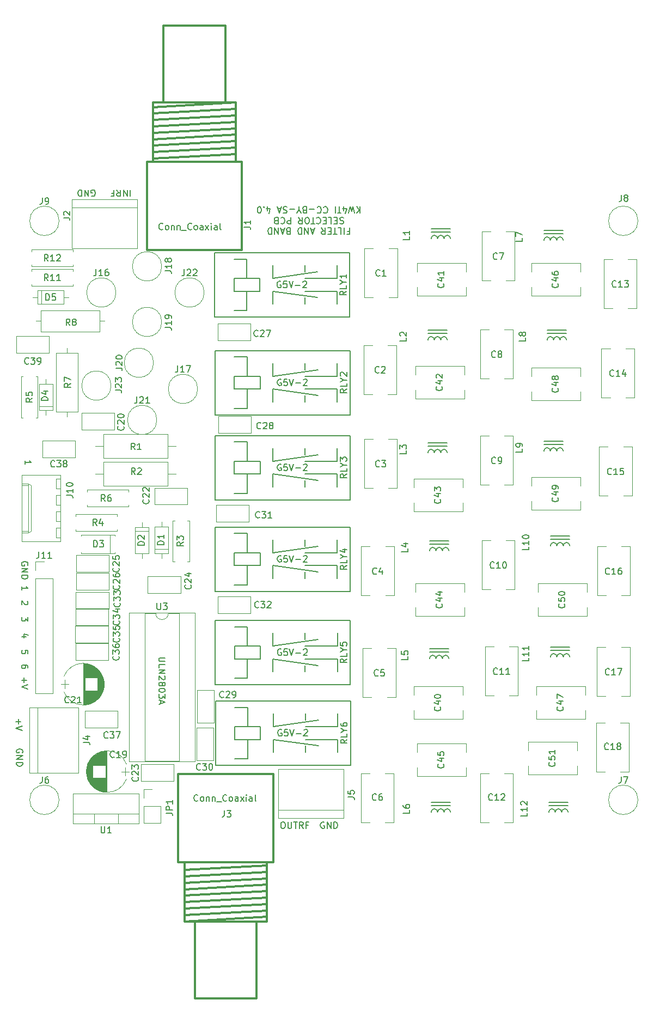
<source format=gbr>
G04 #@! TF.FileFunction,Legend,Top*
%FSLAX46Y46*%
G04 Gerber Fmt 4.6, Leading zero omitted, Abs format (unit mm)*
G04 Created by KiCad (PCBNEW 4.0.7) date 12/21/19 19:13:45*
%MOMM*%
%LPD*%
G01*
G04 APERTURE LIST*
%ADD10C,0.100000*%
%ADD11C,0.150000*%
%ADD12C,0.120000*%
%ADD13C,0.300000*%
%ADD14C,0.200000*%
G04 APERTURE END LIST*
D10*
D11*
X40974971Y-122431276D02*
X40974971Y-123193181D01*
X40594019Y-122812229D02*
X41355924Y-122812229D01*
X41594019Y-123526514D02*
X40594019Y-123859847D01*
X41594019Y-124193181D01*
X41597200Y-127660496D02*
X41644819Y-127565258D01*
X41644819Y-127422401D01*
X41597200Y-127279543D01*
X41501962Y-127184305D01*
X41406724Y-127136686D01*
X41216248Y-127089067D01*
X41073390Y-127089067D01*
X40882914Y-127136686D01*
X40787676Y-127184305D01*
X40692438Y-127279543D01*
X40644819Y-127422401D01*
X40644819Y-127517639D01*
X40692438Y-127660496D01*
X40740057Y-127708115D01*
X41073390Y-127708115D01*
X41073390Y-127517639D01*
X40644819Y-128136686D02*
X41644819Y-128136686D01*
X40644819Y-128708115D01*
X41644819Y-128708115D01*
X40644819Y-129184305D02*
X41644819Y-129184305D01*
X41644819Y-129422400D01*
X41597200Y-129565258D01*
X41501962Y-129660496D01*
X41406724Y-129708115D01*
X41216248Y-129755734D01*
X41073390Y-129755734D01*
X40882914Y-129708115D01*
X40787676Y-129660496D01*
X40692438Y-129565258D01*
X40644819Y-129422400D01*
X40644819Y-129184305D01*
X52323904Y-41140000D02*
X52419142Y-41187619D01*
X52561999Y-41187619D01*
X52704857Y-41140000D01*
X52800095Y-41044762D01*
X52847714Y-40949524D01*
X52895333Y-40759048D01*
X52895333Y-40616190D01*
X52847714Y-40425714D01*
X52800095Y-40330476D01*
X52704857Y-40235238D01*
X52561999Y-40187619D01*
X52466761Y-40187619D01*
X52323904Y-40235238D01*
X52276285Y-40282857D01*
X52276285Y-40616190D01*
X52466761Y-40616190D01*
X51847714Y-40187619D02*
X51847714Y-41187619D01*
X51276285Y-40187619D01*
X51276285Y-41187619D01*
X50800095Y-40187619D02*
X50800095Y-41187619D01*
X50562000Y-41187619D01*
X50419142Y-41140000D01*
X50323904Y-41044762D01*
X50276285Y-40949524D01*
X50228666Y-40759048D01*
X50228666Y-40616190D01*
X50276285Y-40425714D01*
X50323904Y-40330476D01*
X50419142Y-40235238D01*
X50562000Y-40187619D01*
X50800095Y-40187619D01*
X58348381Y-40187619D02*
X58348381Y-41187619D01*
X57872191Y-40187619D02*
X57872191Y-41187619D01*
X57300762Y-40187619D01*
X57300762Y-41187619D01*
X56253143Y-40187619D02*
X56586477Y-40663810D01*
X56824572Y-40187619D02*
X56824572Y-41187619D01*
X56443619Y-41187619D01*
X56348381Y-41140000D01*
X56300762Y-41092381D01*
X56253143Y-40997143D01*
X56253143Y-40854286D01*
X56300762Y-40759048D01*
X56348381Y-40711429D01*
X56443619Y-40663810D01*
X56824572Y-40663810D01*
X55491238Y-40711429D02*
X55824572Y-40711429D01*
X55824572Y-40187619D02*
X55824572Y-41187619D01*
X55348381Y-41187619D01*
X88493696Y-138488800D02*
X88398458Y-138441181D01*
X88255601Y-138441181D01*
X88112743Y-138488800D01*
X88017505Y-138584038D01*
X87969886Y-138679276D01*
X87922267Y-138869752D01*
X87922267Y-139012610D01*
X87969886Y-139203086D01*
X88017505Y-139298324D01*
X88112743Y-139393562D01*
X88255601Y-139441181D01*
X88350839Y-139441181D01*
X88493696Y-139393562D01*
X88541315Y-139345943D01*
X88541315Y-139012610D01*
X88350839Y-139012610D01*
X88969886Y-139441181D02*
X88969886Y-138441181D01*
X89541315Y-139441181D01*
X89541315Y-138441181D01*
X90017505Y-139441181D02*
X90017505Y-138441181D01*
X90255600Y-138441181D01*
X90398458Y-138488800D01*
X90493696Y-138584038D01*
X90541315Y-138679276D01*
X90588934Y-138869752D01*
X90588934Y-139012610D01*
X90541315Y-139203086D01*
X90493696Y-139298324D01*
X90398458Y-139393562D01*
X90255600Y-139441181D01*
X90017505Y-139441181D01*
X81993028Y-138441181D02*
X82183505Y-138441181D01*
X82278743Y-138488800D01*
X82373981Y-138584038D01*
X82421600Y-138774514D01*
X82421600Y-139107848D01*
X82373981Y-139298324D01*
X82278743Y-139393562D01*
X82183505Y-139441181D01*
X81993028Y-139441181D01*
X81897790Y-139393562D01*
X81802552Y-139298324D01*
X81754933Y-139107848D01*
X81754933Y-138774514D01*
X81802552Y-138584038D01*
X81897790Y-138488800D01*
X81993028Y-138441181D01*
X82850171Y-138441181D02*
X82850171Y-139250705D01*
X82897790Y-139345943D01*
X82945409Y-139393562D01*
X83040647Y-139441181D01*
X83231124Y-139441181D01*
X83326362Y-139393562D01*
X83373981Y-139345943D01*
X83421600Y-139250705D01*
X83421600Y-138441181D01*
X83754933Y-138441181D02*
X84326362Y-138441181D01*
X84040647Y-139441181D02*
X84040647Y-138441181D01*
X85231124Y-139441181D02*
X84897790Y-138964990D01*
X84659695Y-139441181D02*
X84659695Y-138441181D01*
X85040648Y-138441181D01*
X85135886Y-138488800D01*
X85183505Y-138536419D01*
X85231124Y-138631657D01*
X85231124Y-138774514D01*
X85183505Y-138869752D01*
X85135886Y-138917371D01*
X85040648Y-138964990D01*
X84659695Y-138964990D01*
X85993029Y-138917371D02*
X85659695Y-138917371D01*
X85659695Y-139441181D02*
X85659695Y-138441181D01*
X86135886Y-138441181D01*
X92131600Y-46622229D02*
X92464934Y-46622229D01*
X92464934Y-46098419D02*
X92464934Y-47098419D01*
X91988743Y-47098419D01*
X91607791Y-46098419D02*
X91607791Y-47098419D01*
X90655410Y-46098419D02*
X91131601Y-46098419D01*
X91131601Y-47098419D01*
X90464934Y-47098419D02*
X89893505Y-47098419D01*
X90179220Y-46098419D02*
X90179220Y-47098419D01*
X89560172Y-46622229D02*
X89226838Y-46622229D01*
X89083981Y-46098419D02*
X89560172Y-46098419D01*
X89560172Y-47098419D01*
X89083981Y-47098419D01*
X88083981Y-46098419D02*
X88417315Y-46574610D01*
X88655410Y-46098419D02*
X88655410Y-47098419D01*
X88274457Y-47098419D01*
X88179219Y-47050800D01*
X88131600Y-47003181D01*
X88083981Y-46907943D01*
X88083981Y-46765086D01*
X88131600Y-46669848D01*
X88179219Y-46622229D01*
X88274457Y-46574610D01*
X88655410Y-46574610D01*
X86941124Y-46384133D02*
X86464933Y-46384133D01*
X87036362Y-46098419D02*
X86703029Y-47098419D01*
X86369695Y-46098419D01*
X86036362Y-46098419D02*
X86036362Y-47098419D01*
X85464933Y-46098419D01*
X85464933Y-47098419D01*
X84988743Y-46098419D02*
X84988743Y-47098419D01*
X84750648Y-47098419D01*
X84607790Y-47050800D01*
X84512552Y-46955562D01*
X84464933Y-46860324D01*
X84417314Y-46669848D01*
X84417314Y-46526990D01*
X84464933Y-46336514D01*
X84512552Y-46241276D01*
X84607790Y-46146038D01*
X84750648Y-46098419D01*
X84988743Y-46098419D01*
X82893504Y-46622229D02*
X82750647Y-46574610D01*
X82703028Y-46526990D01*
X82655409Y-46431752D01*
X82655409Y-46288895D01*
X82703028Y-46193657D01*
X82750647Y-46146038D01*
X82845885Y-46098419D01*
X83226838Y-46098419D01*
X83226838Y-47098419D01*
X82893504Y-47098419D01*
X82798266Y-47050800D01*
X82750647Y-47003181D01*
X82703028Y-46907943D01*
X82703028Y-46812705D01*
X82750647Y-46717467D01*
X82798266Y-46669848D01*
X82893504Y-46622229D01*
X83226838Y-46622229D01*
X82274457Y-46384133D02*
X81798266Y-46384133D01*
X82369695Y-46098419D02*
X82036362Y-47098419D01*
X81703028Y-46098419D01*
X81369695Y-46098419D02*
X81369695Y-47098419D01*
X80798266Y-46098419D01*
X80798266Y-47098419D01*
X80322076Y-46098419D02*
X80322076Y-47098419D01*
X80083981Y-47098419D01*
X79941123Y-47050800D01*
X79845885Y-46955562D01*
X79798266Y-46860324D01*
X79750647Y-46669848D01*
X79750647Y-46526990D01*
X79798266Y-46336514D01*
X79845885Y-46241276D01*
X79941123Y-46146038D01*
X80083981Y-46098419D01*
X80322076Y-46098419D01*
X91512553Y-44496038D02*
X91369696Y-44448419D01*
X91131600Y-44448419D01*
X91036362Y-44496038D01*
X90988743Y-44543657D01*
X90941124Y-44638895D01*
X90941124Y-44734133D01*
X90988743Y-44829371D01*
X91036362Y-44876990D01*
X91131600Y-44924610D01*
X91322077Y-44972229D01*
X91417315Y-45019848D01*
X91464934Y-45067467D01*
X91512553Y-45162705D01*
X91512553Y-45257943D01*
X91464934Y-45353181D01*
X91417315Y-45400800D01*
X91322077Y-45448419D01*
X91083981Y-45448419D01*
X90941124Y-45400800D01*
X90512553Y-44972229D02*
X90179219Y-44972229D01*
X90036362Y-44448419D02*
X90512553Y-44448419D01*
X90512553Y-45448419D01*
X90036362Y-45448419D01*
X89131600Y-44448419D02*
X89607791Y-44448419D01*
X89607791Y-45448419D01*
X88798267Y-44972229D02*
X88464933Y-44972229D01*
X88322076Y-44448419D02*
X88798267Y-44448419D01*
X88798267Y-45448419D01*
X88322076Y-45448419D01*
X87322076Y-44543657D02*
X87369695Y-44496038D01*
X87512552Y-44448419D01*
X87607790Y-44448419D01*
X87750648Y-44496038D01*
X87845886Y-44591276D01*
X87893505Y-44686514D01*
X87941124Y-44876990D01*
X87941124Y-45019848D01*
X87893505Y-45210324D01*
X87845886Y-45305562D01*
X87750648Y-45400800D01*
X87607790Y-45448419D01*
X87512552Y-45448419D01*
X87369695Y-45400800D01*
X87322076Y-45353181D01*
X87036362Y-45448419D02*
X86464933Y-45448419D01*
X86750648Y-44448419D02*
X86750648Y-45448419D01*
X85941124Y-45448419D02*
X85750647Y-45448419D01*
X85655409Y-45400800D01*
X85560171Y-45305562D01*
X85512552Y-45115086D01*
X85512552Y-44781752D01*
X85560171Y-44591276D01*
X85655409Y-44496038D01*
X85750647Y-44448419D01*
X85941124Y-44448419D01*
X86036362Y-44496038D01*
X86131600Y-44591276D01*
X86179219Y-44781752D01*
X86179219Y-45115086D01*
X86131600Y-45305562D01*
X86036362Y-45400800D01*
X85941124Y-45448419D01*
X84512552Y-44448419D02*
X84845886Y-44924610D01*
X85083981Y-44448419D02*
X85083981Y-45448419D01*
X84703028Y-45448419D01*
X84607790Y-45400800D01*
X84560171Y-45353181D01*
X84512552Y-45257943D01*
X84512552Y-45115086D01*
X84560171Y-45019848D01*
X84607790Y-44972229D01*
X84703028Y-44924610D01*
X85083981Y-44924610D01*
X83322076Y-44448419D02*
X83322076Y-45448419D01*
X82941123Y-45448419D01*
X82845885Y-45400800D01*
X82798266Y-45353181D01*
X82750647Y-45257943D01*
X82750647Y-45115086D01*
X82798266Y-45019848D01*
X82845885Y-44972229D01*
X82941123Y-44924610D01*
X83322076Y-44924610D01*
X81750647Y-44543657D02*
X81798266Y-44496038D01*
X81941123Y-44448419D01*
X82036361Y-44448419D01*
X82179219Y-44496038D01*
X82274457Y-44591276D01*
X82322076Y-44686514D01*
X82369695Y-44876990D01*
X82369695Y-45019848D01*
X82322076Y-45210324D01*
X82274457Y-45305562D01*
X82179219Y-45400800D01*
X82036361Y-45448419D01*
X81941123Y-45448419D01*
X81798266Y-45400800D01*
X81750647Y-45353181D01*
X80988742Y-44972229D02*
X80845885Y-44924610D01*
X80798266Y-44876990D01*
X80750647Y-44781752D01*
X80750647Y-44638895D01*
X80798266Y-44543657D01*
X80845885Y-44496038D01*
X80941123Y-44448419D01*
X81322076Y-44448419D01*
X81322076Y-45448419D01*
X80988742Y-45448419D01*
X80893504Y-45400800D01*
X80845885Y-45353181D01*
X80798266Y-45257943D01*
X80798266Y-45162705D01*
X80845885Y-45067467D01*
X80893504Y-45019848D01*
X80988742Y-44972229D01*
X81322076Y-44972229D01*
X94083981Y-42798419D02*
X94083981Y-43798419D01*
X93512552Y-42798419D02*
X93941124Y-43369848D01*
X93512552Y-43798419D02*
X94083981Y-43226990D01*
X93179219Y-43798419D02*
X92941124Y-42798419D01*
X92750647Y-43512705D01*
X92560171Y-42798419D01*
X92322076Y-43798419D01*
X91512552Y-43465086D02*
X91512552Y-42798419D01*
X91750648Y-43846038D02*
X91988743Y-43131752D01*
X91369695Y-43131752D01*
X91131600Y-43798419D02*
X90560171Y-43798419D01*
X90845886Y-42798419D02*
X90845886Y-43798419D01*
X90226838Y-42798419D02*
X90226838Y-43798419D01*
X88417314Y-42893657D02*
X88464933Y-42846038D01*
X88607790Y-42798419D01*
X88703028Y-42798419D01*
X88845886Y-42846038D01*
X88941124Y-42941276D01*
X88988743Y-43036514D01*
X89036362Y-43226990D01*
X89036362Y-43369848D01*
X88988743Y-43560324D01*
X88941124Y-43655562D01*
X88845886Y-43750800D01*
X88703028Y-43798419D01*
X88607790Y-43798419D01*
X88464933Y-43750800D01*
X88417314Y-43703181D01*
X87417314Y-42893657D02*
X87464933Y-42846038D01*
X87607790Y-42798419D01*
X87703028Y-42798419D01*
X87845886Y-42846038D01*
X87941124Y-42941276D01*
X87988743Y-43036514D01*
X88036362Y-43226990D01*
X88036362Y-43369848D01*
X87988743Y-43560324D01*
X87941124Y-43655562D01*
X87845886Y-43750800D01*
X87703028Y-43798419D01*
X87607790Y-43798419D01*
X87464933Y-43750800D01*
X87417314Y-43703181D01*
X86988743Y-43179371D02*
X86226838Y-43179371D01*
X85417314Y-43322229D02*
X85274457Y-43274610D01*
X85226838Y-43226990D01*
X85179219Y-43131752D01*
X85179219Y-42988895D01*
X85226838Y-42893657D01*
X85274457Y-42846038D01*
X85369695Y-42798419D01*
X85750648Y-42798419D01*
X85750648Y-43798419D01*
X85417314Y-43798419D01*
X85322076Y-43750800D01*
X85274457Y-43703181D01*
X85226838Y-43607943D01*
X85226838Y-43512705D01*
X85274457Y-43417467D01*
X85322076Y-43369848D01*
X85417314Y-43322229D01*
X85750648Y-43322229D01*
X84560172Y-43274610D02*
X84560172Y-42798419D01*
X84893505Y-43798419D02*
X84560172Y-43274610D01*
X84226838Y-43798419D01*
X83893505Y-43179371D02*
X83131600Y-43179371D01*
X82703029Y-42846038D02*
X82560172Y-42798419D01*
X82322076Y-42798419D01*
X82226838Y-42846038D01*
X82179219Y-42893657D01*
X82131600Y-42988895D01*
X82131600Y-43084133D01*
X82179219Y-43179371D01*
X82226838Y-43226990D01*
X82322076Y-43274610D01*
X82512553Y-43322229D01*
X82607791Y-43369848D01*
X82655410Y-43417467D01*
X82703029Y-43512705D01*
X82703029Y-43607943D01*
X82655410Y-43703181D01*
X82607791Y-43750800D01*
X82512553Y-43798419D01*
X82274457Y-43798419D01*
X82131600Y-43750800D01*
X81750648Y-43084133D02*
X81274457Y-43084133D01*
X81845886Y-42798419D02*
X81512553Y-43798419D01*
X81179219Y-42798419D01*
X79655409Y-43465086D02*
X79655409Y-42798419D01*
X79893505Y-43846038D02*
X80131600Y-43131752D01*
X79512552Y-43131752D01*
X79131600Y-42893657D02*
X79083981Y-42846038D01*
X79131600Y-42798419D01*
X79179219Y-42846038D01*
X79131600Y-42893657D01*
X79131600Y-42798419D01*
X78464934Y-43798419D02*
X78369695Y-43798419D01*
X78274457Y-43750800D01*
X78226838Y-43703181D01*
X78179219Y-43607943D01*
X78131600Y-43417467D01*
X78131600Y-43179371D01*
X78179219Y-42988895D01*
X78226838Y-42893657D01*
X78274457Y-42846038D01*
X78369695Y-42798419D01*
X78464934Y-42798419D01*
X78560172Y-42846038D01*
X78607791Y-42893657D01*
X78655410Y-42988895D01*
X78703029Y-43179371D01*
X78703029Y-43417467D01*
X78655410Y-43607943D01*
X78607791Y-43703181D01*
X78560172Y-43750800D01*
X78464934Y-43798419D01*
X63778379Y-112911381D02*
X62968855Y-112911381D01*
X62873617Y-112959000D01*
X62825998Y-113006619D01*
X62778379Y-113101857D01*
X62778379Y-113292334D01*
X62825998Y-113387572D01*
X62873617Y-113435191D01*
X62968855Y-113482810D01*
X63778379Y-113482810D01*
X62778379Y-114435191D02*
X62778379Y-113959000D01*
X63778379Y-113959000D01*
X62778379Y-114768524D02*
X63778379Y-114768524D01*
X62778379Y-115339953D01*
X63778379Y-115339953D01*
X63683141Y-115768524D02*
X63730760Y-115816143D01*
X63778379Y-115911381D01*
X63778379Y-116149477D01*
X63730760Y-116244715D01*
X63683141Y-116292334D01*
X63587903Y-116339953D01*
X63492665Y-116339953D01*
X63349808Y-116292334D01*
X62778379Y-115720905D01*
X62778379Y-116339953D01*
X63349808Y-116911381D02*
X63397427Y-116816143D01*
X63445046Y-116768524D01*
X63540284Y-116720905D01*
X63587903Y-116720905D01*
X63683141Y-116768524D01*
X63730760Y-116816143D01*
X63778379Y-116911381D01*
X63778379Y-117101858D01*
X63730760Y-117197096D01*
X63683141Y-117244715D01*
X63587903Y-117292334D01*
X63540284Y-117292334D01*
X63445046Y-117244715D01*
X63397427Y-117197096D01*
X63349808Y-117101858D01*
X63349808Y-116911381D01*
X63302189Y-116816143D01*
X63254570Y-116768524D01*
X63159331Y-116720905D01*
X62968855Y-116720905D01*
X62873617Y-116768524D01*
X62825998Y-116816143D01*
X62778379Y-116911381D01*
X62778379Y-117101858D01*
X62825998Y-117197096D01*
X62873617Y-117244715D01*
X62968855Y-117292334D01*
X63159331Y-117292334D01*
X63254570Y-117244715D01*
X63302189Y-117197096D01*
X63349808Y-117101858D01*
X63778379Y-117911381D02*
X63778379Y-118006620D01*
X63730760Y-118101858D01*
X63683141Y-118149477D01*
X63587903Y-118197096D01*
X63397427Y-118244715D01*
X63159331Y-118244715D01*
X62968855Y-118197096D01*
X62873617Y-118149477D01*
X62825998Y-118101858D01*
X62778379Y-118006620D01*
X62778379Y-117911381D01*
X62825998Y-117816143D01*
X62873617Y-117768524D01*
X62968855Y-117720905D01*
X63159331Y-117673286D01*
X63397427Y-117673286D01*
X63587903Y-117720905D01*
X63683141Y-117768524D01*
X63730760Y-117816143D01*
X63778379Y-117911381D01*
X63778379Y-118578048D02*
X63778379Y-119197096D01*
X63397427Y-118863762D01*
X63397427Y-119006620D01*
X63349808Y-119101858D01*
X63302189Y-119149477D01*
X63206950Y-119197096D01*
X62968855Y-119197096D01*
X62873617Y-119149477D01*
X62825998Y-119101858D01*
X62778379Y-119006620D01*
X62778379Y-118720905D01*
X62825998Y-118625667D01*
X62873617Y-118578048D01*
X63064093Y-119578048D02*
X63064093Y-120054239D01*
X62778379Y-119482810D02*
X63778379Y-119816143D01*
X62778379Y-120149477D01*
X41965619Y-82835715D02*
X41965619Y-82264286D01*
X41965619Y-82550000D02*
X42965619Y-82550000D01*
X42822762Y-82454762D01*
X42727524Y-82359524D01*
X42679905Y-82264286D01*
X41838571Y-116030476D02*
X41838571Y-116792381D01*
X41457619Y-116411429D02*
X42219524Y-116411429D01*
X42457619Y-117125714D02*
X41457619Y-117459047D01*
X42457619Y-117792381D01*
X42457619Y-114490477D02*
X42457619Y-114300000D01*
X42410000Y-114204762D01*
X42362381Y-114157143D01*
X42219524Y-114061905D01*
X42029048Y-114014286D01*
X41648095Y-114014286D01*
X41552857Y-114061905D01*
X41505238Y-114109524D01*
X41457619Y-114204762D01*
X41457619Y-114395239D01*
X41505238Y-114490477D01*
X41552857Y-114538096D01*
X41648095Y-114585715D01*
X41886190Y-114585715D01*
X41981429Y-114538096D01*
X42029048Y-114490477D01*
X42076667Y-114395239D01*
X42076667Y-114204762D01*
X42029048Y-114109524D01*
X41981429Y-114061905D01*
X41886190Y-114014286D01*
X42457619Y-112252096D02*
X42457619Y-111775905D01*
X41981429Y-111728286D01*
X42029048Y-111775905D01*
X42076667Y-111871143D01*
X42076667Y-112109239D01*
X42029048Y-112204477D01*
X41981429Y-112252096D01*
X41886190Y-112299715D01*
X41648095Y-112299715D01*
X41552857Y-112252096D01*
X41505238Y-112204477D01*
X41457619Y-112109239D01*
X41457619Y-111871143D01*
X41505238Y-111775905D01*
X41552857Y-111728286D01*
X42124286Y-109664477D02*
X41457619Y-109664477D01*
X42505238Y-109426381D02*
X41790952Y-109188286D01*
X41790952Y-109807334D01*
X42457619Y-106600667D02*
X42457619Y-107219715D01*
X42076667Y-106886381D01*
X42076667Y-107029239D01*
X42029048Y-107124477D01*
X41981429Y-107172096D01*
X41886190Y-107219715D01*
X41648095Y-107219715D01*
X41552857Y-107172096D01*
X41505238Y-107124477D01*
X41457619Y-107029239D01*
X41457619Y-106743524D01*
X41505238Y-106648286D01*
X41552857Y-106600667D01*
X42362381Y-104108286D02*
X42410000Y-104155905D01*
X42457619Y-104251143D01*
X42457619Y-104489239D01*
X42410000Y-104584477D01*
X42362381Y-104632096D01*
X42267143Y-104679715D01*
X42171905Y-104679715D01*
X42029048Y-104632096D01*
X41457619Y-104060667D01*
X41457619Y-104679715D01*
X41457619Y-102393715D02*
X41457619Y-101822286D01*
X41457619Y-102108000D02*
X42457619Y-102108000D01*
X42314762Y-102012762D01*
X42219524Y-101917524D01*
X42171905Y-101822286D01*
X42410000Y-98552096D02*
X42457619Y-98456858D01*
X42457619Y-98314001D01*
X42410000Y-98171143D01*
X42314762Y-98075905D01*
X42219524Y-98028286D01*
X42029048Y-97980667D01*
X41886190Y-97980667D01*
X41695714Y-98028286D01*
X41600476Y-98075905D01*
X41505238Y-98171143D01*
X41457619Y-98314001D01*
X41457619Y-98409239D01*
X41505238Y-98552096D01*
X41552857Y-98599715D01*
X41886190Y-98599715D01*
X41886190Y-98409239D01*
X41457619Y-99028286D02*
X42457619Y-99028286D01*
X41457619Y-99599715D01*
X42457619Y-99599715D01*
X41457619Y-100075905D02*
X42457619Y-100075905D01*
X42457619Y-100314000D01*
X42410000Y-100456858D01*
X42314762Y-100552096D01*
X42219524Y-100599715D01*
X42029048Y-100647334D01*
X41886190Y-100647334D01*
X41695714Y-100599715D01*
X41600476Y-100552096D01*
X41505238Y-100456858D01*
X41457619Y-100314000D01*
X41457619Y-100075905D01*
D12*
X110042000Y-122448000D02*
X102422000Y-122448000D01*
X110042000Y-117328000D02*
X102422000Y-117328000D01*
X110042000Y-122448000D02*
X110042000Y-121083000D01*
X110042000Y-118693000D02*
X110042000Y-117328000D01*
X102422000Y-122448000D02*
X102422000Y-121083000D01*
X102422000Y-118693000D02*
X102422000Y-117328000D01*
X127822000Y-131084000D02*
X120202000Y-131084000D01*
X127822000Y-125964000D02*
X120202000Y-125964000D01*
X127822000Y-131084000D02*
X127822000Y-129719000D01*
X127822000Y-127329000D02*
X127822000Y-125964000D01*
X120202000Y-131084000D02*
X120202000Y-129719000D01*
X120202000Y-127329000D02*
X120202000Y-125964000D01*
X64192000Y-81870000D02*
X64192000Y-78150000D01*
X64192000Y-78150000D02*
X54172000Y-78150000D01*
X54172000Y-78150000D02*
X54172000Y-81870000D01*
X54172000Y-81870000D02*
X64192000Y-81870000D01*
X65422000Y-80010000D02*
X64192000Y-80010000D01*
X52942000Y-80010000D02*
X54172000Y-80010000D01*
X54056900Y-115833584D02*
G75*
G03X48021598Y-115832720I-3017820J-1179136D01*
G01*
X54056900Y-118191856D02*
G75*
G02X48021598Y-118192720I-3017820J1179136D01*
G01*
X54056900Y-118191856D02*
G75*
G03X54056562Y-115832720I-3017820J1179136D01*
G01*
X51039080Y-113812720D02*
X51039080Y-120212720D01*
X51079080Y-113812720D02*
X51079080Y-120212720D01*
X51119080Y-113812720D02*
X51119080Y-120212720D01*
X51159080Y-113814720D02*
X51159080Y-120210720D01*
X51199080Y-113815720D02*
X51199080Y-120209720D01*
X51239080Y-113818720D02*
X51239080Y-120206720D01*
X51279080Y-113820720D02*
X51279080Y-120204720D01*
X51319080Y-113824720D02*
X51319080Y-116032720D01*
X51319080Y-117992720D02*
X51319080Y-120200720D01*
X51359080Y-113827720D02*
X51359080Y-116032720D01*
X51359080Y-117992720D02*
X51359080Y-120197720D01*
X51399080Y-113832720D02*
X51399080Y-116032720D01*
X51399080Y-117992720D02*
X51399080Y-120192720D01*
X51439080Y-113836720D02*
X51439080Y-116032720D01*
X51439080Y-117992720D02*
X51439080Y-120188720D01*
X51479080Y-113842720D02*
X51479080Y-116032720D01*
X51479080Y-117992720D02*
X51479080Y-120182720D01*
X51519080Y-113847720D02*
X51519080Y-116032720D01*
X51519080Y-117992720D02*
X51519080Y-120177720D01*
X51559080Y-113854720D02*
X51559080Y-116032720D01*
X51559080Y-117992720D02*
X51559080Y-120170720D01*
X51599080Y-113860720D02*
X51599080Y-116032720D01*
X51599080Y-117992720D02*
X51599080Y-120164720D01*
X51639080Y-113868720D02*
X51639080Y-116032720D01*
X51639080Y-117992720D02*
X51639080Y-120156720D01*
X51679080Y-113875720D02*
X51679080Y-116032720D01*
X51679080Y-117992720D02*
X51679080Y-120149720D01*
X51719080Y-113884720D02*
X51719080Y-116032720D01*
X51719080Y-117992720D02*
X51719080Y-120140720D01*
X51760080Y-113893720D02*
X51760080Y-116032720D01*
X51760080Y-117992720D02*
X51760080Y-120131720D01*
X51800080Y-113902720D02*
X51800080Y-116032720D01*
X51800080Y-117992720D02*
X51800080Y-120122720D01*
X51840080Y-113912720D02*
X51840080Y-116032720D01*
X51840080Y-117992720D02*
X51840080Y-120112720D01*
X51880080Y-113922720D02*
X51880080Y-116032720D01*
X51880080Y-117992720D02*
X51880080Y-120102720D01*
X51920080Y-113933720D02*
X51920080Y-116032720D01*
X51920080Y-117992720D02*
X51920080Y-120091720D01*
X51960080Y-113945720D02*
X51960080Y-116032720D01*
X51960080Y-117992720D02*
X51960080Y-120079720D01*
X52000080Y-113957720D02*
X52000080Y-116032720D01*
X52000080Y-117992720D02*
X52000080Y-120067720D01*
X52040080Y-113970720D02*
X52040080Y-116032720D01*
X52040080Y-117992720D02*
X52040080Y-120054720D01*
X52080080Y-113983720D02*
X52080080Y-116032720D01*
X52080080Y-117992720D02*
X52080080Y-120041720D01*
X52120080Y-113997720D02*
X52120080Y-116032720D01*
X52120080Y-117992720D02*
X52120080Y-120027720D01*
X52160080Y-114011720D02*
X52160080Y-116032720D01*
X52160080Y-117992720D02*
X52160080Y-120013720D01*
X52200080Y-114026720D02*
X52200080Y-116032720D01*
X52200080Y-117992720D02*
X52200080Y-119998720D01*
X52240080Y-114042720D02*
X52240080Y-116032720D01*
X52240080Y-117992720D02*
X52240080Y-119982720D01*
X52280080Y-114058720D02*
X52280080Y-116032720D01*
X52280080Y-117992720D02*
X52280080Y-119966720D01*
X52320080Y-114075720D02*
X52320080Y-116032720D01*
X52320080Y-117992720D02*
X52320080Y-119949720D01*
X52360080Y-114093720D02*
X52360080Y-116032720D01*
X52360080Y-117992720D02*
X52360080Y-119931720D01*
X52400080Y-114111720D02*
X52400080Y-116032720D01*
X52400080Y-117992720D02*
X52400080Y-119913720D01*
X52440080Y-114130720D02*
X52440080Y-116032720D01*
X52440080Y-117992720D02*
X52440080Y-119894720D01*
X52480080Y-114149720D02*
X52480080Y-116032720D01*
X52480080Y-117992720D02*
X52480080Y-119875720D01*
X52520080Y-114169720D02*
X52520080Y-116032720D01*
X52520080Y-117992720D02*
X52520080Y-119855720D01*
X52560080Y-114190720D02*
X52560080Y-116032720D01*
X52560080Y-117992720D02*
X52560080Y-119834720D01*
X52600080Y-114212720D02*
X52600080Y-116032720D01*
X52600080Y-117992720D02*
X52600080Y-119812720D01*
X52640080Y-114234720D02*
X52640080Y-116032720D01*
X52640080Y-117992720D02*
X52640080Y-119790720D01*
X52680080Y-114257720D02*
X52680080Y-116032720D01*
X52680080Y-117992720D02*
X52680080Y-119767720D01*
X52720080Y-114281720D02*
X52720080Y-116032720D01*
X52720080Y-117992720D02*
X52720080Y-119743720D01*
X52760080Y-114306720D02*
X52760080Y-116032720D01*
X52760080Y-117992720D02*
X52760080Y-119718720D01*
X52800080Y-114331720D02*
X52800080Y-116032720D01*
X52800080Y-117992720D02*
X52800080Y-119693720D01*
X52840080Y-114358720D02*
X52840080Y-116032720D01*
X52840080Y-117992720D02*
X52840080Y-119666720D01*
X52880080Y-114385720D02*
X52880080Y-116032720D01*
X52880080Y-117992720D02*
X52880080Y-119639720D01*
X52920080Y-114413720D02*
X52920080Y-116032720D01*
X52920080Y-117992720D02*
X52920080Y-119611720D01*
X52960080Y-114442720D02*
X52960080Y-116032720D01*
X52960080Y-117992720D02*
X52960080Y-119582720D01*
X53000080Y-114472720D02*
X53000080Y-116032720D01*
X53000080Y-117992720D02*
X53000080Y-119552720D01*
X53040080Y-114502720D02*
X53040080Y-116032720D01*
X53040080Y-117992720D02*
X53040080Y-119522720D01*
X53080080Y-114534720D02*
X53080080Y-116032720D01*
X53080080Y-117992720D02*
X53080080Y-119490720D01*
X53120080Y-114567720D02*
X53120080Y-116032720D01*
X53120080Y-117992720D02*
X53120080Y-119457720D01*
X53160080Y-114601720D02*
X53160080Y-116032720D01*
X53160080Y-117992720D02*
X53160080Y-119423720D01*
X53200080Y-114637720D02*
X53200080Y-116032720D01*
X53200080Y-117992720D02*
X53200080Y-119387720D01*
X53240080Y-114673720D02*
X53240080Y-116032720D01*
X53240080Y-117992720D02*
X53240080Y-119351720D01*
X53280080Y-114711720D02*
X53280080Y-119313720D01*
X53320080Y-114750720D02*
X53320080Y-119274720D01*
X53360080Y-114790720D02*
X53360080Y-119234720D01*
X53400080Y-114832720D02*
X53400080Y-119192720D01*
X53440080Y-114875720D02*
X53440080Y-119149720D01*
X53480080Y-114920720D02*
X53480080Y-119104720D01*
X53520080Y-114967720D02*
X53520080Y-119057720D01*
X53560080Y-115015720D02*
X53560080Y-119009720D01*
X53600080Y-115066720D02*
X53600080Y-118958720D01*
X53640080Y-115118720D02*
X53640080Y-118906720D01*
X53680080Y-115173720D02*
X53680080Y-118851720D01*
X53720080Y-115231720D02*
X53720080Y-118793720D01*
X53760080Y-115291720D02*
X53760080Y-118733720D01*
X53800080Y-115354720D02*
X53800080Y-118670720D01*
X53840080Y-115421720D02*
X53840080Y-118603720D01*
X53880080Y-115492720D02*
X53880080Y-118532720D01*
X53920080Y-115567720D02*
X53920080Y-118457720D01*
X53960080Y-115648720D02*
X53960080Y-118376720D01*
X54000080Y-115734720D02*
X54000080Y-118290720D01*
X54040080Y-115828720D02*
X54040080Y-118196720D01*
X54080080Y-115931720D02*
X54080080Y-118093720D01*
X54120080Y-116046720D02*
X54120080Y-117978720D01*
X54160080Y-116178720D02*
X54160080Y-117846720D01*
X54200080Y-116336720D02*
X54200080Y-117688720D01*
X54240080Y-116544720D02*
X54240080Y-117480720D01*
X47589080Y-117012720D02*
X48789080Y-117012720D01*
X48189080Y-116362720D02*
X48189080Y-117662720D01*
D13*
X74726000Y-34614000D02*
X61926000Y-35314000D01*
X74726000Y-30614000D02*
X61926000Y-31314000D01*
X74726000Y-31614000D02*
X61926000Y-32314000D01*
X74726000Y-33614000D02*
X61926000Y-34314000D01*
X74726000Y-32614000D02*
X61926000Y-33314000D01*
X74726000Y-28614000D02*
X61926000Y-29314000D01*
X74726000Y-29614000D02*
X61926000Y-30314000D01*
X74726000Y-27614000D02*
X61926000Y-28314000D01*
X74726000Y-26614000D02*
X61926000Y-27314000D01*
X61926000Y-26614000D02*
X61926000Y-35814000D01*
X74726000Y-26614000D02*
X74726000Y-35814000D01*
X63526000Y-14614000D02*
X63526000Y-26614000D01*
X73126000Y-14614000D02*
X73126000Y-26614000D01*
X73126000Y-14614000D02*
X63526000Y-14614000D01*
X74726000Y-26614000D02*
X61926000Y-26614000D01*
X60926000Y-35814000D02*
X60926000Y-49514000D01*
X75726000Y-49514000D02*
X75726000Y-35814000D01*
X75726000Y-49514000D02*
X60926000Y-49514000D01*
X75726000Y-35814000D02*
X60926000Y-35814000D01*
D12*
X49276000Y-42926000D02*
X59436000Y-42926000D01*
X49276000Y-41656000D02*
X49276000Y-49276000D01*
X49276000Y-49276000D02*
X59436000Y-49276000D01*
X59436000Y-49276000D02*
X59436000Y-41656000D01*
X59436000Y-41656000D02*
X49276000Y-41656000D01*
D13*
X66790100Y-145903800D02*
X79590100Y-145203800D01*
X66790100Y-149903800D02*
X79590100Y-149203800D01*
X66790100Y-148903800D02*
X79590100Y-148203800D01*
X66790100Y-146903800D02*
X79590100Y-146203800D01*
X66790100Y-147903800D02*
X79590100Y-147203800D01*
X66790100Y-151903800D02*
X79590100Y-151203800D01*
X66790100Y-150903800D02*
X79590100Y-150203800D01*
X66790100Y-152903800D02*
X79590100Y-152203800D01*
X66790100Y-153903800D02*
X79590100Y-153203800D01*
X79590100Y-153903800D02*
X79590100Y-144703800D01*
X66790100Y-153903800D02*
X66790100Y-144703800D01*
X77990100Y-165903800D02*
X77990100Y-153903800D01*
X68390100Y-165903800D02*
X68390100Y-153903800D01*
X68390100Y-165903800D02*
X77990100Y-165903800D01*
X66790100Y-153903800D02*
X79590100Y-153903800D01*
X80590100Y-144703800D02*
X80590100Y-131003800D01*
X65790100Y-131003800D02*
X65790100Y-144703800D01*
X65790100Y-131003800D02*
X80590100Y-131003800D01*
X65790100Y-144703800D02*
X80590100Y-144703800D01*
D12*
X91541600Y-136575800D02*
X81381600Y-136575800D01*
X91541600Y-137845800D02*
X91541600Y-130225800D01*
X91541600Y-130225800D02*
X81381600Y-130225800D01*
X81381600Y-130225800D02*
X81381600Y-137845800D01*
X81381600Y-137845800D02*
X91541600Y-137845800D01*
X47286000Y-135000000D02*
G75*
G03X47286000Y-135000000I-2286000J0D01*
G01*
X137286000Y-135000000D02*
G75*
G03X137286000Y-135000000I-2286000J0D01*
G01*
X137286000Y-45000000D02*
G75*
G03X137286000Y-45000000I-2286000J0D01*
G01*
X47286000Y-45000000D02*
G75*
G03X47286000Y-45000000I-2286000J0D01*
G01*
X99880100Y-49266800D02*
X99880100Y-56886800D01*
X94760100Y-49266800D02*
X94760100Y-56886800D01*
X99880100Y-49266800D02*
X98515100Y-49266800D01*
X96125100Y-49266800D02*
X94760100Y-49266800D01*
X99880100Y-56886800D02*
X98515100Y-56886800D01*
X96125100Y-56886800D02*
X94760100Y-56886800D01*
X99753100Y-64316300D02*
X99753100Y-71936300D01*
X94633100Y-64316300D02*
X94633100Y-71936300D01*
X99753100Y-64316300D02*
X98388100Y-64316300D01*
X95998100Y-64316300D02*
X94633100Y-64316300D01*
X99753100Y-71936300D02*
X98388100Y-71936300D01*
X95998100Y-71936300D02*
X94633100Y-71936300D01*
X99842000Y-78934000D02*
X99842000Y-86554000D01*
X94722000Y-78934000D02*
X94722000Y-86554000D01*
X99842000Y-78934000D02*
X98477000Y-78934000D01*
X96087000Y-78934000D02*
X94722000Y-78934000D01*
X99842000Y-86554000D02*
X98477000Y-86554000D01*
X96087000Y-86554000D02*
X94722000Y-86554000D01*
X99372100Y-95621800D02*
X99372100Y-103241800D01*
X94252100Y-95621800D02*
X94252100Y-103241800D01*
X99372100Y-95621800D02*
X98007100Y-95621800D01*
X95617100Y-95621800D02*
X94252100Y-95621800D01*
X99372100Y-103241800D02*
X98007100Y-103241800D01*
X95617100Y-103241800D02*
X94252100Y-103241800D01*
X99626100Y-111433300D02*
X99626100Y-119053300D01*
X94506100Y-111433300D02*
X94506100Y-119053300D01*
X99626100Y-111433300D02*
X98261100Y-111433300D01*
X95871100Y-111433300D02*
X94506100Y-111433300D01*
X99626100Y-119053300D02*
X98261100Y-119053300D01*
X95871100Y-119053300D02*
X94506100Y-119053300D01*
X94214000Y-138490000D02*
X94214000Y-130870000D01*
X99334000Y-138490000D02*
X99334000Y-130870000D01*
X94214000Y-138490000D02*
X95579000Y-138490000D01*
X97969000Y-138490000D02*
X99334000Y-138490000D01*
X94214000Y-130870000D02*
X95579000Y-130870000D01*
X97969000Y-130870000D02*
X99334000Y-130870000D01*
X118130000Y-46676000D02*
X118130000Y-54296000D01*
X113010000Y-46676000D02*
X113010000Y-54296000D01*
X118130000Y-46676000D02*
X116765000Y-46676000D01*
X114375000Y-46676000D02*
X113010000Y-46676000D01*
X118130000Y-54296000D02*
X116765000Y-54296000D01*
X114375000Y-54296000D02*
X113010000Y-54296000D01*
X117876000Y-61916000D02*
X117876000Y-69536000D01*
X112756000Y-61916000D02*
X112756000Y-69536000D01*
X117876000Y-61916000D02*
X116511000Y-61916000D01*
X114121000Y-61916000D02*
X112756000Y-61916000D01*
X117876000Y-69536000D02*
X116511000Y-69536000D01*
X114121000Y-69536000D02*
X112756000Y-69536000D01*
X117876000Y-78426000D02*
X117876000Y-86046000D01*
X112756000Y-78426000D02*
X112756000Y-86046000D01*
X117876000Y-78426000D02*
X116511000Y-78426000D01*
X114121000Y-78426000D02*
X112756000Y-78426000D01*
X117876000Y-86046000D02*
X116511000Y-86046000D01*
X114121000Y-86046000D02*
X112756000Y-86046000D01*
X118130000Y-94682000D02*
X118130000Y-102302000D01*
X113010000Y-94682000D02*
X113010000Y-102302000D01*
X118130000Y-94682000D02*
X116765000Y-94682000D01*
X114375000Y-94682000D02*
X113010000Y-94682000D01*
X118130000Y-102302000D02*
X116765000Y-102302000D01*
X114375000Y-102302000D02*
X113010000Y-102302000D01*
X118638000Y-111192000D02*
X118638000Y-118812000D01*
X113518000Y-111192000D02*
X113518000Y-118812000D01*
X118638000Y-111192000D02*
X117273000Y-111192000D01*
X114883000Y-111192000D02*
X113518000Y-111192000D01*
X118638000Y-118812000D02*
X117273000Y-118812000D01*
X114883000Y-118812000D02*
X113518000Y-118812000D01*
X112756000Y-138490000D02*
X112756000Y-130870000D01*
X117876000Y-138490000D02*
X117876000Y-130870000D01*
X112756000Y-138490000D02*
X114121000Y-138490000D01*
X116511000Y-138490000D02*
X117876000Y-138490000D01*
X112756000Y-130870000D02*
X114121000Y-130870000D01*
X116511000Y-130870000D02*
X117876000Y-130870000D01*
X137091100Y-50981300D02*
X137091100Y-58601300D01*
X131971100Y-50981300D02*
X131971100Y-58601300D01*
X137091100Y-50981300D02*
X135726100Y-50981300D01*
X133336100Y-50981300D02*
X131971100Y-50981300D01*
X137091100Y-58601300D02*
X135726100Y-58601300D01*
X133336100Y-58601300D02*
X131971100Y-58601300D01*
X136722800Y-64837000D02*
X136722800Y-72457000D01*
X131602800Y-64837000D02*
X131602800Y-72457000D01*
X136722800Y-64837000D02*
X135357800Y-64837000D01*
X132967800Y-64837000D02*
X131602800Y-64837000D01*
X136722800Y-72457000D02*
X135357800Y-72457000D01*
X132967800Y-72457000D02*
X131602800Y-72457000D01*
X136367200Y-80127800D02*
X136367200Y-87747800D01*
X131247200Y-80127800D02*
X131247200Y-87747800D01*
X136367200Y-80127800D02*
X135002200Y-80127800D01*
X132612200Y-80127800D02*
X131247200Y-80127800D01*
X136367200Y-87747800D02*
X135002200Y-87747800D01*
X132612200Y-87747800D02*
X131247200Y-87747800D01*
X136062400Y-95621800D02*
X136062400Y-103241800D01*
X130942400Y-95621800D02*
X130942400Y-103241800D01*
X136062400Y-95621800D02*
X134697400Y-95621800D01*
X132307400Y-95621800D02*
X130942400Y-95621800D01*
X136062400Y-103241800D02*
X134697400Y-103241800D01*
X132307400Y-103241800D02*
X130942400Y-103241800D01*
X136037000Y-111268200D02*
X136037000Y-118888200D01*
X130917000Y-111268200D02*
X130917000Y-118888200D01*
X136037000Y-111268200D02*
X134672000Y-111268200D01*
X132282000Y-111268200D02*
X130917000Y-111268200D01*
X136037000Y-118888200D02*
X134672000Y-118888200D01*
X132282000Y-118888200D02*
X130917000Y-118888200D01*
X130790000Y-130616000D02*
X130790000Y-122996000D01*
X135910000Y-130616000D02*
X135910000Y-122996000D01*
X130790000Y-130616000D02*
X132155000Y-130616000D01*
X134545000Y-130616000D02*
X135910000Y-130616000D01*
X130790000Y-122996000D02*
X132155000Y-122996000D01*
X134545000Y-122996000D02*
X135910000Y-122996000D01*
D14*
X71476100Y-59940200D02*
X92476100Y-59940200D01*
X92476100Y-49940200D02*
X71476100Y-49940200D01*
X71476100Y-49940200D02*
X71476100Y-59940200D01*
X85476100Y-53940200D02*
X90476100Y-53940200D01*
X90476100Y-53940200D02*
X90476100Y-51940200D01*
X85476100Y-55940200D02*
X90476100Y-55940200D01*
X90476100Y-55940200D02*
X90476100Y-57940200D01*
X85476100Y-57940200D02*
X85476100Y-56940200D01*
X85476100Y-51940200D02*
X85476100Y-52940200D01*
X80476100Y-57940200D02*
X80476100Y-55940200D01*
X80476100Y-55940200D02*
X87476100Y-56940200D01*
X80476100Y-51940200D02*
X80476100Y-53940200D01*
X80476100Y-53940200D02*
X87476100Y-52940200D01*
X92476100Y-59940200D02*
X92476100Y-49940200D01*
X76476100Y-55940200D02*
X76476100Y-58940200D01*
X74476100Y-50940200D02*
X76476100Y-50940200D01*
X76476100Y-50940200D02*
X76476100Y-53940200D01*
X76476100Y-53940200D02*
X74476100Y-53940200D01*
X74476100Y-53940200D02*
X74476100Y-55940200D01*
X74476100Y-55940200D02*
X78476100Y-55940200D01*
X78476100Y-55940200D02*
X78476100Y-53940200D01*
X78476100Y-53940200D02*
X76476100Y-53940200D01*
X74476100Y-58940200D02*
X76476100Y-58940200D01*
X71539600Y-75154800D02*
X92539600Y-75154800D01*
X92539600Y-65154800D02*
X71539600Y-65154800D01*
X71539600Y-65154800D02*
X71539600Y-75154800D01*
X85539600Y-69154800D02*
X90539600Y-69154800D01*
X90539600Y-69154800D02*
X90539600Y-67154800D01*
X85539600Y-71154800D02*
X90539600Y-71154800D01*
X90539600Y-71154800D02*
X90539600Y-73154800D01*
X85539600Y-73154800D02*
X85539600Y-72154800D01*
X85539600Y-67154800D02*
X85539600Y-68154800D01*
X80539600Y-73154800D02*
X80539600Y-71154800D01*
X80539600Y-71154800D02*
X87539600Y-72154800D01*
X80539600Y-67154800D02*
X80539600Y-69154800D01*
X80539600Y-69154800D02*
X87539600Y-68154800D01*
X92539600Y-75154800D02*
X92539600Y-65154800D01*
X76539600Y-71154800D02*
X76539600Y-74154800D01*
X74539600Y-66154800D02*
X76539600Y-66154800D01*
X76539600Y-66154800D02*
X76539600Y-69154800D01*
X76539600Y-69154800D02*
X74539600Y-69154800D01*
X74539600Y-69154800D02*
X74539600Y-71154800D01*
X74539600Y-71154800D02*
X78539600Y-71154800D01*
X78539600Y-71154800D02*
X78539600Y-69154800D01*
X78539600Y-69154800D02*
X76539600Y-69154800D01*
X74539600Y-74154800D02*
X76539600Y-74154800D01*
X71539600Y-88362800D02*
X92539600Y-88362800D01*
X92539600Y-78362800D02*
X71539600Y-78362800D01*
X71539600Y-78362800D02*
X71539600Y-88362800D01*
X85539600Y-82362800D02*
X90539600Y-82362800D01*
X90539600Y-82362800D02*
X90539600Y-80362800D01*
X85539600Y-84362800D02*
X90539600Y-84362800D01*
X90539600Y-84362800D02*
X90539600Y-86362800D01*
X85539600Y-86362800D02*
X85539600Y-85362800D01*
X85539600Y-80362800D02*
X85539600Y-81362800D01*
X80539600Y-86362800D02*
X80539600Y-84362800D01*
X80539600Y-84362800D02*
X87539600Y-85362800D01*
X80539600Y-80362800D02*
X80539600Y-82362800D01*
X80539600Y-82362800D02*
X87539600Y-81362800D01*
X92539600Y-88362800D02*
X92539600Y-78362800D01*
X76539600Y-84362800D02*
X76539600Y-87362800D01*
X74539600Y-79362800D02*
X76539600Y-79362800D01*
X76539600Y-79362800D02*
X76539600Y-82362800D01*
X76539600Y-82362800D02*
X74539600Y-82362800D01*
X74539600Y-82362800D02*
X74539600Y-84362800D01*
X74539600Y-84362800D02*
X78539600Y-84362800D01*
X78539600Y-84362800D02*
X78539600Y-82362800D01*
X78539600Y-82362800D02*
X76539600Y-82362800D01*
X74539600Y-87362800D02*
X76539600Y-87362800D01*
X71539600Y-102586800D02*
X92539600Y-102586800D01*
X92539600Y-92586800D02*
X71539600Y-92586800D01*
X71539600Y-92586800D02*
X71539600Y-102586800D01*
X85539600Y-96586800D02*
X90539600Y-96586800D01*
X90539600Y-96586800D02*
X90539600Y-94586800D01*
X85539600Y-98586800D02*
X90539600Y-98586800D01*
X90539600Y-98586800D02*
X90539600Y-100586800D01*
X85539600Y-100586800D02*
X85539600Y-99586800D01*
X85539600Y-94586800D02*
X85539600Y-95586800D01*
X80539600Y-100586800D02*
X80539600Y-98586800D01*
X80539600Y-98586800D02*
X87539600Y-99586800D01*
X80539600Y-94586800D02*
X80539600Y-96586800D01*
X80539600Y-96586800D02*
X87539600Y-95586800D01*
X92539600Y-102586800D02*
X92539600Y-92586800D01*
X76539600Y-98586800D02*
X76539600Y-101586800D01*
X74539600Y-93586800D02*
X76539600Y-93586800D01*
X76539600Y-93586800D02*
X76539600Y-96586800D01*
X76539600Y-96586800D02*
X74539600Y-96586800D01*
X74539600Y-96586800D02*
X74539600Y-98586800D01*
X74539600Y-98586800D02*
X78539600Y-98586800D01*
X78539600Y-98586800D02*
X78539600Y-96586800D01*
X78539600Y-96586800D02*
X76539600Y-96586800D01*
X74539600Y-101586800D02*
X76539600Y-101586800D01*
X71549760Y-117095280D02*
X92549760Y-117095280D01*
X92549760Y-107095280D02*
X71549760Y-107095280D01*
X71549760Y-107095280D02*
X71549760Y-117095280D01*
X85549760Y-111095280D02*
X90549760Y-111095280D01*
X90549760Y-111095280D02*
X90549760Y-109095280D01*
X85549760Y-113095280D02*
X90549760Y-113095280D01*
X90549760Y-113095280D02*
X90549760Y-115095280D01*
X85549760Y-115095280D02*
X85549760Y-114095280D01*
X85549760Y-109095280D02*
X85549760Y-110095280D01*
X80549760Y-115095280D02*
X80549760Y-113095280D01*
X80549760Y-113095280D02*
X87549760Y-114095280D01*
X80549760Y-109095280D02*
X80549760Y-111095280D01*
X80549760Y-111095280D02*
X87549760Y-110095280D01*
X92549760Y-117095280D02*
X92549760Y-107095280D01*
X76549760Y-113095280D02*
X76549760Y-116095280D01*
X74549760Y-108095280D02*
X76549760Y-108095280D01*
X76549760Y-108095280D02*
X76549760Y-111095280D01*
X76549760Y-111095280D02*
X74549760Y-111095280D01*
X74549760Y-111095280D02*
X74549760Y-113095280D01*
X74549760Y-113095280D02*
X78549760Y-113095280D01*
X78549760Y-113095280D02*
X78549760Y-111095280D01*
X78549760Y-111095280D02*
X76549760Y-111095280D01*
X74549760Y-116095280D02*
X76549760Y-116095280D01*
X71605640Y-129612400D02*
X92605640Y-129612400D01*
X92605640Y-119612400D02*
X71605640Y-119612400D01*
X71605640Y-119612400D02*
X71605640Y-129612400D01*
X85605640Y-123612400D02*
X90605640Y-123612400D01*
X90605640Y-123612400D02*
X90605640Y-121612400D01*
X85605640Y-125612400D02*
X90605640Y-125612400D01*
X90605640Y-125612400D02*
X90605640Y-127612400D01*
X85605640Y-127612400D02*
X85605640Y-126612400D01*
X85605640Y-121612400D02*
X85605640Y-122612400D01*
X80605640Y-127612400D02*
X80605640Y-125612400D01*
X80605640Y-125612400D02*
X87605640Y-126612400D01*
X80605640Y-121612400D02*
X80605640Y-123612400D01*
X80605640Y-123612400D02*
X87605640Y-122612400D01*
X92605640Y-129612400D02*
X92605640Y-119612400D01*
X76605640Y-125612400D02*
X76605640Y-128612400D01*
X74605640Y-120612400D02*
X76605640Y-120612400D01*
X76605640Y-120612400D02*
X76605640Y-123612400D01*
X76605640Y-123612400D02*
X74605640Y-123612400D01*
X74605640Y-123612400D02*
X74605640Y-125612400D01*
X74605640Y-125612400D02*
X78605640Y-125612400D01*
X78605640Y-125612400D02*
X78605640Y-123612400D01*
X78605640Y-123612400D02*
X76605640Y-123612400D01*
X74605640Y-128612400D02*
X76605640Y-128612400D01*
D12*
X51713780Y-131785936D02*
G75*
G03X57749082Y-131786800I3017820J1179136D01*
G01*
X51713780Y-129427664D02*
G75*
G02X57749082Y-129426800I3017820J-1179136D01*
G01*
X51713780Y-129427664D02*
G75*
G03X51714118Y-131786800I3017820J-1179136D01*
G01*
X54731600Y-133806800D02*
X54731600Y-127406800D01*
X54691600Y-133806800D02*
X54691600Y-127406800D01*
X54651600Y-133806800D02*
X54651600Y-127406800D01*
X54611600Y-133804800D02*
X54611600Y-127408800D01*
X54571600Y-133803800D02*
X54571600Y-127409800D01*
X54531600Y-133800800D02*
X54531600Y-127412800D01*
X54491600Y-133798800D02*
X54491600Y-127414800D01*
X54451600Y-133794800D02*
X54451600Y-131586800D01*
X54451600Y-129626800D02*
X54451600Y-127418800D01*
X54411600Y-133791800D02*
X54411600Y-131586800D01*
X54411600Y-129626800D02*
X54411600Y-127421800D01*
X54371600Y-133786800D02*
X54371600Y-131586800D01*
X54371600Y-129626800D02*
X54371600Y-127426800D01*
X54331600Y-133782800D02*
X54331600Y-131586800D01*
X54331600Y-129626800D02*
X54331600Y-127430800D01*
X54291600Y-133776800D02*
X54291600Y-131586800D01*
X54291600Y-129626800D02*
X54291600Y-127436800D01*
X54251600Y-133771800D02*
X54251600Y-131586800D01*
X54251600Y-129626800D02*
X54251600Y-127441800D01*
X54211600Y-133764800D02*
X54211600Y-131586800D01*
X54211600Y-129626800D02*
X54211600Y-127448800D01*
X54171600Y-133758800D02*
X54171600Y-131586800D01*
X54171600Y-129626800D02*
X54171600Y-127454800D01*
X54131600Y-133750800D02*
X54131600Y-131586800D01*
X54131600Y-129626800D02*
X54131600Y-127462800D01*
X54091600Y-133743800D02*
X54091600Y-131586800D01*
X54091600Y-129626800D02*
X54091600Y-127469800D01*
X54051600Y-133734800D02*
X54051600Y-131586800D01*
X54051600Y-129626800D02*
X54051600Y-127478800D01*
X54010600Y-133725800D02*
X54010600Y-131586800D01*
X54010600Y-129626800D02*
X54010600Y-127487800D01*
X53970600Y-133716800D02*
X53970600Y-131586800D01*
X53970600Y-129626800D02*
X53970600Y-127496800D01*
X53930600Y-133706800D02*
X53930600Y-131586800D01*
X53930600Y-129626800D02*
X53930600Y-127506800D01*
X53890600Y-133696800D02*
X53890600Y-131586800D01*
X53890600Y-129626800D02*
X53890600Y-127516800D01*
X53850600Y-133685800D02*
X53850600Y-131586800D01*
X53850600Y-129626800D02*
X53850600Y-127527800D01*
X53810600Y-133673800D02*
X53810600Y-131586800D01*
X53810600Y-129626800D02*
X53810600Y-127539800D01*
X53770600Y-133661800D02*
X53770600Y-131586800D01*
X53770600Y-129626800D02*
X53770600Y-127551800D01*
X53730600Y-133648800D02*
X53730600Y-131586800D01*
X53730600Y-129626800D02*
X53730600Y-127564800D01*
X53690600Y-133635800D02*
X53690600Y-131586800D01*
X53690600Y-129626800D02*
X53690600Y-127577800D01*
X53650600Y-133621800D02*
X53650600Y-131586800D01*
X53650600Y-129626800D02*
X53650600Y-127591800D01*
X53610600Y-133607800D02*
X53610600Y-131586800D01*
X53610600Y-129626800D02*
X53610600Y-127605800D01*
X53570600Y-133592800D02*
X53570600Y-131586800D01*
X53570600Y-129626800D02*
X53570600Y-127620800D01*
X53530600Y-133576800D02*
X53530600Y-131586800D01*
X53530600Y-129626800D02*
X53530600Y-127636800D01*
X53490600Y-133560800D02*
X53490600Y-131586800D01*
X53490600Y-129626800D02*
X53490600Y-127652800D01*
X53450600Y-133543800D02*
X53450600Y-131586800D01*
X53450600Y-129626800D02*
X53450600Y-127669800D01*
X53410600Y-133525800D02*
X53410600Y-131586800D01*
X53410600Y-129626800D02*
X53410600Y-127687800D01*
X53370600Y-133507800D02*
X53370600Y-131586800D01*
X53370600Y-129626800D02*
X53370600Y-127705800D01*
X53330600Y-133488800D02*
X53330600Y-131586800D01*
X53330600Y-129626800D02*
X53330600Y-127724800D01*
X53290600Y-133469800D02*
X53290600Y-131586800D01*
X53290600Y-129626800D02*
X53290600Y-127743800D01*
X53250600Y-133449800D02*
X53250600Y-131586800D01*
X53250600Y-129626800D02*
X53250600Y-127763800D01*
X53210600Y-133428800D02*
X53210600Y-131586800D01*
X53210600Y-129626800D02*
X53210600Y-127784800D01*
X53170600Y-133406800D02*
X53170600Y-131586800D01*
X53170600Y-129626800D02*
X53170600Y-127806800D01*
X53130600Y-133384800D02*
X53130600Y-131586800D01*
X53130600Y-129626800D02*
X53130600Y-127828800D01*
X53090600Y-133361800D02*
X53090600Y-131586800D01*
X53090600Y-129626800D02*
X53090600Y-127851800D01*
X53050600Y-133337800D02*
X53050600Y-131586800D01*
X53050600Y-129626800D02*
X53050600Y-127875800D01*
X53010600Y-133312800D02*
X53010600Y-131586800D01*
X53010600Y-129626800D02*
X53010600Y-127900800D01*
X52970600Y-133287800D02*
X52970600Y-131586800D01*
X52970600Y-129626800D02*
X52970600Y-127925800D01*
X52930600Y-133260800D02*
X52930600Y-131586800D01*
X52930600Y-129626800D02*
X52930600Y-127952800D01*
X52890600Y-133233800D02*
X52890600Y-131586800D01*
X52890600Y-129626800D02*
X52890600Y-127979800D01*
X52850600Y-133205800D02*
X52850600Y-131586800D01*
X52850600Y-129626800D02*
X52850600Y-128007800D01*
X52810600Y-133176800D02*
X52810600Y-131586800D01*
X52810600Y-129626800D02*
X52810600Y-128036800D01*
X52770600Y-133146800D02*
X52770600Y-131586800D01*
X52770600Y-129626800D02*
X52770600Y-128066800D01*
X52730600Y-133116800D02*
X52730600Y-131586800D01*
X52730600Y-129626800D02*
X52730600Y-128096800D01*
X52690600Y-133084800D02*
X52690600Y-131586800D01*
X52690600Y-129626800D02*
X52690600Y-128128800D01*
X52650600Y-133051800D02*
X52650600Y-131586800D01*
X52650600Y-129626800D02*
X52650600Y-128161800D01*
X52610600Y-133017800D02*
X52610600Y-131586800D01*
X52610600Y-129626800D02*
X52610600Y-128195800D01*
X52570600Y-132981800D02*
X52570600Y-131586800D01*
X52570600Y-129626800D02*
X52570600Y-128231800D01*
X52530600Y-132945800D02*
X52530600Y-131586800D01*
X52530600Y-129626800D02*
X52530600Y-128267800D01*
X52490600Y-132907800D02*
X52490600Y-128305800D01*
X52450600Y-132868800D02*
X52450600Y-128344800D01*
X52410600Y-132828800D02*
X52410600Y-128384800D01*
X52370600Y-132786800D02*
X52370600Y-128426800D01*
X52330600Y-132743800D02*
X52330600Y-128469800D01*
X52290600Y-132698800D02*
X52290600Y-128514800D01*
X52250600Y-132651800D02*
X52250600Y-128561800D01*
X52210600Y-132603800D02*
X52210600Y-128609800D01*
X52170600Y-132552800D02*
X52170600Y-128660800D01*
X52130600Y-132500800D02*
X52130600Y-128712800D01*
X52090600Y-132445800D02*
X52090600Y-128767800D01*
X52050600Y-132387800D02*
X52050600Y-128825800D01*
X52010600Y-132327800D02*
X52010600Y-128885800D01*
X51970600Y-132264800D02*
X51970600Y-128948800D01*
X51930600Y-132197800D02*
X51930600Y-129015800D01*
X51890600Y-132126800D02*
X51890600Y-129086800D01*
X51850600Y-132051800D02*
X51850600Y-129161800D01*
X51810600Y-131970800D02*
X51810600Y-129242800D01*
X51770600Y-131884800D02*
X51770600Y-129328800D01*
X51730600Y-131790800D02*
X51730600Y-129422800D01*
X51690600Y-131687800D02*
X51690600Y-129525800D01*
X51650600Y-131572800D02*
X51650600Y-129640800D01*
X51610600Y-131440800D02*
X51610600Y-129772800D01*
X51570600Y-131282800D02*
X51570600Y-129930800D01*
X51530600Y-131074800D02*
X51530600Y-130138800D01*
X58181600Y-130606800D02*
X56981600Y-130606800D01*
X57581600Y-131256800D02*
X57581600Y-129956800D01*
X43980100Y-130797300D02*
X43980100Y-120637300D01*
X42710100Y-130797300D02*
X50330100Y-130797300D01*
X50330100Y-130797300D02*
X50330100Y-120637300D01*
X50330100Y-120637300D02*
X42710100Y-120637300D01*
X42710100Y-120637300D02*
X42710100Y-130797300D01*
X60430100Y-138591600D02*
X63090100Y-138591600D01*
X60430100Y-135991600D02*
X60430100Y-138591600D01*
X63090100Y-135991600D02*
X63090100Y-138591600D01*
X60430100Y-135991600D02*
X63090100Y-135991600D01*
X60430100Y-134721600D02*
X60430100Y-133391600D01*
X60430100Y-133391600D02*
X61760100Y-133391600D01*
X59704600Y-138687800D02*
X49464600Y-138687800D01*
X59704600Y-134046800D02*
X49464600Y-134046800D01*
X59704600Y-138687800D02*
X59704600Y-134046800D01*
X49464600Y-138687800D02*
X49464600Y-134046800D01*
X59704600Y-137177800D02*
X49464600Y-137177800D01*
X56434600Y-138687800D02*
X56434600Y-137177800D01*
X52733600Y-138687800D02*
X52733600Y-137177800D01*
X64284100Y-105972300D02*
G75*
G02X62284100Y-105972300I-1000000J0D01*
G01*
X62284100Y-105972300D02*
X60634100Y-105972300D01*
X60634100Y-105972300D02*
X60634100Y-128952300D01*
X60634100Y-128952300D02*
X65934100Y-128952300D01*
X65934100Y-128952300D02*
X65934100Y-105972300D01*
X65934100Y-105972300D02*
X64284100Y-105972300D01*
X58144100Y-105912300D02*
X58144100Y-129012300D01*
X58144100Y-129012300D02*
X68424100Y-129012300D01*
X68424100Y-129012300D02*
X68424100Y-105912300D01*
X68424100Y-105912300D02*
X58144100Y-105912300D01*
X65127500Y-132069200D02*
X60007500Y-132069200D01*
X65127500Y-129449200D02*
X60007500Y-129449200D01*
X65127500Y-132069200D02*
X65127500Y-129449200D01*
X60007500Y-132069200D02*
X60007500Y-129449200D01*
X71943600Y-60970800D02*
X77063600Y-60970800D01*
X71943600Y-63590800D02*
X77063600Y-63590800D01*
X71943600Y-60970800D02*
X71943600Y-63590800D01*
X77063600Y-60970800D02*
X77063600Y-63590800D01*
X72007100Y-75385300D02*
X77127100Y-75385300D01*
X72007100Y-78005300D02*
X77127100Y-78005300D01*
X72007100Y-75385300D02*
X72007100Y-78005300D01*
X77127100Y-75385300D02*
X77127100Y-78005300D01*
X71388600Y-117930300D02*
X71388600Y-123050300D01*
X68768600Y-117930300D02*
X68768600Y-123050300D01*
X71388600Y-117930300D02*
X68768600Y-117930300D01*
X71388600Y-123050300D02*
X68768600Y-123050300D01*
X68641600Y-128868800D02*
X68641600Y-123748800D01*
X71261600Y-128868800D02*
X71261600Y-123748800D01*
X68641600Y-128868800D02*
X71261600Y-128868800D01*
X68641600Y-123748800D02*
X71261600Y-123748800D01*
X71689600Y-89164800D02*
X76809600Y-89164800D01*
X71689600Y-91784800D02*
X76809600Y-91784800D01*
X71689600Y-89164800D02*
X71689600Y-91784800D01*
X76809600Y-89164800D02*
X76809600Y-91784800D01*
X71943600Y-103388800D02*
X77063600Y-103388800D01*
X71943600Y-106008800D02*
X77063600Y-106008800D01*
X71943600Y-103388800D02*
X71943600Y-106008800D01*
X77063600Y-103388800D02*
X77063600Y-106008800D01*
X50760000Y-74890000D02*
X55880000Y-74890000D01*
X50760000Y-77510000D02*
X55880000Y-77510000D01*
X50760000Y-74890000D02*
X50760000Y-77510000D01*
X55880000Y-74890000D02*
X55880000Y-77510000D01*
X62121600Y-86490800D02*
X67241600Y-86490800D01*
X62121600Y-89110800D02*
X67241600Y-89110800D01*
X62121600Y-86490800D02*
X62121600Y-89110800D01*
X67241600Y-86490800D02*
X67241600Y-89110800D01*
X66191600Y-102860800D02*
X61071600Y-102860800D01*
X66191600Y-100240800D02*
X61071600Y-100240800D01*
X66191600Y-102860800D02*
X66191600Y-100240800D01*
X61071600Y-102860800D02*
X61071600Y-100240800D01*
X62171600Y-96650800D02*
X64291600Y-96650800D01*
X64291600Y-96650800D02*
X64291600Y-92530800D01*
X64291600Y-92530800D02*
X62171600Y-92530800D01*
X62171600Y-92530800D02*
X62171600Y-96650800D01*
X63231600Y-97420800D02*
X63231600Y-96650800D01*
X63231600Y-91760800D02*
X63231600Y-92530800D01*
X62171600Y-95990800D02*
X64291600Y-95990800D01*
X61241600Y-92600800D02*
X59121600Y-92600800D01*
X59121600Y-92600800D02*
X59121600Y-96720800D01*
X59121600Y-96720800D02*
X61241600Y-96720800D01*
X61241600Y-96720800D02*
X61241600Y-92600800D01*
X60181600Y-91830800D02*
X60181600Y-92600800D01*
X60181600Y-97490800D02*
X60181600Y-96720800D01*
X61241600Y-93260800D02*
X59121600Y-93260800D01*
X43628000Y-118424000D02*
X46288000Y-118424000D01*
X43628000Y-100584000D02*
X43628000Y-118424000D01*
X46288000Y-100584000D02*
X46288000Y-118424000D01*
X43628000Y-100584000D02*
X46288000Y-100584000D01*
X43628000Y-99314000D02*
X43628000Y-97984000D01*
X43628000Y-97984000D02*
X44958000Y-97984000D01*
X54172000Y-82468000D02*
X54172000Y-86188000D01*
X54172000Y-86188000D02*
X64192000Y-86188000D01*
X64192000Y-86188000D02*
X64192000Y-82468000D01*
X64192000Y-82468000D02*
X54172000Y-82468000D01*
X52942000Y-84328000D02*
X54172000Y-84328000D01*
X65422000Y-84328000D02*
X64192000Y-84328000D01*
X56000000Y-96530000D02*
X56000000Y-96660000D01*
X56000000Y-96660000D02*
X50680000Y-96660000D01*
X50680000Y-96660000D02*
X50680000Y-96530000D01*
X56000000Y-93970000D02*
X56000000Y-93840000D01*
X56000000Y-93840000D02*
X50680000Y-93840000D01*
X50680000Y-93840000D02*
X50680000Y-93970000D01*
X55160000Y-96660000D02*
X55160000Y-93840000D01*
X65251600Y-98000800D02*
X64921600Y-98000800D01*
X64921600Y-98000800D02*
X64921600Y-91580800D01*
X64921600Y-91580800D02*
X65251600Y-91580800D01*
X67211600Y-98000800D02*
X67541600Y-98000800D01*
X67541600Y-98000800D02*
X67541600Y-91580800D01*
X67541600Y-91580800D02*
X67211600Y-91580800D01*
X56296000Y-92928000D02*
X56296000Y-93258000D01*
X56296000Y-93258000D02*
X49876000Y-93258000D01*
X49876000Y-93258000D02*
X49876000Y-92928000D01*
X56296000Y-90968000D02*
X56296000Y-90638000D01*
X56296000Y-90638000D02*
X49876000Y-90638000D01*
X49876000Y-90638000D02*
X49876000Y-90968000D01*
X49947200Y-96988000D02*
X55067200Y-96988000D01*
X49947200Y-99608000D02*
X55067200Y-99608000D01*
X49947200Y-96988000D02*
X49947200Y-99608000D01*
X55067200Y-96988000D02*
X55067200Y-99608000D01*
X49947200Y-99782000D02*
X55067200Y-99782000D01*
X49947200Y-102402000D02*
X55067200Y-102402000D01*
X49947200Y-99782000D02*
X49947200Y-102402000D01*
X55067200Y-99782000D02*
X55067200Y-102402000D01*
X49896400Y-102677600D02*
X55016400Y-102677600D01*
X49896400Y-105297600D02*
X55016400Y-105297600D01*
X49896400Y-102677600D02*
X49896400Y-105297600D01*
X55016400Y-102677600D02*
X55016400Y-105297600D01*
X49845600Y-105268400D02*
X54965600Y-105268400D01*
X49845600Y-107888400D02*
X54965600Y-107888400D01*
X49845600Y-105268400D02*
X49845600Y-107888400D01*
X54965600Y-105268400D02*
X54965600Y-107888400D01*
X49794800Y-107960800D02*
X54914800Y-107960800D01*
X49794800Y-110580800D02*
X54914800Y-110580800D01*
X49794800Y-107960800D02*
X49794800Y-110580800D01*
X54914800Y-107960800D02*
X54914800Y-110580800D01*
X49845600Y-110704000D02*
X54965600Y-110704000D01*
X49845600Y-113324000D02*
X54965600Y-113324000D01*
X49845600Y-110704000D02*
X49845600Y-113324000D01*
X54965600Y-110704000D02*
X54965600Y-113324000D01*
X51268000Y-121168800D02*
X56388000Y-121168800D01*
X51268000Y-123788800D02*
X56388000Y-123788800D01*
X51268000Y-121168800D02*
X51268000Y-123788800D01*
X56388000Y-121168800D02*
X56388000Y-123788800D01*
X49824000Y-81828000D02*
X44704000Y-81828000D01*
X49824000Y-79208000D02*
X44704000Y-79208000D01*
X49824000Y-81828000D02*
X49824000Y-79208000D01*
X44704000Y-81828000D02*
X44704000Y-79208000D01*
X45760000Y-65572000D02*
X40640000Y-65572000D01*
X45760000Y-62952000D02*
X40640000Y-62952000D01*
X45760000Y-65572000D02*
X45760000Y-62952000D01*
X40640000Y-65572000D02*
X40640000Y-62952000D01*
X44152000Y-74450000D02*
X46272000Y-74450000D01*
X46272000Y-74450000D02*
X46272000Y-70330000D01*
X46272000Y-70330000D02*
X44152000Y-70330000D01*
X44152000Y-70330000D02*
X44152000Y-74450000D01*
X45212000Y-75220000D02*
X45212000Y-74450000D01*
X45212000Y-69560000D02*
X45212000Y-70330000D01*
X44152000Y-73790000D02*
X46272000Y-73790000D01*
X43914000Y-55836000D02*
X43914000Y-57956000D01*
X43914000Y-57956000D02*
X48034000Y-57956000D01*
X48034000Y-57956000D02*
X48034000Y-55836000D01*
X48034000Y-55836000D02*
X43914000Y-55836000D01*
X43144000Y-56896000D02*
X43914000Y-56896000D01*
X48804000Y-56896000D02*
X48034000Y-56896000D01*
X44574000Y-55836000D02*
X44574000Y-57956000D01*
X47470000Y-84482000D02*
X41470000Y-84482000D01*
X41470000Y-84482000D02*
X41470000Y-94842000D01*
X41470000Y-94842000D02*
X47470000Y-94842000D01*
X47470000Y-94842000D02*
X47470000Y-84482000D01*
X41470000Y-85852000D02*
X42470000Y-85852000D01*
X42470000Y-85852000D02*
X42470000Y-93472000D01*
X42470000Y-93472000D02*
X41470000Y-93472000D01*
X42470000Y-85852000D02*
X42900000Y-86102000D01*
X42900000Y-86102000D02*
X42900000Y-93222000D01*
X42900000Y-93222000D02*
X42470000Y-93472000D01*
X41470000Y-86102000D02*
X42470000Y-86102000D01*
X41470000Y-93222000D02*
X42470000Y-93222000D01*
X47470000Y-85052000D02*
X46850000Y-85052000D01*
X46850000Y-85052000D02*
X46850000Y-86652000D01*
X46850000Y-86652000D02*
X47470000Y-86652000D01*
X47470000Y-87592000D02*
X46850000Y-87592000D01*
X46850000Y-87592000D02*
X46850000Y-89192000D01*
X46850000Y-89192000D02*
X47470000Y-89192000D01*
X47470000Y-90132000D02*
X46850000Y-90132000D01*
X46850000Y-90132000D02*
X46850000Y-91732000D01*
X46850000Y-91732000D02*
X47470000Y-91732000D01*
X47470000Y-92672000D02*
X46850000Y-92672000D01*
X46850000Y-92672000D02*
X46850000Y-94272000D01*
X46850000Y-94272000D02*
X47470000Y-94272000D01*
X43652000Y-69180000D02*
X43982000Y-69180000D01*
X43982000Y-69180000D02*
X43982000Y-75600000D01*
X43982000Y-75600000D02*
X43652000Y-75600000D01*
X41692000Y-69180000D02*
X41362000Y-69180000D01*
X41362000Y-69180000D02*
X41362000Y-75600000D01*
X41362000Y-75600000D02*
X41692000Y-75600000D01*
X51654000Y-87158000D02*
X51654000Y-86828000D01*
X51654000Y-86828000D02*
X58074000Y-86828000D01*
X58074000Y-86828000D02*
X58074000Y-87158000D01*
X51654000Y-89118000D02*
X51654000Y-89448000D01*
X51654000Y-89448000D02*
X58074000Y-89448000D01*
X58074000Y-89448000D02*
X58074000Y-89118000D01*
X50174000Y-65544000D02*
X46854000Y-65544000D01*
X46854000Y-65544000D02*
X46854000Y-74664000D01*
X46854000Y-74664000D02*
X50174000Y-74664000D01*
X50174000Y-74664000D02*
X50174000Y-65544000D01*
X48514000Y-64734000D02*
X48514000Y-65544000D01*
X48514000Y-75474000D02*
X48514000Y-74664000D01*
X53585000Y-62210000D02*
X53585000Y-58890000D01*
X53585000Y-58890000D02*
X44465000Y-58890000D01*
X44465000Y-58890000D02*
X44465000Y-62210000D01*
X44465000Y-62210000D02*
X53585000Y-62210000D01*
X54395000Y-60550000D02*
X53585000Y-60550000D01*
X43655000Y-60550000D02*
X44465000Y-60550000D01*
X43018000Y-52868000D02*
X43018000Y-52538000D01*
X43018000Y-52538000D02*
X49438000Y-52538000D01*
X49438000Y-52538000D02*
X49438000Y-52868000D01*
X43018000Y-54828000D02*
X43018000Y-55158000D01*
X43018000Y-55158000D02*
X49438000Y-55158000D01*
X49438000Y-55158000D02*
X49438000Y-54828000D01*
X49438000Y-51780000D02*
X49438000Y-52110000D01*
X49438000Y-52110000D02*
X43018000Y-52110000D01*
X43018000Y-52110000D02*
X43018000Y-51780000D01*
X49438000Y-49820000D02*
X49438000Y-49490000D01*
X49438000Y-49490000D02*
X43018000Y-49490000D01*
X43018000Y-49490000D02*
X43018000Y-49820000D01*
X56134000Y-56134000D02*
G75*
G03X56134000Y-56134000I-2286000J0D01*
G01*
X68834000Y-71120000D02*
G75*
G03X68834000Y-71120000I-2286000J0D01*
G01*
X63246000Y-52070000D02*
G75*
G03X63246000Y-52070000I-2286000J0D01*
G01*
X63246000Y-60706000D02*
G75*
G03X63246000Y-60706000I-2286000J0D01*
G01*
X61976000Y-67056000D02*
G75*
G03X61976000Y-67056000I-2286000J0D01*
G01*
X62484000Y-75946000D02*
G75*
G03X62484000Y-75946000I-2286000J0D01*
G01*
X69850000Y-56134000D02*
G75*
G03X69850000Y-56134000I-2286000J0D01*
G01*
X55372000Y-70612000D02*
G75*
G03X55372000Y-70612000I-2286000J0D01*
G01*
X110550000Y-56662000D02*
X102930000Y-56662000D01*
X110550000Y-51542000D02*
X102930000Y-51542000D01*
X110550000Y-56662000D02*
X110550000Y-55297000D01*
X110550000Y-52907000D02*
X110550000Y-51542000D01*
X102930000Y-56662000D02*
X102930000Y-55297000D01*
X102930000Y-52907000D02*
X102930000Y-51542000D01*
X110296000Y-72664000D02*
X102676000Y-72664000D01*
X110296000Y-67544000D02*
X102676000Y-67544000D01*
X110296000Y-72664000D02*
X110296000Y-71299000D01*
X110296000Y-68909000D02*
X110296000Y-67544000D01*
X102676000Y-72664000D02*
X102676000Y-71299000D01*
X102676000Y-68909000D02*
X102676000Y-67544000D01*
X110042000Y-90190000D02*
X102422000Y-90190000D01*
X110042000Y-85070000D02*
X102422000Y-85070000D01*
X110042000Y-90190000D02*
X110042000Y-88825000D01*
X110042000Y-86435000D02*
X110042000Y-85070000D01*
X102422000Y-90190000D02*
X102422000Y-88825000D01*
X102422000Y-86435000D02*
X102422000Y-85070000D01*
X110296000Y-106446000D02*
X102676000Y-106446000D01*
X110296000Y-101326000D02*
X102676000Y-101326000D01*
X110296000Y-106446000D02*
X110296000Y-105081000D01*
X110296000Y-102691000D02*
X110296000Y-101326000D01*
X102676000Y-106446000D02*
X102676000Y-105081000D01*
X102676000Y-102691000D02*
X102676000Y-101326000D01*
X110550000Y-131338000D02*
X102930000Y-131338000D01*
X110550000Y-126218000D02*
X102930000Y-126218000D01*
X110550000Y-131338000D02*
X110550000Y-129973000D01*
X110550000Y-127583000D02*
X110550000Y-126218000D01*
X102930000Y-131338000D02*
X102930000Y-129973000D01*
X102930000Y-127583000D02*
X102930000Y-126218000D01*
X128330000Y-56662000D02*
X120710000Y-56662000D01*
X128330000Y-51542000D02*
X120710000Y-51542000D01*
X128330000Y-56662000D02*
X128330000Y-55297000D01*
X128330000Y-52907000D02*
X128330000Y-51542000D01*
X120710000Y-56662000D02*
X120710000Y-55297000D01*
X120710000Y-52907000D02*
X120710000Y-51542000D01*
X129092000Y-122448000D02*
X121472000Y-122448000D01*
X129092000Y-117328000D02*
X121472000Y-117328000D01*
X129092000Y-122448000D02*
X129092000Y-121083000D01*
X129092000Y-118693000D02*
X129092000Y-117328000D01*
X121472000Y-122448000D02*
X121472000Y-121083000D01*
X121472000Y-118693000D02*
X121472000Y-117328000D01*
X128330000Y-72918000D02*
X120710000Y-72918000D01*
X128330000Y-67798000D02*
X120710000Y-67798000D01*
X128330000Y-72918000D02*
X128330000Y-71553000D01*
X128330000Y-69163000D02*
X128330000Y-67798000D01*
X120710000Y-72918000D02*
X120710000Y-71553000D01*
X120710000Y-69163000D02*
X120710000Y-67798000D01*
X128330000Y-89936000D02*
X120710000Y-89936000D01*
X128330000Y-84816000D02*
X120710000Y-84816000D01*
X128330000Y-89936000D02*
X128330000Y-88571000D01*
X128330000Y-86181000D02*
X128330000Y-84816000D01*
X120710000Y-89936000D02*
X120710000Y-88571000D01*
X120710000Y-86181000D02*
X120710000Y-84816000D01*
X129346000Y-106446000D02*
X121726000Y-106446000D01*
X129346000Y-101326000D02*
X121726000Y-101326000D01*
X129346000Y-106446000D02*
X129346000Y-105081000D01*
X129346000Y-102691000D02*
X129346000Y-101326000D01*
X121726000Y-106446000D02*
X121726000Y-105081000D01*
X121726000Y-102691000D02*
X121726000Y-101326000D01*
D14*
X105136000Y-46244000D02*
X108136000Y-46244000D01*
X105136000Y-46744000D02*
X108136000Y-46744000D01*
X108136000Y-47744000D02*
G75*
G03X107636000Y-47244000I-500000J0D01*
G01*
X107636000Y-47244000D02*
G75*
G03X107136000Y-47744000I0J-500000D01*
G01*
X107136000Y-47744000D02*
G75*
G03X106636000Y-47244000I-500000J0D01*
G01*
X106636000Y-47244000D02*
G75*
G03X106136000Y-47744000I0J-500000D01*
G01*
X106136000Y-47744000D02*
G75*
G03X105636000Y-47244000I-500000J0D01*
G01*
X105636000Y-47244000D02*
G75*
G03X105136000Y-47744000I0J-500000D01*
G01*
X104628000Y-61992000D02*
X107628000Y-61992000D01*
X104628000Y-62492000D02*
X107628000Y-62492000D01*
X107628000Y-63492000D02*
G75*
G03X107128000Y-62992000I-500000J0D01*
G01*
X107128000Y-62992000D02*
G75*
G03X106628000Y-63492000I0J-500000D01*
G01*
X106628000Y-63492000D02*
G75*
G03X106128000Y-62992000I-500000J0D01*
G01*
X106128000Y-62992000D02*
G75*
G03X105628000Y-63492000I0J-500000D01*
G01*
X105628000Y-63492000D02*
G75*
G03X105128000Y-62992000I-500000J0D01*
G01*
X105128000Y-62992000D02*
G75*
G03X104628000Y-63492000I0J-500000D01*
G01*
X104628000Y-79518000D02*
X107628000Y-79518000D01*
X104628000Y-80018000D02*
X107628000Y-80018000D01*
X107628000Y-81018000D02*
G75*
G03X107128000Y-80518000I-500000J0D01*
G01*
X107128000Y-80518000D02*
G75*
G03X106628000Y-81018000I0J-500000D01*
G01*
X106628000Y-81018000D02*
G75*
G03X106128000Y-80518000I-500000J0D01*
G01*
X106128000Y-80518000D02*
G75*
G03X105628000Y-81018000I0J-500000D01*
G01*
X105628000Y-81018000D02*
G75*
G03X105128000Y-80518000I-500000J0D01*
G01*
X105128000Y-80518000D02*
G75*
G03X104628000Y-81018000I0J-500000D01*
G01*
X104882000Y-94758000D02*
X107882000Y-94758000D01*
X104882000Y-95258000D02*
X107882000Y-95258000D01*
X107882000Y-96258000D02*
G75*
G03X107382000Y-95758000I-500000J0D01*
G01*
X107382000Y-95758000D02*
G75*
G03X106882000Y-96258000I0J-500000D01*
G01*
X106882000Y-96258000D02*
G75*
G03X106382000Y-95758000I-500000J0D01*
G01*
X106382000Y-95758000D02*
G75*
G03X105882000Y-96258000I0J-500000D01*
G01*
X105882000Y-96258000D02*
G75*
G03X105382000Y-95758000I-500000J0D01*
G01*
X105382000Y-95758000D02*
G75*
G03X104882000Y-96258000I0J-500000D01*
G01*
X104882000Y-111522000D02*
X107882000Y-111522000D01*
X104882000Y-112022000D02*
X107882000Y-112022000D01*
X107882000Y-113022000D02*
G75*
G03X107382000Y-112522000I-500000J0D01*
G01*
X107382000Y-112522000D02*
G75*
G03X106882000Y-113022000I0J-500000D01*
G01*
X106882000Y-113022000D02*
G75*
G03X106382000Y-112522000I-500000J0D01*
G01*
X106382000Y-112522000D02*
G75*
G03X105882000Y-113022000I0J-500000D01*
G01*
X105882000Y-113022000D02*
G75*
G03X105382000Y-112522000I-500000J0D01*
G01*
X105382000Y-112522000D02*
G75*
G03X104882000Y-113022000I0J-500000D01*
G01*
X105136000Y-135398000D02*
X108136000Y-135398000D01*
X105136000Y-135898000D02*
X108136000Y-135898000D01*
X108136000Y-136898000D02*
G75*
G03X107636000Y-136398000I-500000J0D01*
G01*
X107636000Y-136398000D02*
G75*
G03X107136000Y-136898000I0J-500000D01*
G01*
X107136000Y-136898000D02*
G75*
G03X106636000Y-136398000I-500000J0D01*
G01*
X106636000Y-136398000D02*
G75*
G03X106136000Y-136898000I0J-500000D01*
G01*
X106136000Y-136898000D02*
G75*
G03X105636000Y-136398000I-500000J0D01*
G01*
X105636000Y-136398000D02*
G75*
G03X105136000Y-136898000I0J-500000D01*
G01*
X122662000Y-46498000D02*
X125662000Y-46498000D01*
X122662000Y-46998000D02*
X125662000Y-46998000D01*
X125662000Y-47998000D02*
G75*
G03X125162000Y-47498000I-500000J0D01*
G01*
X125162000Y-47498000D02*
G75*
G03X124662000Y-47998000I0J-500000D01*
G01*
X124662000Y-47998000D02*
G75*
G03X124162000Y-47498000I-500000J0D01*
G01*
X124162000Y-47498000D02*
G75*
G03X123662000Y-47998000I0J-500000D01*
G01*
X123662000Y-47998000D02*
G75*
G03X123162000Y-47498000I-500000J0D01*
G01*
X123162000Y-47498000D02*
G75*
G03X122662000Y-47998000I0J-500000D01*
G01*
X123170000Y-61992000D02*
X126170000Y-61992000D01*
X123170000Y-62492000D02*
X126170000Y-62492000D01*
X126170000Y-63492000D02*
G75*
G03X125670000Y-62992000I-500000J0D01*
G01*
X125670000Y-62992000D02*
G75*
G03X125170000Y-63492000I0J-500000D01*
G01*
X125170000Y-63492000D02*
G75*
G03X124670000Y-62992000I-500000J0D01*
G01*
X124670000Y-62992000D02*
G75*
G03X124170000Y-63492000I0J-500000D01*
G01*
X124170000Y-63492000D02*
G75*
G03X123670000Y-62992000I-500000J0D01*
G01*
X123670000Y-62992000D02*
G75*
G03X123170000Y-63492000I0J-500000D01*
G01*
X122662000Y-79264000D02*
X125662000Y-79264000D01*
X122662000Y-79764000D02*
X125662000Y-79764000D01*
X125662000Y-80764000D02*
G75*
G03X125162000Y-80264000I-500000J0D01*
G01*
X125162000Y-80264000D02*
G75*
G03X124662000Y-80764000I0J-500000D01*
G01*
X124662000Y-80764000D02*
G75*
G03X124162000Y-80264000I-500000J0D01*
G01*
X124162000Y-80264000D02*
G75*
G03X123662000Y-80764000I0J-500000D01*
G01*
X123662000Y-80764000D02*
G75*
G03X123162000Y-80264000I-500000J0D01*
G01*
X123162000Y-80264000D02*
G75*
G03X122662000Y-80764000I0J-500000D01*
G01*
X123678000Y-93996000D02*
X126678000Y-93996000D01*
X123678000Y-94496000D02*
X126678000Y-94496000D01*
X126678000Y-95496000D02*
G75*
G03X126178000Y-94996000I-500000J0D01*
G01*
X126178000Y-94996000D02*
G75*
G03X125678000Y-95496000I0J-500000D01*
G01*
X125678000Y-95496000D02*
G75*
G03X125178000Y-94996000I-500000J0D01*
G01*
X125178000Y-94996000D02*
G75*
G03X124678000Y-95496000I0J-500000D01*
G01*
X124678000Y-95496000D02*
G75*
G03X124178000Y-94996000I-500000J0D01*
G01*
X124178000Y-94996000D02*
G75*
G03X123678000Y-95496000I0J-500000D01*
G01*
X123678000Y-111268000D02*
X126678000Y-111268000D01*
X123678000Y-111768000D02*
X126678000Y-111768000D01*
X126678000Y-112768000D02*
G75*
G03X126178000Y-112268000I-500000J0D01*
G01*
X126178000Y-112268000D02*
G75*
G03X125678000Y-112768000I0J-500000D01*
G01*
X125678000Y-112768000D02*
G75*
G03X125178000Y-112268000I-500000J0D01*
G01*
X125178000Y-112268000D02*
G75*
G03X124678000Y-112768000I0J-500000D01*
G01*
X124678000Y-112768000D02*
G75*
G03X124178000Y-112268000I-500000J0D01*
G01*
X124178000Y-112268000D02*
G75*
G03X123678000Y-112768000I0J-500000D01*
G01*
X123424000Y-135398000D02*
X126424000Y-135398000D01*
X123424000Y-135898000D02*
X126424000Y-135898000D01*
X126424000Y-136898000D02*
G75*
G03X125924000Y-136398000I-500000J0D01*
G01*
X125924000Y-136398000D02*
G75*
G03X125424000Y-136898000I0J-500000D01*
G01*
X125424000Y-136898000D02*
G75*
G03X124924000Y-136398000I-500000J0D01*
G01*
X124924000Y-136398000D02*
G75*
G03X124424000Y-136898000I0J-500000D01*
G01*
X124424000Y-136898000D02*
G75*
G03X123924000Y-136398000I-500000J0D01*
G01*
X123924000Y-136398000D02*
G75*
G03X123424000Y-136898000I0J-500000D01*
G01*
D11*
X106529143Y-120530857D02*
X106576762Y-120578476D01*
X106624381Y-120721333D01*
X106624381Y-120816571D01*
X106576762Y-120959429D01*
X106481524Y-121054667D01*
X106386286Y-121102286D01*
X106195810Y-121149905D01*
X106052952Y-121149905D01*
X105862476Y-121102286D01*
X105767238Y-121054667D01*
X105672000Y-120959429D01*
X105624381Y-120816571D01*
X105624381Y-120721333D01*
X105672000Y-120578476D01*
X105719619Y-120530857D01*
X105957714Y-119673714D02*
X106624381Y-119673714D01*
X105576762Y-119911810D02*
X106291048Y-120149905D01*
X106291048Y-119530857D01*
X105624381Y-118959429D02*
X105624381Y-118864190D01*
X105672000Y-118768952D01*
X105719619Y-118721333D01*
X105814857Y-118673714D01*
X106005333Y-118626095D01*
X106243429Y-118626095D01*
X106433905Y-118673714D01*
X106529143Y-118721333D01*
X106576762Y-118768952D01*
X106624381Y-118864190D01*
X106624381Y-118959429D01*
X106576762Y-119054667D01*
X106529143Y-119102286D01*
X106433905Y-119149905D01*
X106243429Y-119197524D01*
X106005333Y-119197524D01*
X105814857Y-119149905D01*
X105719619Y-119102286D01*
X105672000Y-119054667D01*
X105624381Y-118959429D01*
X124309143Y-129166857D02*
X124356762Y-129214476D01*
X124404381Y-129357333D01*
X124404381Y-129452571D01*
X124356762Y-129595429D01*
X124261524Y-129690667D01*
X124166286Y-129738286D01*
X123975810Y-129785905D01*
X123832952Y-129785905D01*
X123642476Y-129738286D01*
X123547238Y-129690667D01*
X123452000Y-129595429D01*
X123404381Y-129452571D01*
X123404381Y-129357333D01*
X123452000Y-129214476D01*
X123499619Y-129166857D01*
X123404381Y-128262095D02*
X123404381Y-128738286D01*
X123880571Y-128785905D01*
X123832952Y-128738286D01*
X123785333Y-128643048D01*
X123785333Y-128404952D01*
X123832952Y-128309714D01*
X123880571Y-128262095D01*
X123975810Y-128214476D01*
X124213905Y-128214476D01*
X124309143Y-128262095D01*
X124356762Y-128309714D01*
X124404381Y-128404952D01*
X124404381Y-128643048D01*
X124356762Y-128738286D01*
X124309143Y-128785905D01*
X124404381Y-127262095D02*
X124404381Y-127833524D01*
X124404381Y-127547810D02*
X123404381Y-127547810D01*
X123547238Y-127643048D01*
X123642476Y-127738286D01*
X123690095Y-127833524D01*
X59078834Y-80551281D02*
X58745500Y-80075090D01*
X58507405Y-80551281D02*
X58507405Y-79551281D01*
X58888358Y-79551281D01*
X58983596Y-79598900D01*
X59031215Y-79646519D01*
X59078834Y-79741757D01*
X59078834Y-79884614D01*
X59031215Y-79979852D01*
X58983596Y-80027471D01*
X58888358Y-80075090D01*
X58507405Y-80075090D01*
X60031215Y-80551281D02*
X59459786Y-80551281D01*
X59745500Y-80551281D02*
X59745500Y-79551281D01*
X59650262Y-79694138D01*
X59555024Y-79789376D01*
X59459786Y-79836995D01*
X48810943Y-119828583D02*
X48763324Y-119876202D01*
X48620467Y-119923821D01*
X48525229Y-119923821D01*
X48382371Y-119876202D01*
X48287133Y-119780964D01*
X48239514Y-119685726D01*
X48191895Y-119495250D01*
X48191895Y-119352392D01*
X48239514Y-119161916D01*
X48287133Y-119066678D01*
X48382371Y-118971440D01*
X48525229Y-118923821D01*
X48620467Y-118923821D01*
X48763324Y-118971440D01*
X48810943Y-119019059D01*
X49191895Y-119019059D02*
X49239514Y-118971440D01*
X49334752Y-118923821D01*
X49572848Y-118923821D01*
X49668086Y-118971440D01*
X49715705Y-119019059D01*
X49763324Y-119114297D01*
X49763324Y-119209535D01*
X49715705Y-119352392D01*
X49144276Y-119923821D01*
X49763324Y-119923821D01*
X50715705Y-119923821D02*
X50144276Y-119923821D01*
X50429990Y-119923821D02*
X50429990Y-118923821D01*
X50334752Y-119066678D01*
X50239514Y-119161916D01*
X50144276Y-119209535D01*
D14*
X76058781Y-45939033D02*
X76773067Y-45939033D01*
X76915924Y-45986653D01*
X77011162Y-46081891D01*
X77058781Y-46224748D01*
X77058781Y-46319986D01*
X77058781Y-44939033D02*
X77058781Y-45510462D01*
X77058781Y-45224748D02*
X76058781Y-45224748D01*
X76201638Y-45319986D01*
X76296876Y-45415224D01*
X76344495Y-45510462D01*
X63414164Y-46280343D02*
X63366545Y-46327962D01*
X63223688Y-46375581D01*
X63128450Y-46375581D01*
X62985592Y-46327962D01*
X62890354Y-46232724D01*
X62842735Y-46137486D01*
X62795116Y-45947010D01*
X62795116Y-45804152D01*
X62842735Y-45613676D01*
X62890354Y-45518438D01*
X62985592Y-45423200D01*
X63128450Y-45375581D01*
X63223688Y-45375581D01*
X63366545Y-45423200D01*
X63414164Y-45470819D01*
X63985592Y-46375581D02*
X63890354Y-46327962D01*
X63842735Y-46280343D01*
X63795116Y-46185105D01*
X63795116Y-45899390D01*
X63842735Y-45804152D01*
X63890354Y-45756533D01*
X63985592Y-45708914D01*
X64128450Y-45708914D01*
X64223688Y-45756533D01*
X64271307Y-45804152D01*
X64318926Y-45899390D01*
X64318926Y-46185105D01*
X64271307Y-46280343D01*
X64223688Y-46327962D01*
X64128450Y-46375581D01*
X63985592Y-46375581D01*
X64747497Y-45708914D02*
X64747497Y-46375581D01*
X64747497Y-45804152D02*
X64795116Y-45756533D01*
X64890354Y-45708914D01*
X65033212Y-45708914D01*
X65128450Y-45756533D01*
X65176069Y-45851771D01*
X65176069Y-46375581D01*
X65652259Y-45708914D02*
X65652259Y-46375581D01*
X65652259Y-45804152D02*
X65699878Y-45756533D01*
X65795116Y-45708914D01*
X65937974Y-45708914D01*
X66033212Y-45756533D01*
X66080831Y-45851771D01*
X66080831Y-46375581D01*
X66318926Y-46470819D02*
X67080831Y-46470819D01*
X67890355Y-46280343D02*
X67842736Y-46327962D01*
X67699879Y-46375581D01*
X67604641Y-46375581D01*
X67461783Y-46327962D01*
X67366545Y-46232724D01*
X67318926Y-46137486D01*
X67271307Y-45947010D01*
X67271307Y-45804152D01*
X67318926Y-45613676D01*
X67366545Y-45518438D01*
X67461783Y-45423200D01*
X67604641Y-45375581D01*
X67699879Y-45375581D01*
X67842736Y-45423200D01*
X67890355Y-45470819D01*
X68461783Y-46375581D02*
X68366545Y-46327962D01*
X68318926Y-46280343D01*
X68271307Y-46185105D01*
X68271307Y-45899390D01*
X68318926Y-45804152D01*
X68366545Y-45756533D01*
X68461783Y-45708914D01*
X68604641Y-45708914D01*
X68699879Y-45756533D01*
X68747498Y-45804152D01*
X68795117Y-45899390D01*
X68795117Y-46185105D01*
X68747498Y-46280343D01*
X68699879Y-46327962D01*
X68604641Y-46375581D01*
X68461783Y-46375581D01*
X69652260Y-46375581D02*
X69652260Y-45851771D01*
X69604641Y-45756533D01*
X69509403Y-45708914D01*
X69318926Y-45708914D01*
X69223688Y-45756533D01*
X69652260Y-46327962D02*
X69557022Y-46375581D01*
X69318926Y-46375581D01*
X69223688Y-46327962D01*
X69176069Y-46232724D01*
X69176069Y-46137486D01*
X69223688Y-46042248D01*
X69318926Y-45994629D01*
X69557022Y-45994629D01*
X69652260Y-45947010D01*
X70033212Y-46375581D02*
X70557022Y-45708914D01*
X70033212Y-45708914D02*
X70557022Y-46375581D01*
X70937974Y-46375581D02*
X70937974Y-45708914D01*
X70937974Y-45375581D02*
X70890355Y-45423200D01*
X70937974Y-45470819D01*
X70985593Y-45423200D01*
X70937974Y-45375581D01*
X70937974Y-45470819D01*
X71842736Y-46375581D02*
X71842736Y-45851771D01*
X71795117Y-45756533D01*
X71699879Y-45708914D01*
X71509402Y-45708914D01*
X71414164Y-45756533D01*
X71842736Y-46327962D02*
X71747498Y-46375581D01*
X71509402Y-46375581D01*
X71414164Y-46327962D01*
X71366545Y-46232724D01*
X71366545Y-46137486D01*
X71414164Y-46042248D01*
X71509402Y-45994629D01*
X71747498Y-45994629D01*
X71842736Y-45947010D01*
X72461783Y-46375581D02*
X72366545Y-46327962D01*
X72318926Y-46232724D01*
X72318926Y-45375581D01*
D11*
X47966381Y-44529333D02*
X48680667Y-44529333D01*
X48823524Y-44576953D01*
X48918762Y-44672191D01*
X48966381Y-44815048D01*
X48966381Y-44910286D01*
X48061619Y-44100762D02*
X48014000Y-44053143D01*
X47966381Y-43957905D01*
X47966381Y-43719809D01*
X48014000Y-43624571D01*
X48061619Y-43576952D01*
X48156857Y-43529333D01*
X48252095Y-43529333D01*
X48394952Y-43576952D01*
X48966381Y-44148381D01*
X48966381Y-43529333D01*
D14*
X72983767Y-136663181D02*
X72983767Y-137377467D01*
X72936147Y-137520324D01*
X72840909Y-137615562D01*
X72698052Y-137663181D01*
X72602814Y-137663181D01*
X73364719Y-136663181D02*
X73983767Y-136663181D01*
X73650433Y-137044133D01*
X73793291Y-137044133D01*
X73888529Y-137091752D01*
X73936148Y-137139371D01*
X73983767Y-137234610D01*
X73983767Y-137472705D01*
X73936148Y-137567943D01*
X73888529Y-137615562D01*
X73793291Y-137663181D01*
X73507576Y-137663181D01*
X73412338Y-137615562D01*
X73364719Y-137567943D01*
X68872624Y-135104143D02*
X68825005Y-135151762D01*
X68682148Y-135199381D01*
X68586910Y-135199381D01*
X68444052Y-135151762D01*
X68348814Y-135056524D01*
X68301195Y-134961286D01*
X68253576Y-134770810D01*
X68253576Y-134627952D01*
X68301195Y-134437476D01*
X68348814Y-134342238D01*
X68444052Y-134247000D01*
X68586910Y-134199381D01*
X68682148Y-134199381D01*
X68825005Y-134247000D01*
X68872624Y-134294619D01*
X69444052Y-135199381D02*
X69348814Y-135151762D01*
X69301195Y-135104143D01*
X69253576Y-135008905D01*
X69253576Y-134723190D01*
X69301195Y-134627952D01*
X69348814Y-134580333D01*
X69444052Y-134532714D01*
X69586910Y-134532714D01*
X69682148Y-134580333D01*
X69729767Y-134627952D01*
X69777386Y-134723190D01*
X69777386Y-135008905D01*
X69729767Y-135104143D01*
X69682148Y-135151762D01*
X69586910Y-135199381D01*
X69444052Y-135199381D01*
X70205957Y-134532714D02*
X70205957Y-135199381D01*
X70205957Y-134627952D02*
X70253576Y-134580333D01*
X70348814Y-134532714D01*
X70491672Y-134532714D01*
X70586910Y-134580333D01*
X70634529Y-134675571D01*
X70634529Y-135199381D01*
X71110719Y-134532714D02*
X71110719Y-135199381D01*
X71110719Y-134627952D02*
X71158338Y-134580333D01*
X71253576Y-134532714D01*
X71396434Y-134532714D01*
X71491672Y-134580333D01*
X71539291Y-134675571D01*
X71539291Y-135199381D01*
X71777386Y-135294619D02*
X72539291Y-135294619D01*
X73348815Y-135104143D02*
X73301196Y-135151762D01*
X73158339Y-135199381D01*
X73063101Y-135199381D01*
X72920243Y-135151762D01*
X72825005Y-135056524D01*
X72777386Y-134961286D01*
X72729767Y-134770810D01*
X72729767Y-134627952D01*
X72777386Y-134437476D01*
X72825005Y-134342238D01*
X72920243Y-134247000D01*
X73063101Y-134199381D01*
X73158339Y-134199381D01*
X73301196Y-134247000D01*
X73348815Y-134294619D01*
X73920243Y-135199381D02*
X73825005Y-135151762D01*
X73777386Y-135104143D01*
X73729767Y-135008905D01*
X73729767Y-134723190D01*
X73777386Y-134627952D01*
X73825005Y-134580333D01*
X73920243Y-134532714D01*
X74063101Y-134532714D01*
X74158339Y-134580333D01*
X74205958Y-134627952D01*
X74253577Y-134723190D01*
X74253577Y-135008905D01*
X74205958Y-135104143D01*
X74158339Y-135151762D01*
X74063101Y-135199381D01*
X73920243Y-135199381D01*
X75110720Y-135199381D02*
X75110720Y-134675571D01*
X75063101Y-134580333D01*
X74967863Y-134532714D01*
X74777386Y-134532714D01*
X74682148Y-134580333D01*
X75110720Y-135151762D02*
X75015482Y-135199381D01*
X74777386Y-135199381D01*
X74682148Y-135151762D01*
X74634529Y-135056524D01*
X74634529Y-134961286D01*
X74682148Y-134866048D01*
X74777386Y-134818429D01*
X75015482Y-134818429D01*
X75110720Y-134770810D01*
X75491672Y-135199381D02*
X76015482Y-134532714D01*
X75491672Y-134532714D02*
X76015482Y-135199381D01*
X76396434Y-135199381D02*
X76396434Y-134532714D01*
X76396434Y-134199381D02*
X76348815Y-134247000D01*
X76396434Y-134294619D01*
X76444053Y-134247000D01*
X76396434Y-134199381D01*
X76396434Y-134294619D01*
X77301196Y-135199381D02*
X77301196Y-134675571D01*
X77253577Y-134580333D01*
X77158339Y-134532714D01*
X76967862Y-134532714D01*
X76872624Y-134580333D01*
X77301196Y-135151762D02*
X77205958Y-135199381D01*
X76967862Y-135199381D01*
X76872624Y-135151762D01*
X76825005Y-135056524D01*
X76825005Y-134961286D01*
X76872624Y-134866048D01*
X76967862Y-134818429D01*
X77205958Y-134818429D01*
X77301196Y-134770810D01*
X77920243Y-135199381D02*
X77825005Y-135151762D01*
X77777386Y-135056524D01*
X77777386Y-134199381D01*
D11*
X92175081Y-134546933D02*
X92889367Y-134546933D01*
X93032224Y-134594553D01*
X93127462Y-134689791D01*
X93175081Y-134832648D01*
X93175081Y-134927886D01*
X92175081Y-133594552D02*
X92175081Y-134070743D01*
X92651271Y-134118362D01*
X92603652Y-134070743D01*
X92556033Y-133975505D01*
X92556033Y-133737409D01*
X92603652Y-133642171D01*
X92651271Y-133594552D01*
X92746510Y-133546933D01*
X92984605Y-133546933D01*
X93079843Y-133594552D01*
X93127462Y-133642171D01*
X93175081Y-133737409D01*
X93175081Y-133975505D01*
X93127462Y-134070743D01*
X93079843Y-134118362D01*
X44666667Y-131404381D02*
X44666667Y-132118667D01*
X44619047Y-132261524D01*
X44523809Y-132356762D01*
X44380952Y-132404381D01*
X44285714Y-132404381D01*
X45571429Y-131404381D02*
X45380952Y-131404381D01*
X45285714Y-131452000D01*
X45238095Y-131499619D01*
X45142857Y-131642476D01*
X45095238Y-131832952D01*
X45095238Y-132213905D01*
X45142857Y-132309143D01*
X45190476Y-132356762D01*
X45285714Y-132404381D01*
X45476191Y-132404381D01*
X45571429Y-132356762D01*
X45619048Y-132309143D01*
X45666667Y-132213905D01*
X45666667Y-131975810D01*
X45619048Y-131880571D01*
X45571429Y-131832952D01*
X45476191Y-131785333D01*
X45285714Y-131785333D01*
X45190476Y-131832952D01*
X45142857Y-131880571D01*
X45095238Y-131975810D01*
X134666667Y-131404381D02*
X134666667Y-132118667D01*
X134619047Y-132261524D01*
X134523809Y-132356762D01*
X134380952Y-132404381D01*
X134285714Y-132404381D01*
X135047619Y-131404381D02*
X135714286Y-131404381D01*
X135285714Y-132404381D01*
X134718467Y-40955981D02*
X134718467Y-41670267D01*
X134670847Y-41813124D01*
X134575609Y-41908362D01*
X134432752Y-41955981D01*
X134337514Y-41955981D01*
X135337514Y-41384552D02*
X135242276Y-41336933D01*
X135194657Y-41289314D01*
X135147038Y-41194076D01*
X135147038Y-41146457D01*
X135194657Y-41051219D01*
X135242276Y-41003600D01*
X135337514Y-40955981D01*
X135527991Y-40955981D01*
X135623229Y-41003600D01*
X135670848Y-41051219D01*
X135718467Y-41146457D01*
X135718467Y-41194076D01*
X135670848Y-41289314D01*
X135623229Y-41336933D01*
X135527991Y-41384552D01*
X135337514Y-41384552D01*
X135242276Y-41432171D01*
X135194657Y-41479790D01*
X135147038Y-41575029D01*
X135147038Y-41765505D01*
X135194657Y-41860743D01*
X135242276Y-41908362D01*
X135337514Y-41955981D01*
X135527991Y-41955981D01*
X135623229Y-41908362D01*
X135670848Y-41860743D01*
X135718467Y-41765505D01*
X135718467Y-41575029D01*
X135670848Y-41479790D01*
X135623229Y-41432171D01*
X135527991Y-41384552D01*
X44666667Y-41404381D02*
X44666667Y-42118667D01*
X44619047Y-42261524D01*
X44523809Y-42356762D01*
X44380952Y-42404381D01*
X44285714Y-42404381D01*
X45190476Y-42404381D02*
X45380952Y-42404381D01*
X45476191Y-42356762D01*
X45523810Y-42309143D01*
X45619048Y-42166286D01*
X45666667Y-41975810D01*
X45666667Y-41594857D01*
X45619048Y-41499619D01*
X45571429Y-41452000D01*
X45476191Y-41404381D01*
X45285714Y-41404381D01*
X45190476Y-41452000D01*
X45142857Y-41499619D01*
X45095238Y-41594857D01*
X45095238Y-41832952D01*
X45142857Y-41928190D01*
X45190476Y-41975810D01*
X45285714Y-42023429D01*
X45476191Y-42023429D01*
X45571429Y-41975810D01*
X45619048Y-41928190D01*
X45666667Y-41832952D01*
X97153434Y-53493943D02*
X97105815Y-53541562D01*
X96962958Y-53589181D01*
X96867720Y-53589181D01*
X96724862Y-53541562D01*
X96629624Y-53446324D01*
X96582005Y-53351086D01*
X96534386Y-53160610D01*
X96534386Y-53017752D01*
X96582005Y-52827276D01*
X96629624Y-52732038D01*
X96724862Y-52636800D01*
X96867720Y-52589181D01*
X96962958Y-52589181D01*
X97105815Y-52636800D01*
X97153434Y-52684419D01*
X98105815Y-53589181D02*
X97534386Y-53589181D01*
X97820100Y-53589181D02*
X97820100Y-52589181D01*
X97724862Y-52732038D01*
X97629624Y-52827276D01*
X97534386Y-52874895D01*
X97026434Y-68543443D02*
X96978815Y-68591062D01*
X96835958Y-68638681D01*
X96740720Y-68638681D01*
X96597862Y-68591062D01*
X96502624Y-68495824D01*
X96455005Y-68400586D01*
X96407386Y-68210110D01*
X96407386Y-68067252D01*
X96455005Y-67876776D01*
X96502624Y-67781538D01*
X96597862Y-67686300D01*
X96740720Y-67638681D01*
X96835958Y-67638681D01*
X96978815Y-67686300D01*
X97026434Y-67733919D01*
X97407386Y-67733919D02*
X97455005Y-67686300D01*
X97550243Y-67638681D01*
X97788339Y-67638681D01*
X97883577Y-67686300D01*
X97931196Y-67733919D01*
X97978815Y-67829157D01*
X97978815Y-67924395D01*
X97931196Y-68067252D01*
X97359767Y-68638681D01*
X97978815Y-68638681D01*
X97115334Y-83161143D02*
X97067715Y-83208762D01*
X96924858Y-83256381D01*
X96829620Y-83256381D01*
X96686762Y-83208762D01*
X96591524Y-83113524D01*
X96543905Y-83018286D01*
X96496286Y-82827810D01*
X96496286Y-82684952D01*
X96543905Y-82494476D01*
X96591524Y-82399238D01*
X96686762Y-82304000D01*
X96829620Y-82256381D01*
X96924858Y-82256381D01*
X97067715Y-82304000D01*
X97115334Y-82351619D01*
X97448667Y-82256381D02*
X98067715Y-82256381D01*
X97734381Y-82637333D01*
X97877239Y-82637333D01*
X97972477Y-82684952D01*
X98020096Y-82732571D01*
X98067715Y-82827810D01*
X98067715Y-83065905D01*
X98020096Y-83161143D01*
X97972477Y-83208762D01*
X97877239Y-83256381D01*
X97591524Y-83256381D01*
X97496286Y-83208762D01*
X97448667Y-83161143D01*
X96645434Y-99848943D02*
X96597815Y-99896562D01*
X96454958Y-99944181D01*
X96359720Y-99944181D01*
X96216862Y-99896562D01*
X96121624Y-99801324D01*
X96074005Y-99706086D01*
X96026386Y-99515610D01*
X96026386Y-99372752D01*
X96074005Y-99182276D01*
X96121624Y-99087038D01*
X96216862Y-98991800D01*
X96359720Y-98944181D01*
X96454958Y-98944181D01*
X96597815Y-98991800D01*
X96645434Y-99039419D01*
X97502577Y-99277514D02*
X97502577Y-99944181D01*
X97264481Y-98896562D02*
X97026386Y-99610848D01*
X97645434Y-99610848D01*
X96899434Y-115660443D02*
X96851815Y-115708062D01*
X96708958Y-115755681D01*
X96613720Y-115755681D01*
X96470862Y-115708062D01*
X96375624Y-115612824D01*
X96328005Y-115517586D01*
X96280386Y-115327110D01*
X96280386Y-115184252D01*
X96328005Y-114993776D01*
X96375624Y-114898538D01*
X96470862Y-114803300D01*
X96613720Y-114755681D01*
X96708958Y-114755681D01*
X96851815Y-114803300D01*
X96899434Y-114850919D01*
X97804196Y-114755681D02*
X97328005Y-114755681D01*
X97280386Y-115231871D01*
X97328005Y-115184252D01*
X97423243Y-115136633D01*
X97661339Y-115136633D01*
X97756577Y-115184252D01*
X97804196Y-115231871D01*
X97851815Y-115327110D01*
X97851815Y-115565205D01*
X97804196Y-115660443D01*
X97756577Y-115708062D01*
X97661339Y-115755681D01*
X97423243Y-115755681D01*
X97328005Y-115708062D01*
X97280386Y-115660443D01*
X96607334Y-134977143D02*
X96559715Y-135024762D01*
X96416858Y-135072381D01*
X96321620Y-135072381D01*
X96178762Y-135024762D01*
X96083524Y-134929524D01*
X96035905Y-134834286D01*
X95988286Y-134643810D01*
X95988286Y-134500952D01*
X96035905Y-134310476D01*
X96083524Y-134215238D01*
X96178762Y-134120000D01*
X96321620Y-134072381D01*
X96416858Y-134072381D01*
X96559715Y-134120000D01*
X96607334Y-134167619D01*
X97464477Y-134072381D02*
X97274000Y-134072381D01*
X97178762Y-134120000D01*
X97131143Y-134167619D01*
X97035905Y-134310476D01*
X96988286Y-134500952D01*
X96988286Y-134881905D01*
X97035905Y-134977143D01*
X97083524Y-135024762D01*
X97178762Y-135072381D01*
X97369239Y-135072381D01*
X97464477Y-135024762D01*
X97512096Y-134977143D01*
X97559715Y-134881905D01*
X97559715Y-134643810D01*
X97512096Y-134548571D01*
X97464477Y-134500952D01*
X97369239Y-134453333D01*
X97178762Y-134453333D01*
X97083524Y-134500952D01*
X97035905Y-134548571D01*
X96988286Y-134643810D01*
X115403334Y-50903143D02*
X115355715Y-50950762D01*
X115212858Y-50998381D01*
X115117620Y-50998381D01*
X114974762Y-50950762D01*
X114879524Y-50855524D01*
X114831905Y-50760286D01*
X114784286Y-50569810D01*
X114784286Y-50426952D01*
X114831905Y-50236476D01*
X114879524Y-50141238D01*
X114974762Y-50046000D01*
X115117620Y-49998381D01*
X115212858Y-49998381D01*
X115355715Y-50046000D01*
X115403334Y-50093619D01*
X115736667Y-49998381D02*
X116403334Y-49998381D01*
X115974762Y-50998381D01*
X115149334Y-66143143D02*
X115101715Y-66190762D01*
X114958858Y-66238381D01*
X114863620Y-66238381D01*
X114720762Y-66190762D01*
X114625524Y-66095524D01*
X114577905Y-66000286D01*
X114530286Y-65809810D01*
X114530286Y-65666952D01*
X114577905Y-65476476D01*
X114625524Y-65381238D01*
X114720762Y-65286000D01*
X114863620Y-65238381D01*
X114958858Y-65238381D01*
X115101715Y-65286000D01*
X115149334Y-65333619D01*
X115720762Y-65666952D02*
X115625524Y-65619333D01*
X115577905Y-65571714D01*
X115530286Y-65476476D01*
X115530286Y-65428857D01*
X115577905Y-65333619D01*
X115625524Y-65286000D01*
X115720762Y-65238381D01*
X115911239Y-65238381D01*
X116006477Y-65286000D01*
X116054096Y-65333619D01*
X116101715Y-65428857D01*
X116101715Y-65476476D01*
X116054096Y-65571714D01*
X116006477Y-65619333D01*
X115911239Y-65666952D01*
X115720762Y-65666952D01*
X115625524Y-65714571D01*
X115577905Y-65762190D01*
X115530286Y-65857429D01*
X115530286Y-66047905D01*
X115577905Y-66143143D01*
X115625524Y-66190762D01*
X115720762Y-66238381D01*
X115911239Y-66238381D01*
X116006477Y-66190762D01*
X116054096Y-66143143D01*
X116101715Y-66047905D01*
X116101715Y-65857429D01*
X116054096Y-65762190D01*
X116006477Y-65714571D01*
X115911239Y-65666952D01*
X115149334Y-82653143D02*
X115101715Y-82700762D01*
X114958858Y-82748381D01*
X114863620Y-82748381D01*
X114720762Y-82700762D01*
X114625524Y-82605524D01*
X114577905Y-82510286D01*
X114530286Y-82319810D01*
X114530286Y-82176952D01*
X114577905Y-81986476D01*
X114625524Y-81891238D01*
X114720762Y-81796000D01*
X114863620Y-81748381D01*
X114958858Y-81748381D01*
X115101715Y-81796000D01*
X115149334Y-81843619D01*
X115625524Y-82748381D02*
X115816000Y-82748381D01*
X115911239Y-82700762D01*
X115958858Y-82653143D01*
X116054096Y-82510286D01*
X116101715Y-82319810D01*
X116101715Y-81938857D01*
X116054096Y-81843619D01*
X116006477Y-81796000D01*
X115911239Y-81748381D01*
X115720762Y-81748381D01*
X115625524Y-81796000D01*
X115577905Y-81843619D01*
X115530286Y-81938857D01*
X115530286Y-82176952D01*
X115577905Y-82272190D01*
X115625524Y-82319810D01*
X115720762Y-82367429D01*
X115911239Y-82367429D01*
X116006477Y-82319810D01*
X116054096Y-82272190D01*
X116101715Y-82176952D01*
X114927143Y-98909143D02*
X114879524Y-98956762D01*
X114736667Y-99004381D01*
X114641429Y-99004381D01*
X114498571Y-98956762D01*
X114403333Y-98861524D01*
X114355714Y-98766286D01*
X114308095Y-98575810D01*
X114308095Y-98432952D01*
X114355714Y-98242476D01*
X114403333Y-98147238D01*
X114498571Y-98052000D01*
X114641429Y-98004381D01*
X114736667Y-98004381D01*
X114879524Y-98052000D01*
X114927143Y-98099619D01*
X115879524Y-99004381D02*
X115308095Y-99004381D01*
X115593809Y-99004381D02*
X115593809Y-98004381D01*
X115498571Y-98147238D01*
X115403333Y-98242476D01*
X115308095Y-98290095D01*
X116498571Y-98004381D02*
X116593810Y-98004381D01*
X116689048Y-98052000D01*
X116736667Y-98099619D01*
X116784286Y-98194857D01*
X116831905Y-98385333D01*
X116831905Y-98623429D01*
X116784286Y-98813905D01*
X116736667Y-98909143D01*
X116689048Y-98956762D01*
X116593810Y-99004381D01*
X116498571Y-99004381D01*
X116403333Y-98956762D01*
X116355714Y-98909143D01*
X116308095Y-98813905D01*
X116260476Y-98623429D01*
X116260476Y-98385333D01*
X116308095Y-98194857D01*
X116355714Y-98099619D01*
X116403333Y-98052000D01*
X116498571Y-98004381D01*
X115435143Y-115419143D02*
X115387524Y-115466762D01*
X115244667Y-115514381D01*
X115149429Y-115514381D01*
X115006571Y-115466762D01*
X114911333Y-115371524D01*
X114863714Y-115276286D01*
X114816095Y-115085810D01*
X114816095Y-114942952D01*
X114863714Y-114752476D01*
X114911333Y-114657238D01*
X115006571Y-114562000D01*
X115149429Y-114514381D01*
X115244667Y-114514381D01*
X115387524Y-114562000D01*
X115435143Y-114609619D01*
X116387524Y-115514381D02*
X115816095Y-115514381D01*
X116101809Y-115514381D02*
X116101809Y-114514381D01*
X116006571Y-114657238D01*
X115911333Y-114752476D01*
X115816095Y-114800095D01*
X117339905Y-115514381D02*
X116768476Y-115514381D01*
X117054190Y-115514381D02*
X117054190Y-114514381D01*
X116958952Y-114657238D01*
X116863714Y-114752476D01*
X116768476Y-114800095D01*
X114673143Y-134977143D02*
X114625524Y-135024762D01*
X114482667Y-135072381D01*
X114387429Y-135072381D01*
X114244571Y-135024762D01*
X114149333Y-134929524D01*
X114101714Y-134834286D01*
X114054095Y-134643810D01*
X114054095Y-134500952D01*
X114101714Y-134310476D01*
X114149333Y-134215238D01*
X114244571Y-134120000D01*
X114387429Y-134072381D01*
X114482667Y-134072381D01*
X114625524Y-134120000D01*
X114673143Y-134167619D01*
X115625524Y-135072381D02*
X115054095Y-135072381D01*
X115339809Y-135072381D02*
X115339809Y-134072381D01*
X115244571Y-134215238D01*
X115149333Y-134310476D01*
X115054095Y-134358095D01*
X116006476Y-134167619D02*
X116054095Y-134120000D01*
X116149333Y-134072381D01*
X116387429Y-134072381D01*
X116482667Y-134120000D01*
X116530286Y-134167619D01*
X116577905Y-134262857D01*
X116577905Y-134358095D01*
X116530286Y-134500952D01*
X115958857Y-135072381D01*
X116577905Y-135072381D01*
X133888243Y-55208443D02*
X133840624Y-55256062D01*
X133697767Y-55303681D01*
X133602529Y-55303681D01*
X133459671Y-55256062D01*
X133364433Y-55160824D01*
X133316814Y-55065586D01*
X133269195Y-54875110D01*
X133269195Y-54732252D01*
X133316814Y-54541776D01*
X133364433Y-54446538D01*
X133459671Y-54351300D01*
X133602529Y-54303681D01*
X133697767Y-54303681D01*
X133840624Y-54351300D01*
X133888243Y-54398919D01*
X134840624Y-55303681D02*
X134269195Y-55303681D01*
X134554909Y-55303681D02*
X134554909Y-54303681D01*
X134459671Y-54446538D01*
X134364433Y-54541776D01*
X134269195Y-54589395D01*
X135173957Y-54303681D02*
X135793005Y-54303681D01*
X135459671Y-54684633D01*
X135602529Y-54684633D01*
X135697767Y-54732252D01*
X135745386Y-54779871D01*
X135793005Y-54875110D01*
X135793005Y-55113205D01*
X135745386Y-55208443D01*
X135697767Y-55256062D01*
X135602529Y-55303681D01*
X135316814Y-55303681D01*
X135221576Y-55256062D01*
X135173957Y-55208443D01*
X133519943Y-69064143D02*
X133472324Y-69111762D01*
X133329467Y-69159381D01*
X133234229Y-69159381D01*
X133091371Y-69111762D01*
X132996133Y-69016524D01*
X132948514Y-68921286D01*
X132900895Y-68730810D01*
X132900895Y-68587952D01*
X132948514Y-68397476D01*
X132996133Y-68302238D01*
X133091371Y-68207000D01*
X133234229Y-68159381D01*
X133329467Y-68159381D01*
X133472324Y-68207000D01*
X133519943Y-68254619D01*
X134472324Y-69159381D02*
X133900895Y-69159381D01*
X134186609Y-69159381D02*
X134186609Y-68159381D01*
X134091371Y-68302238D01*
X133996133Y-68397476D01*
X133900895Y-68445095D01*
X135329467Y-68492714D02*
X135329467Y-69159381D01*
X135091371Y-68111762D02*
X134853276Y-68826048D01*
X135472324Y-68826048D01*
X133164343Y-84354943D02*
X133116724Y-84402562D01*
X132973867Y-84450181D01*
X132878629Y-84450181D01*
X132735771Y-84402562D01*
X132640533Y-84307324D01*
X132592914Y-84212086D01*
X132545295Y-84021610D01*
X132545295Y-83878752D01*
X132592914Y-83688276D01*
X132640533Y-83593038D01*
X132735771Y-83497800D01*
X132878629Y-83450181D01*
X132973867Y-83450181D01*
X133116724Y-83497800D01*
X133164343Y-83545419D01*
X134116724Y-84450181D02*
X133545295Y-84450181D01*
X133831009Y-84450181D02*
X133831009Y-83450181D01*
X133735771Y-83593038D01*
X133640533Y-83688276D01*
X133545295Y-83735895D01*
X135021486Y-83450181D02*
X134545295Y-83450181D01*
X134497676Y-83926371D01*
X134545295Y-83878752D01*
X134640533Y-83831133D01*
X134878629Y-83831133D01*
X134973867Y-83878752D01*
X135021486Y-83926371D01*
X135069105Y-84021610D01*
X135069105Y-84259705D01*
X135021486Y-84354943D01*
X134973867Y-84402562D01*
X134878629Y-84450181D01*
X134640533Y-84450181D01*
X134545295Y-84402562D01*
X134497676Y-84354943D01*
X132859543Y-99848943D02*
X132811924Y-99896562D01*
X132669067Y-99944181D01*
X132573829Y-99944181D01*
X132430971Y-99896562D01*
X132335733Y-99801324D01*
X132288114Y-99706086D01*
X132240495Y-99515610D01*
X132240495Y-99372752D01*
X132288114Y-99182276D01*
X132335733Y-99087038D01*
X132430971Y-98991800D01*
X132573829Y-98944181D01*
X132669067Y-98944181D01*
X132811924Y-98991800D01*
X132859543Y-99039419D01*
X133811924Y-99944181D02*
X133240495Y-99944181D01*
X133526209Y-99944181D02*
X133526209Y-98944181D01*
X133430971Y-99087038D01*
X133335733Y-99182276D01*
X133240495Y-99229895D01*
X134669067Y-98944181D02*
X134478590Y-98944181D01*
X134383352Y-98991800D01*
X134335733Y-99039419D01*
X134240495Y-99182276D01*
X134192876Y-99372752D01*
X134192876Y-99753705D01*
X134240495Y-99848943D01*
X134288114Y-99896562D01*
X134383352Y-99944181D01*
X134573829Y-99944181D01*
X134669067Y-99896562D01*
X134716686Y-99848943D01*
X134764305Y-99753705D01*
X134764305Y-99515610D01*
X134716686Y-99420371D01*
X134669067Y-99372752D01*
X134573829Y-99325133D01*
X134383352Y-99325133D01*
X134288114Y-99372752D01*
X134240495Y-99420371D01*
X134192876Y-99515610D01*
X132834143Y-115495343D02*
X132786524Y-115542962D01*
X132643667Y-115590581D01*
X132548429Y-115590581D01*
X132405571Y-115542962D01*
X132310333Y-115447724D01*
X132262714Y-115352486D01*
X132215095Y-115162010D01*
X132215095Y-115019152D01*
X132262714Y-114828676D01*
X132310333Y-114733438D01*
X132405571Y-114638200D01*
X132548429Y-114590581D01*
X132643667Y-114590581D01*
X132786524Y-114638200D01*
X132834143Y-114685819D01*
X133786524Y-115590581D02*
X133215095Y-115590581D01*
X133500809Y-115590581D02*
X133500809Y-114590581D01*
X133405571Y-114733438D01*
X133310333Y-114828676D01*
X133215095Y-114876295D01*
X134119857Y-114590581D02*
X134786524Y-114590581D01*
X134357952Y-115590581D01*
X132707143Y-127103143D02*
X132659524Y-127150762D01*
X132516667Y-127198381D01*
X132421429Y-127198381D01*
X132278571Y-127150762D01*
X132183333Y-127055524D01*
X132135714Y-126960286D01*
X132088095Y-126769810D01*
X132088095Y-126626952D01*
X132135714Y-126436476D01*
X132183333Y-126341238D01*
X132278571Y-126246000D01*
X132421429Y-126198381D01*
X132516667Y-126198381D01*
X132659524Y-126246000D01*
X132707143Y-126293619D01*
X133659524Y-127198381D02*
X133088095Y-127198381D01*
X133373809Y-127198381D02*
X133373809Y-126198381D01*
X133278571Y-126341238D01*
X133183333Y-126436476D01*
X133088095Y-126484095D01*
X134230952Y-126626952D02*
X134135714Y-126579333D01*
X134088095Y-126531714D01*
X134040476Y-126436476D01*
X134040476Y-126388857D01*
X134088095Y-126293619D01*
X134135714Y-126246000D01*
X134230952Y-126198381D01*
X134421429Y-126198381D01*
X134516667Y-126246000D01*
X134564286Y-126293619D01*
X134611905Y-126388857D01*
X134611905Y-126436476D01*
X134564286Y-126531714D01*
X134516667Y-126579333D01*
X134421429Y-126626952D01*
X134230952Y-126626952D01*
X134135714Y-126674571D01*
X134088095Y-126722190D01*
X134040476Y-126817429D01*
X134040476Y-127007905D01*
X134088095Y-127103143D01*
X134135714Y-127150762D01*
X134230952Y-127198381D01*
X134421429Y-127198381D01*
X134516667Y-127150762D01*
X134564286Y-127103143D01*
X134611905Y-127007905D01*
X134611905Y-126817429D01*
X134564286Y-126722190D01*
X134516667Y-126674571D01*
X134421429Y-126626952D01*
X91928481Y-55940200D02*
X91452290Y-56273534D01*
X91928481Y-56511629D02*
X90928481Y-56511629D01*
X90928481Y-56130676D01*
X90976100Y-56035438D01*
X91023719Y-55987819D01*
X91118957Y-55940200D01*
X91261814Y-55940200D01*
X91357052Y-55987819D01*
X91404671Y-56035438D01*
X91452290Y-56130676D01*
X91452290Y-56511629D01*
X91928481Y-55035438D02*
X91928481Y-55511629D01*
X90928481Y-55511629D01*
X91452290Y-54511629D02*
X91928481Y-54511629D01*
X90928481Y-54844962D02*
X91452290Y-54511629D01*
X90928481Y-54178295D01*
X91928481Y-53321152D02*
X91928481Y-53892581D01*
X91928481Y-53606867D02*
X90928481Y-53606867D01*
X91071338Y-53702105D01*
X91166576Y-53797343D01*
X91214195Y-53892581D01*
X81738005Y-54440200D02*
X81642767Y-54392581D01*
X81499910Y-54392581D01*
X81357052Y-54440200D01*
X81261814Y-54535438D01*
X81214195Y-54630676D01*
X81166576Y-54821152D01*
X81166576Y-54964010D01*
X81214195Y-55154486D01*
X81261814Y-55249724D01*
X81357052Y-55344962D01*
X81499910Y-55392581D01*
X81595148Y-55392581D01*
X81738005Y-55344962D01*
X81785624Y-55297343D01*
X81785624Y-54964010D01*
X81595148Y-54964010D01*
X82690386Y-54392581D02*
X82214195Y-54392581D01*
X82166576Y-54868771D01*
X82214195Y-54821152D01*
X82309433Y-54773533D01*
X82547529Y-54773533D01*
X82642767Y-54821152D01*
X82690386Y-54868771D01*
X82738005Y-54964010D01*
X82738005Y-55202105D01*
X82690386Y-55297343D01*
X82642767Y-55344962D01*
X82547529Y-55392581D01*
X82309433Y-55392581D01*
X82214195Y-55344962D01*
X82166576Y-55297343D01*
X83023719Y-54392581D02*
X83357052Y-55392581D01*
X83690386Y-54392581D01*
X84023719Y-55011629D02*
X84785624Y-55011629D01*
X85214195Y-54487819D02*
X85261814Y-54440200D01*
X85357052Y-54392581D01*
X85595148Y-54392581D01*
X85690386Y-54440200D01*
X85738005Y-54487819D01*
X85785624Y-54583057D01*
X85785624Y-54678295D01*
X85738005Y-54821152D01*
X85166576Y-55392581D01*
X85785624Y-55392581D01*
X91991981Y-71154800D02*
X91515790Y-71488134D01*
X91991981Y-71726229D02*
X90991981Y-71726229D01*
X90991981Y-71345276D01*
X91039600Y-71250038D01*
X91087219Y-71202419D01*
X91182457Y-71154800D01*
X91325314Y-71154800D01*
X91420552Y-71202419D01*
X91468171Y-71250038D01*
X91515790Y-71345276D01*
X91515790Y-71726229D01*
X91991981Y-70250038D02*
X91991981Y-70726229D01*
X90991981Y-70726229D01*
X91515790Y-69726229D02*
X91991981Y-69726229D01*
X90991981Y-70059562D02*
X91515790Y-69726229D01*
X90991981Y-69392895D01*
X91087219Y-69107181D02*
X91039600Y-69059562D01*
X90991981Y-68964324D01*
X90991981Y-68726228D01*
X91039600Y-68630990D01*
X91087219Y-68583371D01*
X91182457Y-68535752D01*
X91277695Y-68535752D01*
X91420552Y-68583371D01*
X91991981Y-69154800D01*
X91991981Y-68535752D01*
X81801505Y-69654800D02*
X81706267Y-69607181D01*
X81563410Y-69607181D01*
X81420552Y-69654800D01*
X81325314Y-69750038D01*
X81277695Y-69845276D01*
X81230076Y-70035752D01*
X81230076Y-70178610D01*
X81277695Y-70369086D01*
X81325314Y-70464324D01*
X81420552Y-70559562D01*
X81563410Y-70607181D01*
X81658648Y-70607181D01*
X81801505Y-70559562D01*
X81849124Y-70511943D01*
X81849124Y-70178610D01*
X81658648Y-70178610D01*
X82753886Y-69607181D02*
X82277695Y-69607181D01*
X82230076Y-70083371D01*
X82277695Y-70035752D01*
X82372933Y-69988133D01*
X82611029Y-69988133D01*
X82706267Y-70035752D01*
X82753886Y-70083371D01*
X82801505Y-70178610D01*
X82801505Y-70416705D01*
X82753886Y-70511943D01*
X82706267Y-70559562D01*
X82611029Y-70607181D01*
X82372933Y-70607181D01*
X82277695Y-70559562D01*
X82230076Y-70511943D01*
X83087219Y-69607181D02*
X83420552Y-70607181D01*
X83753886Y-69607181D01*
X84087219Y-70226229D02*
X84849124Y-70226229D01*
X85277695Y-69702419D02*
X85325314Y-69654800D01*
X85420552Y-69607181D01*
X85658648Y-69607181D01*
X85753886Y-69654800D01*
X85801505Y-69702419D01*
X85849124Y-69797657D01*
X85849124Y-69892895D01*
X85801505Y-70035752D01*
X85230076Y-70607181D01*
X85849124Y-70607181D01*
X91991981Y-84362800D02*
X91515790Y-84696134D01*
X91991981Y-84934229D02*
X90991981Y-84934229D01*
X90991981Y-84553276D01*
X91039600Y-84458038D01*
X91087219Y-84410419D01*
X91182457Y-84362800D01*
X91325314Y-84362800D01*
X91420552Y-84410419D01*
X91468171Y-84458038D01*
X91515790Y-84553276D01*
X91515790Y-84934229D01*
X91991981Y-83458038D02*
X91991981Y-83934229D01*
X90991981Y-83934229D01*
X91515790Y-82934229D02*
X91991981Y-82934229D01*
X90991981Y-83267562D02*
X91515790Y-82934229D01*
X90991981Y-82600895D01*
X90991981Y-82362800D02*
X90991981Y-81743752D01*
X91372933Y-82077086D01*
X91372933Y-81934228D01*
X91420552Y-81838990D01*
X91468171Y-81791371D01*
X91563410Y-81743752D01*
X91801505Y-81743752D01*
X91896743Y-81791371D01*
X91944362Y-81838990D01*
X91991981Y-81934228D01*
X91991981Y-82219943D01*
X91944362Y-82315181D01*
X91896743Y-82362800D01*
X81801505Y-82862800D02*
X81706267Y-82815181D01*
X81563410Y-82815181D01*
X81420552Y-82862800D01*
X81325314Y-82958038D01*
X81277695Y-83053276D01*
X81230076Y-83243752D01*
X81230076Y-83386610D01*
X81277695Y-83577086D01*
X81325314Y-83672324D01*
X81420552Y-83767562D01*
X81563410Y-83815181D01*
X81658648Y-83815181D01*
X81801505Y-83767562D01*
X81849124Y-83719943D01*
X81849124Y-83386610D01*
X81658648Y-83386610D01*
X82753886Y-82815181D02*
X82277695Y-82815181D01*
X82230076Y-83291371D01*
X82277695Y-83243752D01*
X82372933Y-83196133D01*
X82611029Y-83196133D01*
X82706267Y-83243752D01*
X82753886Y-83291371D01*
X82801505Y-83386610D01*
X82801505Y-83624705D01*
X82753886Y-83719943D01*
X82706267Y-83767562D01*
X82611029Y-83815181D01*
X82372933Y-83815181D01*
X82277695Y-83767562D01*
X82230076Y-83719943D01*
X83087219Y-82815181D02*
X83420552Y-83815181D01*
X83753886Y-82815181D01*
X84087219Y-83434229D02*
X84849124Y-83434229D01*
X85277695Y-82910419D02*
X85325314Y-82862800D01*
X85420552Y-82815181D01*
X85658648Y-82815181D01*
X85753886Y-82862800D01*
X85801505Y-82910419D01*
X85849124Y-83005657D01*
X85849124Y-83100895D01*
X85801505Y-83243752D01*
X85230076Y-83815181D01*
X85849124Y-83815181D01*
X91991981Y-98586800D02*
X91515790Y-98920134D01*
X91991981Y-99158229D02*
X90991981Y-99158229D01*
X90991981Y-98777276D01*
X91039600Y-98682038D01*
X91087219Y-98634419D01*
X91182457Y-98586800D01*
X91325314Y-98586800D01*
X91420552Y-98634419D01*
X91468171Y-98682038D01*
X91515790Y-98777276D01*
X91515790Y-99158229D01*
X91991981Y-97682038D02*
X91991981Y-98158229D01*
X90991981Y-98158229D01*
X91515790Y-97158229D02*
X91991981Y-97158229D01*
X90991981Y-97491562D02*
X91515790Y-97158229D01*
X90991981Y-96824895D01*
X91325314Y-96062990D02*
X91991981Y-96062990D01*
X90944362Y-96301086D02*
X91658648Y-96539181D01*
X91658648Y-95920133D01*
X81801505Y-97086800D02*
X81706267Y-97039181D01*
X81563410Y-97039181D01*
X81420552Y-97086800D01*
X81325314Y-97182038D01*
X81277695Y-97277276D01*
X81230076Y-97467752D01*
X81230076Y-97610610D01*
X81277695Y-97801086D01*
X81325314Y-97896324D01*
X81420552Y-97991562D01*
X81563410Y-98039181D01*
X81658648Y-98039181D01*
X81801505Y-97991562D01*
X81849124Y-97943943D01*
X81849124Y-97610610D01*
X81658648Y-97610610D01*
X82753886Y-97039181D02*
X82277695Y-97039181D01*
X82230076Y-97515371D01*
X82277695Y-97467752D01*
X82372933Y-97420133D01*
X82611029Y-97420133D01*
X82706267Y-97467752D01*
X82753886Y-97515371D01*
X82801505Y-97610610D01*
X82801505Y-97848705D01*
X82753886Y-97943943D01*
X82706267Y-97991562D01*
X82611029Y-98039181D01*
X82372933Y-98039181D01*
X82277695Y-97991562D01*
X82230076Y-97943943D01*
X83087219Y-97039181D02*
X83420552Y-98039181D01*
X83753886Y-97039181D01*
X84087219Y-97658229D02*
X84849124Y-97658229D01*
X85277695Y-97134419D02*
X85325314Y-97086800D01*
X85420552Y-97039181D01*
X85658648Y-97039181D01*
X85753886Y-97086800D01*
X85801505Y-97134419D01*
X85849124Y-97229657D01*
X85849124Y-97324895D01*
X85801505Y-97467752D01*
X85230076Y-98039181D01*
X85849124Y-98039181D01*
X92002141Y-113095280D02*
X91525950Y-113428614D01*
X92002141Y-113666709D02*
X91002141Y-113666709D01*
X91002141Y-113285756D01*
X91049760Y-113190518D01*
X91097379Y-113142899D01*
X91192617Y-113095280D01*
X91335474Y-113095280D01*
X91430712Y-113142899D01*
X91478331Y-113190518D01*
X91525950Y-113285756D01*
X91525950Y-113666709D01*
X92002141Y-112190518D02*
X92002141Y-112666709D01*
X91002141Y-112666709D01*
X91525950Y-111666709D02*
X92002141Y-111666709D01*
X91002141Y-112000042D02*
X91525950Y-111666709D01*
X91002141Y-111333375D01*
X91002141Y-110523851D02*
X91002141Y-111000042D01*
X91478331Y-111047661D01*
X91430712Y-111000042D01*
X91383093Y-110904804D01*
X91383093Y-110666708D01*
X91430712Y-110571470D01*
X91478331Y-110523851D01*
X91573570Y-110476232D01*
X91811665Y-110476232D01*
X91906903Y-110523851D01*
X91954522Y-110571470D01*
X92002141Y-110666708D01*
X92002141Y-110904804D01*
X91954522Y-111000042D01*
X91906903Y-111047661D01*
X81811665Y-111595280D02*
X81716427Y-111547661D01*
X81573570Y-111547661D01*
X81430712Y-111595280D01*
X81335474Y-111690518D01*
X81287855Y-111785756D01*
X81240236Y-111976232D01*
X81240236Y-112119090D01*
X81287855Y-112309566D01*
X81335474Y-112404804D01*
X81430712Y-112500042D01*
X81573570Y-112547661D01*
X81668808Y-112547661D01*
X81811665Y-112500042D01*
X81859284Y-112452423D01*
X81859284Y-112119090D01*
X81668808Y-112119090D01*
X82764046Y-111547661D02*
X82287855Y-111547661D01*
X82240236Y-112023851D01*
X82287855Y-111976232D01*
X82383093Y-111928613D01*
X82621189Y-111928613D01*
X82716427Y-111976232D01*
X82764046Y-112023851D01*
X82811665Y-112119090D01*
X82811665Y-112357185D01*
X82764046Y-112452423D01*
X82716427Y-112500042D01*
X82621189Y-112547661D01*
X82383093Y-112547661D01*
X82287855Y-112500042D01*
X82240236Y-112452423D01*
X83097379Y-111547661D02*
X83430712Y-112547661D01*
X83764046Y-111547661D01*
X84097379Y-112166709D02*
X84859284Y-112166709D01*
X85287855Y-111642899D02*
X85335474Y-111595280D01*
X85430712Y-111547661D01*
X85668808Y-111547661D01*
X85764046Y-111595280D01*
X85811665Y-111642899D01*
X85859284Y-111738137D01*
X85859284Y-111833375D01*
X85811665Y-111976232D01*
X85240236Y-112547661D01*
X85859284Y-112547661D01*
X92058021Y-125612400D02*
X91581830Y-125945734D01*
X92058021Y-126183829D02*
X91058021Y-126183829D01*
X91058021Y-125802876D01*
X91105640Y-125707638D01*
X91153259Y-125660019D01*
X91248497Y-125612400D01*
X91391354Y-125612400D01*
X91486592Y-125660019D01*
X91534211Y-125707638D01*
X91581830Y-125802876D01*
X91581830Y-126183829D01*
X92058021Y-124707638D02*
X92058021Y-125183829D01*
X91058021Y-125183829D01*
X91581830Y-124183829D02*
X92058021Y-124183829D01*
X91058021Y-124517162D02*
X91581830Y-124183829D01*
X91058021Y-123850495D01*
X91058021Y-123088590D02*
X91058021Y-123279067D01*
X91105640Y-123374305D01*
X91153259Y-123421924D01*
X91296116Y-123517162D01*
X91486592Y-123564781D01*
X91867545Y-123564781D01*
X91962783Y-123517162D01*
X92010402Y-123469543D01*
X92058021Y-123374305D01*
X92058021Y-123183828D01*
X92010402Y-123088590D01*
X91962783Y-123040971D01*
X91867545Y-122993352D01*
X91629450Y-122993352D01*
X91534211Y-123040971D01*
X91486592Y-123088590D01*
X91438973Y-123183828D01*
X91438973Y-123374305D01*
X91486592Y-123469543D01*
X91534211Y-123517162D01*
X91629450Y-123564781D01*
X81867545Y-124112400D02*
X81772307Y-124064781D01*
X81629450Y-124064781D01*
X81486592Y-124112400D01*
X81391354Y-124207638D01*
X81343735Y-124302876D01*
X81296116Y-124493352D01*
X81296116Y-124636210D01*
X81343735Y-124826686D01*
X81391354Y-124921924D01*
X81486592Y-125017162D01*
X81629450Y-125064781D01*
X81724688Y-125064781D01*
X81867545Y-125017162D01*
X81915164Y-124969543D01*
X81915164Y-124636210D01*
X81724688Y-124636210D01*
X82819926Y-124064781D02*
X82343735Y-124064781D01*
X82296116Y-124540971D01*
X82343735Y-124493352D01*
X82438973Y-124445733D01*
X82677069Y-124445733D01*
X82772307Y-124493352D01*
X82819926Y-124540971D01*
X82867545Y-124636210D01*
X82867545Y-124874305D01*
X82819926Y-124969543D01*
X82772307Y-125017162D01*
X82677069Y-125064781D01*
X82438973Y-125064781D01*
X82343735Y-125017162D01*
X82296116Y-124969543D01*
X83153259Y-124064781D02*
X83486592Y-125064781D01*
X83819926Y-124064781D01*
X84153259Y-124683829D02*
X84915164Y-124683829D01*
X85343735Y-124160019D02*
X85391354Y-124112400D01*
X85486592Y-124064781D01*
X85724688Y-124064781D01*
X85819926Y-124112400D01*
X85867545Y-124160019D01*
X85915164Y-124255257D01*
X85915164Y-124350495D01*
X85867545Y-124493352D01*
X85296116Y-125064781D01*
X85915164Y-125064781D01*
X55851823Y-128322343D02*
X55804204Y-128369962D01*
X55661347Y-128417581D01*
X55566109Y-128417581D01*
X55423251Y-128369962D01*
X55328013Y-128274724D01*
X55280394Y-128179486D01*
X55232775Y-127989010D01*
X55232775Y-127846152D01*
X55280394Y-127655676D01*
X55328013Y-127560438D01*
X55423251Y-127465200D01*
X55566109Y-127417581D01*
X55661347Y-127417581D01*
X55804204Y-127465200D01*
X55851823Y-127512819D01*
X56804204Y-128417581D02*
X56232775Y-128417581D01*
X56518489Y-128417581D02*
X56518489Y-127417581D01*
X56423251Y-127560438D01*
X56328013Y-127655676D01*
X56232775Y-127703295D01*
X57280394Y-128417581D02*
X57470870Y-128417581D01*
X57566109Y-128369962D01*
X57613728Y-128322343D01*
X57708966Y-128179486D01*
X57756585Y-127989010D01*
X57756585Y-127608057D01*
X57708966Y-127512819D01*
X57661347Y-127465200D01*
X57566109Y-127417581D01*
X57375632Y-127417581D01*
X57280394Y-127465200D01*
X57232775Y-127512819D01*
X57185156Y-127608057D01*
X57185156Y-127846152D01*
X57232775Y-127941390D01*
X57280394Y-127989010D01*
X57375632Y-128036629D01*
X57566109Y-128036629D01*
X57661347Y-127989010D01*
X57708966Y-127941390D01*
X57756585Y-127846152D01*
X51052481Y-126050633D02*
X51766767Y-126050633D01*
X51909624Y-126098253D01*
X52004862Y-126193491D01*
X52052481Y-126336348D01*
X52052481Y-126431586D01*
X51385814Y-125145871D02*
X52052481Y-125145871D01*
X51004862Y-125383967D02*
X51719148Y-125622062D01*
X51719148Y-125003014D01*
X63917581Y-137040833D02*
X64631867Y-137040833D01*
X64774724Y-137088453D01*
X64869962Y-137183691D01*
X64917581Y-137326548D01*
X64917581Y-137421786D01*
X64917581Y-136564643D02*
X63917581Y-136564643D01*
X63917581Y-136183690D01*
X63965200Y-136088452D01*
X64012819Y-136040833D01*
X64108057Y-135993214D01*
X64250914Y-135993214D01*
X64346152Y-136040833D01*
X64393771Y-136088452D01*
X64441390Y-136183690D01*
X64441390Y-136564643D01*
X64917581Y-135040833D02*
X64917581Y-135612262D01*
X64917581Y-135326548D02*
X63917581Y-135326548D01*
X64060438Y-135421786D01*
X64155676Y-135517024D01*
X64203295Y-135612262D01*
X53822695Y-139140181D02*
X53822695Y-139949705D01*
X53870314Y-140044943D01*
X53917933Y-140092562D01*
X54013171Y-140140181D01*
X54203648Y-140140181D01*
X54298886Y-140092562D01*
X54346505Y-140044943D01*
X54394124Y-139949705D01*
X54394124Y-139140181D01*
X55394124Y-140140181D02*
X54822695Y-140140181D01*
X55108409Y-140140181D02*
X55108409Y-139140181D01*
X55013171Y-139283038D01*
X54917933Y-139378276D01*
X54822695Y-139425895D01*
X62522195Y-104424681D02*
X62522195Y-105234205D01*
X62569814Y-105329443D01*
X62617433Y-105377062D01*
X62712671Y-105424681D01*
X62903148Y-105424681D01*
X62998386Y-105377062D01*
X63046005Y-105329443D01*
X63093624Y-105234205D01*
X63093624Y-104424681D01*
X63474576Y-104424681D02*
X64093624Y-104424681D01*
X63760290Y-104805633D01*
X63903148Y-104805633D01*
X63998386Y-104853252D01*
X64046005Y-104900871D01*
X64093624Y-104996110D01*
X64093624Y-105234205D01*
X64046005Y-105329443D01*
X63998386Y-105377062D01*
X63903148Y-105424681D01*
X63617433Y-105424681D01*
X63522195Y-105377062D01*
X63474576Y-105329443D01*
X59526443Y-131478257D02*
X59574062Y-131525876D01*
X59621681Y-131668733D01*
X59621681Y-131763971D01*
X59574062Y-131906829D01*
X59478824Y-132002067D01*
X59383586Y-132049686D01*
X59193110Y-132097305D01*
X59050252Y-132097305D01*
X58859776Y-132049686D01*
X58764538Y-132002067D01*
X58669300Y-131906829D01*
X58621681Y-131763971D01*
X58621681Y-131668733D01*
X58669300Y-131525876D01*
X58716919Y-131478257D01*
X58716919Y-131097305D02*
X58669300Y-131049686D01*
X58621681Y-130954448D01*
X58621681Y-130716352D01*
X58669300Y-130621114D01*
X58716919Y-130573495D01*
X58812157Y-130525876D01*
X58907395Y-130525876D01*
X59050252Y-130573495D01*
X59621681Y-131144924D01*
X59621681Y-130525876D01*
X58621681Y-130192543D02*
X58621681Y-129573495D01*
X59002633Y-129906829D01*
X59002633Y-129763971D01*
X59050252Y-129668733D01*
X59097871Y-129621114D01*
X59193110Y-129573495D01*
X59431205Y-129573495D01*
X59526443Y-129621114D01*
X59574062Y-129668733D01*
X59621681Y-129763971D01*
X59621681Y-130049686D01*
X59574062Y-130144924D01*
X59526443Y-130192543D01*
X78198743Y-62891943D02*
X78151124Y-62939562D01*
X78008267Y-62987181D01*
X77913029Y-62987181D01*
X77770171Y-62939562D01*
X77674933Y-62844324D01*
X77627314Y-62749086D01*
X77579695Y-62558610D01*
X77579695Y-62415752D01*
X77627314Y-62225276D01*
X77674933Y-62130038D01*
X77770171Y-62034800D01*
X77913029Y-61987181D01*
X78008267Y-61987181D01*
X78151124Y-62034800D01*
X78198743Y-62082419D01*
X78579695Y-62082419D02*
X78627314Y-62034800D01*
X78722552Y-61987181D01*
X78960648Y-61987181D01*
X79055886Y-62034800D01*
X79103505Y-62082419D01*
X79151124Y-62177657D01*
X79151124Y-62272895D01*
X79103505Y-62415752D01*
X78532076Y-62987181D01*
X79151124Y-62987181D01*
X79484457Y-61987181D02*
X80151124Y-61987181D01*
X79722552Y-62987181D01*
X78643243Y-77242943D02*
X78595624Y-77290562D01*
X78452767Y-77338181D01*
X78357529Y-77338181D01*
X78214671Y-77290562D01*
X78119433Y-77195324D01*
X78071814Y-77100086D01*
X78024195Y-76909610D01*
X78024195Y-76766752D01*
X78071814Y-76576276D01*
X78119433Y-76481038D01*
X78214671Y-76385800D01*
X78357529Y-76338181D01*
X78452767Y-76338181D01*
X78595624Y-76385800D01*
X78643243Y-76433419D01*
X79024195Y-76433419D02*
X79071814Y-76385800D01*
X79167052Y-76338181D01*
X79405148Y-76338181D01*
X79500386Y-76385800D01*
X79548005Y-76433419D01*
X79595624Y-76528657D01*
X79595624Y-76623895D01*
X79548005Y-76766752D01*
X78976576Y-77338181D01*
X79595624Y-77338181D01*
X80167052Y-76766752D02*
X80071814Y-76719133D01*
X80024195Y-76671514D01*
X79976576Y-76576276D01*
X79976576Y-76528657D01*
X80024195Y-76433419D01*
X80071814Y-76385800D01*
X80167052Y-76338181D01*
X80357529Y-76338181D01*
X80452767Y-76385800D01*
X80500386Y-76433419D01*
X80548005Y-76528657D01*
X80548005Y-76576276D01*
X80500386Y-76671514D01*
X80452767Y-76719133D01*
X80357529Y-76766752D01*
X80167052Y-76766752D01*
X80071814Y-76814371D01*
X80024195Y-76861990D01*
X79976576Y-76957229D01*
X79976576Y-77147705D01*
X80024195Y-77242943D01*
X80071814Y-77290562D01*
X80167052Y-77338181D01*
X80357529Y-77338181D01*
X80452767Y-77290562D01*
X80500386Y-77242943D01*
X80548005Y-77147705D01*
X80548005Y-76957229D01*
X80500386Y-76861990D01*
X80452767Y-76814371D01*
X80357529Y-76766752D01*
X72864743Y-119025943D02*
X72817124Y-119073562D01*
X72674267Y-119121181D01*
X72579029Y-119121181D01*
X72436171Y-119073562D01*
X72340933Y-118978324D01*
X72293314Y-118883086D01*
X72245695Y-118692610D01*
X72245695Y-118549752D01*
X72293314Y-118359276D01*
X72340933Y-118264038D01*
X72436171Y-118168800D01*
X72579029Y-118121181D01*
X72674267Y-118121181D01*
X72817124Y-118168800D01*
X72864743Y-118216419D01*
X73245695Y-118216419D02*
X73293314Y-118168800D01*
X73388552Y-118121181D01*
X73626648Y-118121181D01*
X73721886Y-118168800D01*
X73769505Y-118216419D01*
X73817124Y-118311657D01*
X73817124Y-118406895D01*
X73769505Y-118549752D01*
X73198076Y-119121181D01*
X73817124Y-119121181D01*
X74293314Y-119121181D02*
X74483790Y-119121181D01*
X74579029Y-119073562D01*
X74626648Y-119025943D01*
X74721886Y-118883086D01*
X74769505Y-118692610D01*
X74769505Y-118311657D01*
X74721886Y-118216419D01*
X74674267Y-118168800D01*
X74579029Y-118121181D01*
X74388552Y-118121181D01*
X74293314Y-118168800D01*
X74245695Y-118216419D01*
X74198076Y-118311657D01*
X74198076Y-118549752D01*
X74245695Y-118644990D01*
X74293314Y-118692610D01*
X74388552Y-118740229D01*
X74579029Y-118740229D01*
X74674267Y-118692610D01*
X74721886Y-118644990D01*
X74769505Y-118549752D01*
X69245243Y-130265443D02*
X69197624Y-130313062D01*
X69054767Y-130360681D01*
X68959529Y-130360681D01*
X68816671Y-130313062D01*
X68721433Y-130217824D01*
X68673814Y-130122586D01*
X68626195Y-129932110D01*
X68626195Y-129789252D01*
X68673814Y-129598776D01*
X68721433Y-129503538D01*
X68816671Y-129408300D01*
X68959529Y-129360681D01*
X69054767Y-129360681D01*
X69197624Y-129408300D01*
X69245243Y-129455919D01*
X69578576Y-129360681D02*
X70197624Y-129360681D01*
X69864290Y-129741633D01*
X70007148Y-129741633D01*
X70102386Y-129789252D01*
X70150005Y-129836871D01*
X70197624Y-129932110D01*
X70197624Y-130170205D01*
X70150005Y-130265443D01*
X70102386Y-130313062D01*
X70007148Y-130360681D01*
X69721433Y-130360681D01*
X69626195Y-130313062D01*
X69578576Y-130265443D01*
X70816671Y-129360681D02*
X70911910Y-129360681D01*
X71007148Y-129408300D01*
X71054767Y-129455919D01*
X71102386Y-129551157D01*
X71150005Y-129741633D01*
X71150005Y-129979729D01*
X71102386Y-130170205D01*
X71054767Y-130265443D01*
X71007148Y-130313062D01*
X70911910Y-130360681D01*
X70816671Y-130360681D01*
X70721433Y-130313062D01*
X70673814Y-130265443D01*
X70626195Y-130170205D01*
X70578576Y-129979729D01*
X70578576Y-129741633D01*
X70626195Y-129551157D01*
X70673814Y-129455919D01*
X70721433Y-129408300D01*
X70816671Y-129360681D01*
X78452743Y-91085943D02*
X78405124Y-91133562D01*
X78262267Y-91181181D01*
X78167029Y-91181181D01*
X78024171Y-91133562D01*
X77928933Y-91038324D01*
X77881314Y-90943086D01*
X77833695Y-90752610D01*
X77833695Y-90609752D01*
X77881314Y-90419276D01*
X77928933Y-90324038D01*
X78024171Y-90228800D01*
X78167029Y-90181181D01*
X78262267Y-90181181D01*
X78405124Y-90228800D01*
X78452743Y-90276419D01*
X78786076Y-90181181D02*
X79405124Y-90181181D01*
X79071790Y-90562133D01*
X79214648Y-90562133D01*
X79309886Y-90609752D01*
X79357505Y-90657371D01*
X79405124Y-90752610D01*
X79405124Y-90990705D01*
X79357505Y-91085943D01*
X79309886Y-91133562D01*
X79214648Y-91181181D01*
X78928933Y-91181181D01*
X78833695Y-91133562D01*
X78786076Y-91085943D01*
X80357505Y-91181181D02*
X79786076Y-91181181D01*
X80071790Y-91181181D02*
X80071790Y-90181181D01*
X79976552Y-90324038D01*
X79881314Y-90419276D01*
X79786076Y-90466895D01*
X78325743Y-105055943D02*
X78278124Y-105103562D01*
X78135267Y-105151181D01*
X78040029Y-105151181D01*
X77897171Y-105103562D01*
X77801933Y-105008324D01*
X77754314Y-104913086D01*
X77706695Y-104722610D01*
X77706695Y-104579752D01*
X77754314Y-104389276D01*
X77801933Y-104294038D01*
X77897171Y-104198800D01*
X78040029Y-104151181D01*
X78135267Y-104151181D01*
X78278124Y-104198800D01*
X78325743Y-104246419D01*
X78659076Y-104151181D02*
X79278124Y-104151181D01*
X78944790Y-104532133D01*
X79087648Y-104532133D01*
X79182886Y-104579752D01*
X79230505Y-104627371D01*
X79278124Y-104722610D01*
X79278124Y-104960705D01*
X79230505Y-105055943D01*
X79182886Y-105103562D01*
X79087648Y-105151181D01*
X78801933Y-105151181D01*
X78706695Y-105103562D01*
X78659076Y-105055943D01*
X79659076Y-104246419D02*
X79706695Y-104198800D01*
X79801933Y-104151181D01*
X80040029Y-104151181D01*
X80135267Y-104198800D01*
X80182886Y-104246419D01*
X80230505Y-104341657D01*
X80230505Y-104436895D01*
X80182886Y-104579752D01*
X79611457Y-105151181D01*
X80230505Y-105151181D01*
X57277143Y-76942857D02*
X57324762Y-76990476D01*
X57372381Y-77133333D01*
X57372381Y-77228571D01*
X57324762Y-77371429D01*
X57229524Y-77466667D01*
X57134286Y-77514286D01*
X56943810Y-77561905D01*
X56800952Y-77561905D01*
X56610476Y-77514286D01*
X56515238Y-77466667D01*
X56420000Y-77371429D01*
X56372381Y-77228571D01*
X56372381Y-77133333D01*
X56420000Y-76990476D01*
X56467619Y-76942857D01*
X56467619Y-76561905D02*
X56420000Y-76514286D01*
X56372381Y-76419048D01*
X56372381Y-76180952D01*
X56420000Y-76085714D01*
X56467619Y-76038095D01*
X56562857Y-75990476D01*
X56658095Y-75990476D01*
X56800952Y-76038095D01*
X57372381Y-76609524D01*
X57372381Y-75990476D01*
X56372381Y-75371429D02*
X56372381Y-75276190D01*
X56420000Y-75180952D01*
X56467619Y-75133333D01*
X56562857Y-75085714D01*
X56753333Y-75038095D01*
X56991429Y-75038095D01*
X57181905Y-75085714D01*
X57277143Y-75133333D01*
X57324762Y-75180952D01*
X57372381Y-75276190D01*
X57372381Y-75371429D01*
X57324762Y-75466667D01*
X57277143Y-75514286D01*
X57181905Y-75561905D01*
X56991429Y-75609524D01*
X56753333Y-75609524D01*
X56562857Y-75561905D01*
X56467619Y-75514286D01*
X56420000Y-75466667D01*
X56372381Y-75371429D01*
X61188743Y-88343657D02*
X61236362Y-88391276D01*
X61283981Y-88534133D01*
X61283981Y-88629371D01*
X61236362Y-88772229D01*
X61141124Y-88867467D01*
X61045886Y-88915086D01*
X60855410Y-88962705D01*
X60712552Y-88962705D01*
X60522076Y-88915086D01*
X60426838Y-88867467D01*
X60331600Y-88772229D01*
X60283981Y-88629371D01*
X60283981Y-88534133D01*
X60331600Y-88391276D01*
X60379219Y-88343657D01*
X60379219Y-87962705D02*
X60331600Y-87915086D01*
X60283981Y-87819848D01*
X60283981Y-87581752D01*
X60331600Y-87486514D01*
X60379219Y-87438895D01*
X60474457Y-87391276D01*
X60569695Y-87391276D01*
X60712552Y-87438895D01*
X61283981Y-88010324D01*
X61283981Y-87391276D01*
X60379219Y-87010324D02*
X60331600Y-86962705D01*
X60283981Y-86867467D01*
X60283981Y-86629371D01*
X60331600Y-86534133D01*
X60379219Y-86486514D01*
X60474457Y-86438895D01*
X60569695Y-86438895D01*
X60712552Y-86486514D01*
X61283981Y-87057943D01*
X61283981Y-86438895D01*
X67738743Y-101593657D02*
X67786362Y-101641276D01*
X67833981Y-101784133D01*
X67833981Y-101879371D01*
X67786362Y-102022229D01*
X67691124Y-102117467D01*
X67595886Y-102165086D01*
X67405410Y-102212705D01*
X67262552Y-102212705D01*
X67072076Y-102165086D01*
X66976838Y-102117467D01*
X66881600Y-102022229D01*
X66833981Y-101879371D01*
X66833981Y-101784133D01*
X66881600Y-101641276D01*
X66929219Y-101593657D01*
X66929219Y-101212705D02*
X66881600Y-101165086D01*
X66833981Y-101069848D01*
X66833981Y-100831752D01*
X66881600Y-100736514D01*
X66929219Y-100688895D01*
X67024457Y-100641276D01*
X67119695Y-100641276D01*
X67262552Y-100688895D01*
X67833981Y-101260324D01*
X67833981Y-100641276D01*
X67167314Y-99784133D02*
X67833981Y-99784133D01*
X66786362Y-100022229D02*
X67500648Y-100260324D01*
X67500648Y-99641276D01*
X63595081Y-95316195D02*
X62595081Y-95316195D01*
X62595081Y-95078100D01*
X62642700Y-94935242D01*
X62737938Y-94840004D01*
X62833176Y-94792385D01*
X63023652Y-94744766D01*
X63166510Y-94744766D01*
X63356986Y-94792385D01*
X63452224Y-94840004D01*
X63547462Y-94935242D01*
X63595081Y-95078100D01*
X63595081Y-95316195D01*
X63595081Y-93792385D02*
X63595081Y-94363814D01*
X63595081Y-94078100D02*
X62595081Y-94078100D01*
X62737938Y-94173338D01*
X62833176Y-94268576D01*
X62880795Y-94363814D01*
X60545081Y-95411595D02*
X59545081Y-95411595D01*
X59545081Y-95173500D01*
X59592700Y-95030642D01*
X59687938Y-94935404D01*
X59783176Y-94887785D01*
X59973652Y-94840166D01*
X60116510Y-94840166D01*
X60306986Y-94887785D01*
X60402224Y-94935404D01*
X60497462Y-95030642D01*
X60545081Y-95173500D01*
X60545081Y-95411595D01*
X59640319Y-94459214D02*
X59592700Y-94411595D01*
X59545081Y-94316357D01*
X59545081Y-94078261D01*
X59592700Y-93983023D01*
X59640319Y-93935404D01*
X59735557Y-93887785D01*
X59830795Y-93887785D01*
X59973652Y-93935404D01*
X60545081Y-94506833D01*
X60545081Y-93887785D01*
X44148477Y-96436381D02*
X44148477Y-97150667D01*
X44100857Y-97293524D01*
X44005619Y-97388762D01*
X43862762Y-97436381D01*
X43767524Y-97436381D01*
X45148477Y-97436381D02*
X44577048Y-97436381D01*
X44862762Y-97436381D02*
X44862762Y-96436381D01*
X44767524Y-96579238D01*
X44672286Y-96674476D01*
X44577048Y-96722095D01*
X46100858Y-97436381D02*
X45529429Y-97436381D01*
X45815143Y-97436381D02*
X45815143Y-96436381D01*
X45719905Y-96579238D01*
X45624667Y-96674476D01*
X45529429Y-96722095D01*
X59129634Y-84424781D02*
X58796300Y-83948590D01*
X58558205Y-84424781D02*
X58558205Y-83424781D01*
X58939158Y-83424781D01*
X59034396Y-83472400D01*
X59082015Y-83520019D01*
X59129634Y-83615257D01*
X59129634Y-83758114D01*
X59082015Y-83853352D01*
X59034396Y-83900971D01*
X58939158Y-83948590D01*
X58558205Y-83948590D01*
X59510586Y-83520019D02*
X59558205Y-83472400D01*
X59653443Y-83424781D01*
X59891539Y-83424781D01*
X59986777Y-83472400D01*
X60034396Y-83520019D01*
X60082015Y-83615257D01*
X60082015Y-83710495D01*
X60034396Y-83853352D01*
X59462967Y-84424781D01*
X60082015Y-84424781D01*
X52678105Y-95702381D02*
X52678105Y-94702381D01*
X52916200Y-94702381D01*
X53059058Y-94750000D01*
X53154296Y-94845238D01*
X53201915Y-94940476D01*
X53249534Y-95130952D01*
X53249534Y-95273810D01*
X53201915Y-95464286D01*
X53154296Y-95559524D01*
X53059058Y-95654762D01*
X52916200Y-95702381D01*
X52678105Y-95702381D01*
X53582867Y-94702381D02*
X54201915Y-94702381D01*
X53868581Y-95083333D01*
X54011439Y-95083333D01*
X54106677Y-95130952D01*
X54154296Y-95178571D01*
X54201915Y-95273810D01*
X54201915Y-95511905D01*
X54154296Y-95607143D01*
X54106677Y-95654762D01*
X54011439Y-95702381D01*
X53725724Y-95702381D01*
X53630486Y-95654762D01*
X53582867Y-95607143D01*
X66595081Y-94944766D02*
X66118890Y-95278100D01*
X66595081Y-95516195D02*
X65595081Y-95516195D01*
X65595081Y-95135242D01*
X65642700Y-95040004D01*
X65690319Y-94992385D01*
X65785557Y-94944766D01*
X65928414Y-94944766D01*
X66023652Y-94992385D01*
X66071271Y-95040004D01*
X66118890Y-95135242D01*
X66118890Y-95516195D01*
X65595081Y-94611433D02*
X65595081Y-93992385D01*
X65976033Y-94325719D01*
X65976033Y-94182861D01*
X66023652Y-94087623D01*
X66071271Y-94040004D01*
X66166510Y-93992385D01*
X66404605Y-93992385D01*
X66499843Y-94040004D01*
X66547462Y-94087623D01*
X66595081Y-94182861D01*
X66595081Y-94468576D01*
X66547462Y-94563814D01*
X66499843Y-94611433D01*
X53160634Y-92336881D02*
X52827300Y-91860690D01*
X52589205Y-92336881D02*
X52589205Y-91336881D01*
X52970158Y-91336881D01*
X53065396Y-91384500D01*
X53113015Y-91432119D01*
X53160634Y-91527357D01*
X53160634Y-91670214D01*
X53113015Y-91765452D01*
X53065396Y-91813071D01*
X52970158Y-91860690D01*
X52589205Y-91860690D01*
X54017777Y-91670214D02*
X54017777Y-92336881D01*
X53779681Y-91289262D02*
X53541586Y-92003548D01*
X54160634Y-92003548D01*
X56541943Y-98940857D02*
X56589562Y-98988476D01*
X56637181Y-99131333D01*
X56637181Y-99226571D01*
X56589562Y-99369429D01*
X56494324Y-99464667D01*
X56399086Y-99512286D01*
X56208610Y-99559905D01*
X56065752Y-99559905D01*
X55875276Y-99512286D01*
X55780038Y-99464667D01*
X55684800Y-99369429D01*
X55637181Y-99226571D01*
X55637181Y-99131333D01*
X55684800Y-98988476D01*
X55732419Y-98940857D01*
X55732419Y-98559905D02*
X55684800Y-98512286D01*
X55637181Y-98417048D01*
X55637181Y-98178952D01*
X55684800Y-98083714D01*
X55732419Y-98036095D01*
X55827657Y-97988476D01*
X55922895Y-97988476D01*
X56065752Y-98036095D01*
X56637181Y-98607524D01*
X56637181Y-97988476D01*
X55637181Y-97083714D02*
X55637181Y-97559905D01*
X56113371Y-97607524D01*
X56065752Y-97559905D01*
X56018133Y-97464667D01*
X56018133Y-97226571D01*
X56065752Y-97131333D01*
X56113371Y-97083714D01*
X56208610Y-97036095D01*
X56446705Y-97036095D01*
X56541943Y-97083714D01*
X56589562Y-97131333D01*
X56637181Y-97226571D01*
X56637181Y-97464667D01*
X56589562Y-97559905D01*
X56541943Y-97607524D01*
X56592743Y-101684057D02*
X56640362Y-101731676D01*
X56687981Y-101874533D01*
X56687981Y-101969771D01*
X56640362Y-102112629D01*
X56545124Y-102207867D01*
X56449886Y-102255486D01*
X56259410Y-102303105D01*
X56116552Y-102303105D01*
X55926076Y-102255486D01*
X55830838Y-102207867D01*
X55735600Y-102112629D01*
X55687981Y-101969771D01*
X55687981Y-101874533D01*
X55735600Y-101731676D01*
X55783219Y-101684057D01*
X55783219Y-101303105D02*
X55735600Y-101255486D01*
X55687981Y-101160248D01*
X55687981Y-100922152D01*
X55735600Y-100826914D01*
X55783219Y-100779295D01*
X55878457Y-100731676D01*
X55973695Y-100731676D01*
X56116552Y-100779295D01*
X56687981Y-101350724D01*
X56687981Y-100731676D01*
X55687981Y-99874533D02*
X55687981Y-100065010D01*
X55735600Y-100160248D01*
X55783219Y-100207867D01*
X55926076Y-100303105D01*
X56116552Y-100350724D01*
X56497505Y-100350724D01*
X56592743Y-100303105D01*
X56640362Y-100255486D01*
X56687981Y-100160248D01*
X56687981Y-99969771D01*
X56640362Y-99874533D01*
X56592743Y-99826914D01*
X56497505Y-99779295D01*
X56259410Y-99779295D01*
X56164171Y-99826914D01*
X56116552Y-99874533D01*
X56068933Y-99969771D01*
X56068933Y-100160248D01*
X56116552Y-100255486D01*
X56164171Y-100303105D01*
X56259410Y-100350724D01*
X56694343Y-104376457D02*
X56741962Y-104424076D01*
X56789581Y-104566933D01*
X56789581Y-104662171D01*
X56741962Y-104805029D01*
X56646724Y-104900267D01*
X56551486Y-104947886D01*
X56361010Y-104995505D01*
X56218152Y-104995505D01*
X56027676Y-104947886D01*
X55932438Y-104900267D01*
X55837200Y-104805029D01*
X55789581Y-104662171D01*
X55789581Y-104566933D01*
X55837200Y-104424076D01*
X55884819Y-104376457D01*
X55789581Y-104043124D02*
X55789581Y-103424076D01*
X56170533Y-103757410D01*
X56170533Y-103614552D01*
X56218152Y-103519314D01*
X56265771Y-103471695D01*
X56361010Y-103424076D01*
X56599105Y-103424076D01*
X56694343Y-103471695D01*
X56741962Y-103519314D01*
X56789581Y-103614552D01*
X56789581Y-103900267D01*
X56741962Y-103995505D01*
X56694343Y-104043124D01*
X55789581Y-103090743D02*
X55789581Y-102471695D01*
X56170533Y-102805029D01*
X56170533Y-102662171D01*
X56218152Y-102566933D01*
X56265771Y-102519314D01*
X56361010Y-102471695D01*
X56599105Y-102471695D01*
X56694343Y-102519314D01*
X56741962Y-102566933D01*
X56789581Y-102662171D01*
X56789581Y-102947886D01*
X56741962Y-103043124D01*
X56694343Y-103090743D01*
X56592743Y-107170457D02*
X56640362Y-107218076D01*
X56687981Y-107360933D01*
X56687981Y-107456171D01*
X56640362Y-107599029D01*
X56545124Y-107694267D01*
X56449886Y-107741886D01*
X56259410Y-107789505D01*
X56116552Y-107789505D01*
X55926076Y-107741886D01*
X55830838Y-107694267D01*
X55735600Y-107599029D01*
X55687981Y-107456171D01*
X55687981Y-107360933D01*
X55735600Y-107218076D01*
X55783219Y-107170457D01*
X55687981Y-106837124D02*
X55687981Y-106218076D01*
X56068933Y-106551410D01*
X56068933Y-106408552D01*
X56116552Y-106313314D01*
X56164171Y-106265695D01*
X56259410Y-106218076D01*
X56497505Y-106218076D01*
X56592743Y-106265695D01*
X56640362Y-106313314D01*
X56687981Y-106408552D01*
X56687981Y-106694267D01*
X56640362Y-106789505D01*
X56592743Y-106837124D01*
X56021314Y-105360933D02*
X56687981Y-105360933D01*
X55640362Y-105599029D02*
X56354648Y-105837124D01*
X56354648Y-105218076D01*
X56592743Y-109862857D02*
X56640362Y-109910476D01*
X56687981Y-110053333D01*
X56687981Y-110148571D01*
X56640362Y-110291429D01*
X56545124Y-110386667D01*
X56449886Y-110434286D01*
X56259410Y-110481905D01*
X56116552Y-110481905D01*
X55926076Y-110434286D01*
X55830838Y-110386667D01*
X55735600Y-110291429D01*
X55687981Y-110148571D01*
X55687981Y-110053333D01*
X55735600Y-109910476D01*
X55783219Y-109862857D01*
X55687981Y-109529524D02*
X55687981Y-108910476D01*
X56068933Y-109243810D01*
X56068933Y-109100952D01*
X56116552Y-109005714D01*
X56164171Y-108958095D01*
X56259410Y-108910476D01*
X56497505Y-108910476D01*
X56592743Y-108958095D01*
X56640362Y-109005714D01*
X56687981Y-109100952D01*
X56687981Y-109386667D01*
X56640362Y-109481905D01*
X56592743Y-109529524D01*
X55687981Y-108005714D02*
X55687981Y-108481905D01*
X56164171Y-108529524D01*
X56116552Y-108481905D01*
X56068933Y-108386667D01*
X56068933Y-108148571D01*
X56116552Y-108053333D01*
X56164171Y-108005714D01*
X56259410Y-107958095D01*
X56497505Y-107958095D01*
X56592743Y-108005714D01*
X56640362Y-108053333D01*
X56687981Y-108148571D01*
X56687981Y-108386667D01*
X56640362Y-108481905D01*
X56592743Y-108529524D01*
X56541943Y-112656857D02*
X56589562Y-112704476D01*
X56637181Y-112847333D01*
X56637181Y-112942571D01*
X56589562Y-113085429D01*
X56494324Y-113180667D01*
X56399086Y-113228286D01*
X56208610Y-113275905D01*
X56065752Y-113275905D01*
X55875276Y-113228286D01*
X55780038Y-113180667D01*
X55684800Y-113085429D01*
X55637181Y-112942571D01*
X55637181Y-112847333D01*
X55684800Y-112704476D01*
X55732419Y-112656857D01*
X55637181Y-112323524D02*
X55637181Y-111704476D01*
X56018133Y-112037810D01*
X56018133Y-111894952D01*
X56065752Y-111799714D01*
X56113371Y-111752095D01*
X56208610Y-111704476D01*
X56446705Y-111704476D01*
X56541943Y-111752095D01*
X56589562Y-111799714D01*
X56637181Y-111894952D01*
X56637181Y-112180667D01*
X56589562Y-112275905D01*
X56541943Y-112323524D01*
X55637181Y-110847333D02*
X55637181Y-111037810D01*
X55684800Y-111133048D01*
X55732419Y-111180667D01*
X55875276Y-111275905D01*
X56065752Y-111323524D01*
X56446705Y-111323524D01*
X56541943Y-111275905D01*
X56589562Y-111228286D01*
X56637181Y-111133048D01*
X56637181Y-110942571D01*
X56589562Y-110847333D01*
X56541943Y-110799714D01*
X56446705Y-110752095D01*
X56208610Y-110752095D01*
X56113371Y-110799714D01*
X56065752Y-110847333D01*
X56018133Y-110942571D01*
X56018133Y-111133048D01*
X56065752Y-111228286D01*
X56113371Y-111275905D01*
X56208610Y-111323524D01*
X54881543Y-125325143D02*
X54833924Y-125372762D01*
X54691067Y-125420381D01*
X54595829Y-125420381D01*
X54452971Y-125372762D01*
X54357733Y-125277524D01*
X54310114Y-125182286D01*
X54262495Y-124991810D01*
X54262495Y-124848952D01*
X54310114Y-124658476D01*
X54357733Y-124563238D01*
X54452971Y-124468000D01*
X54595829Y-124420381D01*
X54691067Y-124420381D01*
X54833924Y-124468000D01*
X54881543Y-124515619D01*
X55214876Y-124420381D02*
X55833924Y-124420381D01*
X55500590Y-124801333D01*
X55643448Y-124801333D01*
X55738686Y-124848952D01*
X55786305Y-124896571D01*
X55833924Y-124991810D01*
X55833924Y-125229905D01*
X55786305Y-125325143D01*
X55738686Y-125372762D01*
X55643448Y-125420381D01*
X55357733Y-125420381D01*
X55262495Y-125372762D01*
X55214876Y-125325143D01*
X56167257Y-124420381D02*
X56833924Y-124420381D01*
X56405352Y-125420381D01*
X46601143Y-83161143D02*
X46553524Y-83208762D01*
X46410667Y-83256381D01*
X46315429Y-83256381D01*
X46172571Y-83208762D01*
X46077333Y-83113524D01*
X46029714Y-83018286D01*
X45982095Y-82827810D01*
X45982095Y-82684952D01*
X46029714Y-82494476D01*
X46077333Y-82399238D01*
X46172571Y-82304000D01*
X46315429Y-82256381D01*
X46410667Y-82256381D01*
X46553524Y-82304000D01*
X46601143Y-82351619D01*
X46934476Y-82256381D02*
X47553524Y-82256381D01*
X47220190Y-82637333D01*
X47363048Y-82637333D01*
X47458286Y-82684952D01*
X47505905Y-82732571D01*
X47553524Y-82827810D01*
X47553524Y-83065905D01*
X47505905Y-83161143D01*
X47458286Y-83208762D01*
X47363048Y-83256381D01*
X47077333Y-83256381D01*
X46982095Y-83208762D01*
X46934476Y-83161143D01*
X48124952Y-82684952D02*
X48029714Y-82637333D01*
X47982095Y-82589714D01*
X47934476Y-82494476D01*
X47934476Y-82446857D01*
X47982095Y-82351619D01*
X48029714Y-82304000D01*
X48124952Y-82256381D01*
X48315429Y-82256381D01*
X48410667Y-82304000D01*
X48458286Y-82351619D01*
X48505905Y-82446857D01*
X48505905Y-82494476D01*
X48458286Y-82589714D01*
X48410667Y-82637333D01*
X48315429Y-82684952D01*
X48124952Y-82684952D01*
X48029714Y-82732571D01*
X47982095Y-82780190D01*
X47934476Y-82875429D01*
X47934476Y-83065905D01*
X47982095Y-83161143D01*
X48029714Y-83208762D01*
X48124952Y-83256381D01*
X48315429Y-83256381D01*
X48410667Y-83208762D01*
X48458286Y-83161143D01*
X48505905Y-83065905D01*
X48505905Y-82875429D01*
X48458286Y-82780190D01*
X48410667Y-82732571D01*
X48315429Y-82684952D01*
X42557143Y-67179143D02*
X42509524Y-67226762D01*
X42366667Y-67274381D01*
X42271429Y-67274381D01*
X42128571Y-67226762D01*
X42033333Y-67131524D01*
X41985714Y-67036286D01*
X41938095Y-66845810D01*
X41938095Y-66702952D01*
X41985714Y-66512476D01*
X42033333Y-66417238D01*
X42128571Y-66322000D01*
X42271429Y-66274381D01*
X42366667Y-66274381D01*
X42509524Y-66322000D01*
X42557143Y-66369619D01*
X42890476Y-66274381D02*
X43509524Y-66274381D01*
X43176190Y-66655333D01*
X43319048Y-66655333D01*
X43414286Y-66702952D01*
X43461905Y-66750571D01*
X43509524Y-66845810D01*
X43509524Y-67083905D01*
X43461905Y-67179143D01*
X43414286Y-67226762D01*
X43319048Y-67274381D01*
X43033333Y-67274381D01*
X42938095Y-67226762D01*
X42890476Y-67179143D01*
X43985714Y-67274381D02*
X44176190Y-67274381D01*
X44271429Y-67226762D01*
X44319048Y-67179143D01*
X44414286Y-67036286D01*
X44461905Y-66845810D01*
X44461905Y-66464857D01*
X44414286Y-66369619D01*
X44366667Y-66322000D01*
X44271429Y-66274381D01*
X44080952Y-66274381D01*
X43985714Y-66322000D01*
X43938095Y-66369619D01*
X43890476Y-66464857D01*
X43890476Y-66702952D01*
X43938095Y-66798190D01*
X43985714Y-66845810D01*
X44080952Y-66893429D01*
X44271429Y-66893429D01*
X44366667Y-66845810D01*
X44414286Y-66798190D01*
X44461905Y-66702952D01*
X45556381Y-72920095D02*
X44556381Y-72920095D01*
X44556381Y-72682000D01*
X44604000Y-72539142D01*
X44699238Y-72443904D01*
X44794476Y-72396285D01*
X44984952Y-72348666D01*
X45127810Y-72348666D01*
X45318286Y-72396285D01*
X45413524Y-72443904D01*
X45508762Y-72539142D01*
X45556381Y-72682000D01*
X45556381Y-72920095D01*
X44889714Y-71491523D02*
X45556381Y-71491523D01*
X44508762Y-71729619D02*
X45223048Y-71967714D01*
X45223048Y-71348666D01*
X45235905Y-57348381D02*
X45235905Y-56348381D01*
X45474000Y-56348381D01*
X45616858Y-56396000D01*
X45712096Y-56491238D01*
X45759715Y-56586476D01*
X45807334Y-56776952D01*
X45807334Y-56919810D01*
X45759715Y-57110286D01*
X45712096Y-57205524D01*
X45616858Y-57300762D01*
X45474000Y-57348381D01*
X45235905Y-57348381D01*
X46712096Y-56348381D02*
X46235905Y-56348381D01*
X46188286Y-56824571D01*
X46235905Y-56776952D01*
X46331143Y-56729333D01*
X46569239Y-56729333D01*
X46664477Y-56776952D01*
X46712096Y-56824571D01*
X46759715Y-56919810D01*
X46759715Y-57157905D01*
X46712096Y-57253143D01*
X46664477Y-57300762D01*
X46569239Y-57348381D01*
X46331143Y-57348381D01*
X46235905Y-57300762D01*
X46188286Y-57253143D01*
X48402381Y-87661523D02*
X49116667Y-87661523D01*
X49259524Y-87709143D01*
X49354762Y-87804381D01*
X49402381Y-87947238D01*
X49402381Y-88042476D01*
X49402381Y-86661523D02*
X49402381Y-87232952D01*
X49402381Y-86947238D02*
X48402381Y-86947238D01*
X48545238Y-87042476D01*
X48640476Y-87137714D01*
X48688095Y-87232952D01*
X48402381Y-86042476D02*
X48402381Y-85947237D01*
X48450000Y-85851999D01*
X48497619Y-85804380D01*
X48592857Y-85756761D01*
X48783333Y-85709142D01*
X49021429Y-85709142D01*
X49211905Y-85756761D01*
X49307143Y-85804380D01*
X49354762Y-85851999D01*
X49402381Y-85947237D01*
X49402381Y-86042476D01*
X49354762Y-86137714D01*
X49307143Y-86185333D01*
X49211905Y-86232952D01*
X49021429Y-86280571D01*
X48783333Y-86280571D01*
X48592857Y-86232952D01*
X48497619Y-86185333D01*
X48450000Y-86137714D01*
X48402381Y-86042476D01*
X43124381Y-72556666D02*
X42648190Y-72890000D01*
X43124381Y-73128095D02*
X42124381Y-73128095D01*
X42124381Y-72747142D01*
X42172000Y-72651904D01*
X42219619Y-72604285D01*
X42314857Y-72556666D01*
X42457714Y-72556666D01*
X42552952Y-72604285D01*
X42600571Y-72651904D01*
X42648190Y-72747142D01*
X42648190Y-73128095D01*
X42124381Y-71651904D02*
X42124381Y-72128095D01*
X42600571Y-72175714D01*
X42552952Y-72128095D01*
X42505333Y-72032857D01*
X42505333Y-71794761D01*
X42552952Y-71699523D01*
X42600571Y-71651904D01*
X42695810Y-71604285D01*
X42933905Y-71604285D01*
X43029143Y-71651904D01*
X43076762Y-71699523D01*
X43124381Y-71794761D01*
X43124381Y-72032857D01*
X43076762Y-72128095D01*
X43029143Y-72175714D01*
X54443334Y-88590381D02*
X54110000Y-88114190D01*
X53871905Y-88590381D02*
X53871905Y-87590381D01*
X54252858Y-87590381D01*
X54348096Y-87638000D01*
X54395715Y-87685619D01*
X54443334Y-87780857D01*
X54443334Y-87923714D01*
X54395715Y-88018952D01*
X54348096Y-88066571D01*
X54252858Y-88114190D01*
X53871905Y-88114190D01*
X55300477Y-87590381D02*
X55110000Y-87590381D01*
X55014762Y-87638000D01*
X54967143Y-87685619D01*
X54871905Y-87828476D01*
X54824286Y-88018952D01*
X54824286Y-88399905D01*
X54871905Y-88495143D01*
X54919524Y-88542762D01*
X55014762Y-88590381D01*
X55205239Y-88590381D01*
X55300477Y-88542762D01*
X55348096Y-88495143D01*
X55395715Y-88399905D01*
X55395715Y-88161810D01*
X55348096Y-88066571D01*
X55300477Y-88018952D01*
X55205239Y-87971333D01*
X55014762Y-87971333D01*
X54919524Y-88018952D01*
X54871905Y-88066571D01*
X54824286Y-88161810D01*
X49084781Y-70269866D02*
X48608590Y-70603200D01*
X49084781Y-70841295D02*
X48084781Y-70841295D01*
X48084781Y-70460342D01*
X48132400Y-70365104D01*
X48180019Y-70317485D01*
X48275257Y-70269866D01*
X48418114Y-70269866D01*
X48513352Y-70317485D01*
X48560971Y-70365104D01*
X48608590Y-70460342D01*
X48608590Y-70841295D01*
X48084781Y-69936533D02*
X48084781Y-69269866D01*
X49084781Y-69698438D01*
X48958334Y-61252381D02*
X48625000Y-60776190D01*
X48386905Y-61252381D02*
X48386905Y-60252381D01*
X48767858Y-60252381D01*
X48863096Y-60300000D01*
X48910715Y-60347619D01*
X48958334Y-60442857D01*
X48958334Y-60585714D01*
X48910715Y-60680952D01*
X48863096Y-60728571D01*
X48767858Y-60776190D01*
X48386905Y-60776190D01*
X49529762Y-60680952D02*
X49434524Y-60633333D01*
X49386905Y-60585714D01*
X49339286Y-60490476D01*
X49339286Y-60442857D01*
X49386905Y-60347619D01*
X49434524Y-60300000D01*
X49529762Y-60252381D01*
X49720239Y-60252381D01*
X49815477Y-60300000D01*
X49863096Y-60347619D01*
X49910715Y-60442857D01*
X49910715Y-60490476D01*
X49863096Y-60585714D01*
X49815477Y-60633333D01*
X49720239Y-60680952D01*
X49529762Y-60680952D01*
X49434524Y-60728571D01*
X49386905Y-60776190D01*
X49339286Y-60871429D01*
X49339286Y-61061905D01*
X49386905Y-61157143D01*
X49434524Y-61204762D01*
X49529762Y-61252381D01*
X49720239Y-61252381D01*
X49815477Y-61204762D01*
X49863096Y-61157143D01*
X49910715Y-61061905D01*
X49910715Y-60871429D01*
X49863096Y-60776190D01*
X49815477Y-60728571D01*
X49720239Y-60680952D01*
X45585143Y-54300381D02*
X45251809Y-53824190D01*
X45013714Y-54300381D02*
X45013714Y-53300381D01*
X45394667Y-53300381D01*
X45489905Y-53348000D01*
X45537524Y-53395619D01*
X45585143Y-53490857D01*
X45585143Y-53633714D01*
X45537524Y-53728952D01*
X45489905Y-53776571D01*
X45394667Y-53824190D01*
X45013714Y-53824190D01*
X46537524Y-54300381D02*
X45966095Y-54300381D01*
X46251809Y-54300381D02*
X46251809Y-53300381D01*
X46156571Y-53443238D01*
X46061333Y-53538476D01*
X45966095Y-53586095D01*
X47489905Y-54300381D02*
X46918476Y-54300381D01*
X47204190Y-54300381D02*
X47204190Y-53300381D01*
X47108952Y-53443238D01*
X47013714Y-53538476D01*
X46918476Y-53586095D01*
X45585143Y-51252381D02*
X45251809Y-50776190D01*
X45013714Y-51252381D02*
X45013714Y-50252381D01*
X45394667Y-50252381D01*
X45489905Y-50300000D01*
X45537524Y-50347619D01*
X45585143Y-50442857D01*
X45585143Y-50585714D01*
X45537524Y-50680952D01*
X45489905Y-50728571D01*
X45394667Y-50776190D01*
X45013714Y-50776190D01*
X46537524Y-51252381D02*
X45966095Y-51252381D01*
X46251809Y-51252381D02*
X46251809Y-50252381D01*
X46156571Y-50395238D01*
X46061333Y-50490476D01*
X45966095Y-50538095D01*
X46918476Y-50347619D02*
X46966095Y-50300000D01*
X47061333Y-50252381D01*
X47299429Y-50252381D01*
X47394667Y-50300000D01*
X47442286Y-50347619D01*
X47489905Y-50442857D01*
X47489905Y-50538095D01*
X47442286Y-50680952D01*
X46870857Y-51252381D01*
X47489905Y-51252381D01*
X53038477Y-52538381D02*
X53038477Y-53252667D01*
X52990857Y-53395524D01*
X52895619Y-53490762D01*
X52752762Y-53538381D01*
X52657524Y-53538381D01*
X54038477Y-53538381D02*
X53467048Y-53538381D01*
X53752762Y-53538381D02*
X53752762Y-52538381D01*
X53657524Y-52681238D01*
X53562286Y-52776476D01*
X53467048Y-52824095D01*
X54895620Y-52538381D02*
X54705143Y-52538381D01*
X54609905Y-52586000D01*
X54562286Y-52633619D01*
X54467048Y-52776476D01*
X54419429Y-52966952D01*
X54419429Y-53347905D01*
X54467048Y-53443143D01*
X54514667Y-53490762D01*
X54609905Y-53538381D01*
X54800382Y-53538381D01*
X54895620Y-53490762D01*
X54943239Y-53443143D01*
X54990858Y-53347905D01*
X54990858Y-53109810D01*
X54943239Y-53014571D01*
X54895620Y-52966952D01*
X54800382Y-52919333D01*
X54609905Y-52919333D01*
X54514667Y-52966952D01*
X54467048Y-53014571D01*
X54419429Y-53109810D01*
X65738477Y-67524381D02*
X65738477Y-68238667D01*
X65690857Y-68381524D01*
X65595619Y-68476762D01*
X65452762Y-68524381D01*
X65357524Y-68524381D01*
X66738477Y-68524381D02*
X66167048Y-68524381D01*
X66452762Y-68524381D02*
X66452762Y-67524381D01*
X66357524Y-67667238D01*
X66262286Y-67762476D01*
X66167048Y-67810095D01*
X67071810Y-67524381D02*
X67738477Y-67524381D01*
X67309905Y-68524381D01*
X63762381Y-52779523D02*
X64476667Y-52779523D01*
X64619524Y-52827143D01*
X64714762Y-52922381D01*
X64762381Y-53065238D01*
X64762381Y-53160476D01*
X64762381Y-51779523D02*
X64762381Y-52350952D01*
X64762381Y-52065238D02*
X63762381Y-52065238D01*
X63905238Y-52160476D01*
X64000476Y-52255714D01*
X64048095Y-52350952D01*
X64190952Y-51208095D02*
X64143333Y-51303333D01*
X64095714Y-51350952D01*
X64000476Y-51398571D01*
X63952857Y-51398571D01*
X63857619Y-51350952D01*
X63810000Y-51303333D01*
X63762381Y-51208095D01*
X63762381Y-51017618D01*
X63810000Y-50922380D01*
X63857619Y-50874761D01*
X63952857Y-50827142D01*
X64000476Y-50827142D01*
X64095714Y-50874761D01*
X64143333Y-50922380D01*
X64190952Y-51017618D01*
X64190952Y-51208095D01*
X64238571Y-51303333D01*
X64286190Y-51350952D01*
X64381429Y-51398571D01*
X64571905Y-51398571D01*
X64667143Y-51350952D01*
X64714762Y-51303333D01*
X64762381Y-51208095D01*
X64762381Y-51017618D01*
X64714762Y-50922380D01*
X64667143Y-50874761D01*
X64571905Y-50827142D01*
X64381429Y-50827142D01*
X64286190Y-50874761D01*
X64238571Y-50922380D01*
X64190952Y-51017618D01*
X63762381Y-61565523D02*
X64476667Y-61565523D01*
X64619524Y-61613143D01*
X64714762Y-61708381D01*
X64762381Y-61851238D01*
X64762381Y-61946476D01*
X64762381Y-60565523D02*
X64762381Y-61136952D01*
X64762381Y-60851238D02*
X63762381Y-60851238D01*
X63905238Y-60946476D01*
X64000476Y-61041714D01*
X64048095Y-61136952D01*
X64762381Y-60089333D02*
X64762381Y-59898857D01*
X64714762Y-59803618D01*
X64667143Y-59755999D01*
X64524286Y-59660761D01*
X64333810Y-59613142D01*
X63952857Y-59613142D01*
X63857619Y-59660761D01*
X63810000Y-59708380D01*
X63762381Y-59803618D01*
X63762381Y-59994095D01*
X63810000Y-60089333D01*
X63857619Y-60136952D01*
X63952857Y-60184571D01*
X64190952Y-60184571D01*
X64286190Y-60136952D01*
X64333810Y-60089333D01*
X64381429Y-59994095D01*
X64381429Y-59803618D01*
X64333810Y-59708380D01*
X64286190Y-59660761D01*
X64190952Y-59613142D01*
X56094381Y-67865523D02*
X56808667Y-67865523D01*
X56951524Y-67913143D01*
X57046762Y-68008381D01*
X57094381Y-68151238D01*
X57094381Y-68246476D01*
X56189619Y-67436952D02*
X56142000Y-67389333D01*
X56094381Y-67294095D01*
X56094381Y-67055999D01*
X56142000Y-66960761D01*
X56189619Y-66913142D01*
X56284857Y-66865523D01*
X56380095Y-66865523D01*
X56522952Y-66913142D01*
X57094381Y-67484571D01*
X57094381Y-66865523D01*
X56094381Y-66246476D02*
X56094381Y-66151237D01*
X56142000Y-66055999D01*
X56189619Y-66008380D01*
X56284857Y-65960761D01*
X56475333Y-65913142D01*
X56713429Y-65913142D01*
X56903905Y-65960761D01*
X56999143Y-66008380D01*
X57046762Y-66055999D01*
X57094381Y-66151237D01*
X57094381Y-66246476D01*
X57046762Y-66341714D01*
X56999143Y-66389333D01*
X56903905Y-66436952D01*
X56713429Y-66484571D01*
X56475333Y-66484571D01*
X56284857Y-66436952D01*
X56189619Y-66389333D01*
X56142000Y-66341714D01*
X56094381Y-66246476D01*
X59388477Y-72350381D02*
X59388477Y-73064667D01*
X59340857Y-73207524D01*
X59245619Y-73302762D01*
X59102762Y-73350381D01*
X59007524Y-73350381D01*
X59817048Y-72445619D02*
X59864667Y-72398000D01*
X59959905Y-72350381D01*
X60198001Y-72350381D01*
X60293239Y-72398000D01*
X60340858Y-72445619D01*
X60388477Y-72540857D01*
X60388477Y-72636095D01*
X60340858Y-72778952D01*
X59769429Y-73350381D01*
X60388477Y-73350381D01*
X61340858Y-73350381D02*
X60769429Y-73350381D01*
X61055143Y-73350381D02*
X61055143Y-72350381D01*
X60959905Y-72493238D01*
X60864667Y-72588476D01*
X60769429Y-72636095D01*
X66754477Y-52538381D02*
X66754477Y-53252667D01*
X66706857Y-53395524D01*
X66611619Y-53490762D01*
X66468762Y-53538381D01*
X66373524Y-53538381D01*
X67183048Y-52633619D02*
X67230667Y-52586000D01*
X67325905Y-52538381D01*
X67564001Y-52538381D01*
X67659239Y-52586000D01*
X67706858Y-52633619D01*
X67754477Y-52728857D01*
X67754477Y-52824095D01*
X67706858Y-52966952D01*
X67135429Y-53538381D01*
X67754477Y-53538381D01*
X68135429Y-52633619D02*
X68183048Y-52586000D01*
X68278286Y-52538381D01*
X68516382Y-52538381D01*
X68611620Y-52586000D01*
X68659239Y-52633619D01*
X68706858Y-52728857D01*
X68706858Y-52824095D01*
X68659239Y-52966952D01*
X68087810Y-53538381D01*
X68706858Y-53538381D01*
X56013381Y-71321523D02*
X56727667Y-71321523D01*
X56870524Y-71369143D01*
X56965762Y-71464381D01*
X57013381Y-71607238D01*
X57013381Y-71702476D01*
X56108619Y-70892952D02*
X56061000Y-70845333D01*
X56013381Y-70750095D01*
X56013381Y-70511999D01*
X56061000Y-70416761D01*
X56108619Y-70369142D01*
X56203857Y-70321523D01*
X56299095Y-70321523D01*
X56441952Y-70369142D01*
X57013381Y-70940571D01*
X57013381Y-70321523D01*
X56013381Y-69988190D02*
X56013381Y-69369142D01*
X56394333Y-69702476D01*
X56394333Y-69559618D01*
X56441952Y-69464380D01*
X56489571Y-69416761D01*
X56584810Y-69369142D01*
X56822905Y-69369142D01*
X56918143Y-69416761D01*
X56965762Y-69464380D01*
X57013381Y-69559618D01*
X57013381Y-69845333D01*
X56965762Y-69940571D01*
X56918143Y-69988190D01*
X107037143Y-54744857D02*
X107084762Y-54792476D01*
X107132381Y-54935333D01*
X107132381Y-55030571D01*
X107084762Y-55173429D01*
X106989524Y-55268667D01*
X106894286Y-55316286D01*
X106703810Y-55363905D01*
X106560952Y-55363905D01*
X106370476Y-55316286D01*
X106275238Y-55268667D01*
X106180000Y-55173429D01*
X106132381Y-55030571D01*
X106132381Y-54935333D01*
X106180000Y-54792476D01*
X106227619Y-54744857D01*
X106465714Y-53887714D02*
X107132381Y-53887714D01*
X106084762Y-54125810D02*
X106799048Y-54363905D01*
X106799048Y-53744857D01*
X107132381Y-52840095D02*
X107132381Y-53411524D01*
X107132381Y-53125810D02*
X106132381Y-53125810D01*
X106275238Y-53221048D01*
X106370476Y-53316286D01*
X106418095Y-53411524D01*
X106783143Y-70746857D02*
X106830762Y-70794476D01*
X106878381Y-70937333D01*
X106878381Y-71032571D01*
X106830762Y-71175429D01*
X106735524Y-71270667D01*
X106640286Y-71318286D01*
X106449810Y-71365905D01*
X106306952Y-71365905D01*
X106116476Y-71318286D01*
X106021238Y-71270667D01*
X105926000Y-71175429D01*
X105878381Y-71032571D01*
X105878381Y-70937333D01*
X105926000Y-70794476D01*
X105973619Y-70746857D01*
X106211714Y-69889714D02*
X106878381Y-69889714D01*
X105830762Y-70127810D02*
X106545048Y-70365905D01*
X106545048Y-69746857D01*
X105973619Y-69413524D02*
X105926000Y-69365905D01*
X105878381Y-69270667D01*
X105878381Y-69032571D01*
X105926000Y-68937333D01*
X105973619Y-68889714D01*
X106068857Y-68842095D01*
X106164095Y-68842095D01*
X106306952Y-68889714D01*
X106878381Y-69461143D01*
X106878381Y-68842095D01*
X106529143Y-88272857D02*
X106576762Y-88320476D01*
X106624381Y-88463333D01*
X106624381Y-88558571D01*
X106576762Y-88701429D01*
X106481524Y-88796667D01*
X106386286Y-88844286D01*
X106195810Y-88891905D01*
X106052952Y-88891905D01*
X105862476Y-88844286D01*
X105767238Y-88796667D01*
X105672000Y-88701429D01*
X105624381Y-88558571D01*
X105624381Y-88463333D01*
X105672000Y-88320476D01*
X105719619Y-88272857D01*
X105957714Y-87415714D02*
X106624381Y-87415714D01*
X105576762Y-87653810D02*
X106291048Y-87891905D01*
X106291048Y-87272857D01*
X105624381Y-86987143D02*
X105624381Y-86368095D01*
X106005333Y-86701429D01*
X106005333Y-86558571D01*
X106052952Y-86463333D01*
X106100571Y-86415714D01*
X106195810Y-86368095D01*
X106433905Y-86368095D01*
X106529143Y-86415714D01*
X106576762Y-86463333D01*
X106624381Y-86558571D01*
X106624381Y-86844286D01*
X106576762Y-86939524D01*
X106529143Y-86987143D01*
X106783143Y-104528857D02*
X106830762Y-104576476D01*
X106878381Y-104719333D01*
X106878381Y-104814571D01*
X106830762Y-104957429D01*
X106735524Y-105052667D01*
X106640286Y-105100286D01*
X106449810Y-105147905D01*
X106306952Y-105147905D01*
X106116476Y-105100286D01*
X106021238Y-105052667D01*
X105926000Y-104957429D01*
X105878381Y-104814571D01*
X105878381Y-104719333D01*
X105926000Y-104576476D01*
X105973619Y-104528857D01*
X106211714Y-103671714D02*
X106878381Y-103671714D01*
X105830762Y-103909810D02*
X106545048Y-104147905D01*
X106545048Y-103528857D01*
X106211714Y-102719333D02*
X106878381Y-102719333D01*
X105830762Y-102957429D02*
X106545048Y-103195524D01*
X106545048Y-102576476D01*
X107037143Y-129420857D02*
X107084762Y-129468476D01*
X107132381Y-129611333D01*
X107132381Y-129706571D01*
X107084762Y-129849429D01*
X106989524Y-129944667D01*
X106894286Y-129992286D01*
X106703810Y-130039905D01*
X106560952Y-130039905D01*
X106370476Y-129992286D01*
X106275238Y-129944667D01*
X106180000Y-129849429D01*
X106132381Y-129706571D01*
X106132381Y-129611333D01*
X106180000Y-129468476D01*
X106227619Y-129420857D01*
X106465714Y-128563714D02*
X107132381Y-128563714D01*
X106084762Y-128801810D02*
X106799048Y-129039905D01*
X106799048Y-128420857D01*
X106132381Y-127563714D02*
X106132381Y-128039905D01*
X106608571Y-128087524D01*
X106560952Y-128039905D01*
X106513333Y-127944667D01*
X106513333Y-127706571D01*
X106560952Y-127611333D01*
X106608571Y-127563714D01*
X106703810Y-127516095D01*
X106941905Y-127516095D01*
X107037143Y-127563714D01*
X107084762Y-127611333D01*
X107132381Y-127706571D01*
X107132381Y-127944667D01*
X107084762Y-128039905D01*
X107037143Y-128087524D01*
X124817143Y-54744857D02*
X124864762Y-54792476D01*
X124912381Y-54935333D01*
X124912381Y-55030571D01*
X124864762Y-55173429D01*
X124769524Y-55268667D01*
X124674286Y-55316286D01*
X124483810Y-55363905D01*
X124340952Y-55363905D01*
X124150476Y-55316286D01*
X124055238Y-55268667D01*
X123960000Y-55173429D01*
X123912381Y-55030571D01*
X123912381Y-54935333D01*
X123960000Y-54792476D01*
X124007619Y-54744857D01*
X124245714Y-53887714D02*
X124912381Y-53887714D01*
X123864762Y-54125810D02*
X124579048Y-54363905D01*
X124579048Y-53744857D01*
X123912381Y-52935333D02*
X123912381Y-53125810D01*
X123960000Y-53221048D01*
X124007619Y-53268667D01*
X124150476Y-53363905D01*
X124340952Y-53411524D01*
X124721905Y-53411524D01*
X124817143Y-53363905D01*
X124864762Y-53316286D01*
X124912381Y-53221048D01*
X124912381Y-53030571D01*
X124864762Y-52935333D01*
X124817143Y-52887714D01*
X124721905Y-52840095D01*
X124483810Y-52840095D01*
X124388571Y-52887714D01*
X124340952Y-52935333D01*
X124293333Y-53030571D01*
X124293333Y-53221048D01*
X124340952Y-53316286D01*
X124388571Y-53363905D01*
X124483810Y-53411524D01*
X125579143Y-120530857D02*
X125626762Y-120578476D01*
X125674381Y-120721333D01*
X125674381Y-120816571D01*
X125626762Y-120959429D01*
X125531524Y-121054667D01*
X125436286Y-121102286D01*
X125245810Y-121149905D01*
X125102952Y-121149905D01*
X124912476Y-121102286D01*
X124817238Y-121054667D01*
X124722000Y-120959429D01*
X124674381Y-120816571D01*
X124674381Y-120721333D01*
X124722000Y-120578476D01*
X124769619Y-120530857D01*
X125007714Y-119673714D02*
X125674381Y-119673714D01*
X124626762Y-119911810D02*
X125341048Y-120149905D01*
X125341048Y-119530857D01*
X124674381Y-119245143D02*
X124674381Y-118578476D01*
X125674381Y-119007048D01*
X124817143Y-71000857D02*
X124864762Y-71048476D01*
X124912381Y-71191333D01*
X124912381Y-71286571D01*
X124864762Y-71429429D01*
X124769524Y-71524667D01*
X124674286Y-71572286D01*
X124483810Y-71619905D01*
X124340952Y-71619905D01*
X124150476Y-71572286D01*
X124055238Y-71524667D01*
X123960000Y-71429429D01*
X123912381Y-71286571D01*
X123912381Y-71191333D01*
X123960000Y-71048476D01*
X124007619Y-71000857D01*
X124245714Y-70143714D02*
X124912381Y-70143714D01*
X123864762Y-70381810D02*
X124579048Y-70619905D01*
X124579048Y-70000857D01*
X124340952Y-69477048D02*
X124293333Y-69572286D01*
X124245714Y-69619905D01*
X124150476Y-69667524D01*
X124102857Y-69667524D01*
X124007619Y-69619905D01*
X123960000Y-69572286D01*
X123912381Y-69477048D01*
X123912381Y-69286571D01*
X123960000Y-69191333D01*
X124007619Y-69143714D01*
X124102857Y-69096095D01*
X124150476Y-69096095D01*
X124245714Y-69143714D01*
X124293333Y-69191333D01*
X124340952Y-69286571D01*
X124340952Y-69477048D01*
X124388571Y-69572286D01*
X124436190Y-69619905D01*
X124531429Y-69667524D01*
X124721905Y-69667524D01*
X124817143Y-69619905D01*
X124864762Y-69572286D01*
X124912381Y-69477048D01*
X124912381Y-69286571D01*
X124864762Y-69191333D01*
X124817143Y-69143714D01*
X124721905Y-69096095D01*
X124531429Y-69096095D01*
X124436190Y-69143714D01*
X124388571Y-69191333D01*
X124340952Y-69286571D01*
X124817143Y-88018857D02*
X124864762Y-88066476D01*
X124912381Y-88209333D01*
X124912381Y-88304571D01*
X124864762Y-88447429D01*
X124769524Y-88542667D01*
X124674286Y-88590286D01*
X124483810Y-88637905D01*
X124340952Y-88637905D01*
X124150476Y-88590286D01*
X124055238Y-88542667D01*
X123960000Y-88447429D01*
X123912381Y-88304571D01*
X123912381Y-88209333D01*
X123960000Y-88066476D01*
X124007619Y-88018857D01*
X124245714Y-87161714D02*
X124912381Y-87161714D01*
X123864762Y-87399810D02*
X124579048Y-87637905D01*
X124579048Y-87018857D01*
X124912381Y-86590286D02*
X124912381Y-86399810D01*
X124864762Y-86304571D01*
X124817143Y-86256952D01*
X124674286Y-86161714D01*
X124483810Y-86114095D01*
X124102857Y-86114095D01*
X124007619Y-86161714D01*
X123960000Y-86209333D01*
X123912381Y-86304571D01*
X123912381Y-86495048D01*
X123960000Y-86590286D01*
X124007619Y-86637905D01*
X124102857Y-86685524D01*
X124340952Y-86685524D01*
X124436190Y-86637905D01*
X124483810Y-86590286D01*
X124531429Y-86495048D01*
X124531429Y-86304571D01*
X124483810Y-86209333D01*
X124436190Y-86161714D01*
X124340952Y-86114095D01*
X125833143Y-104528857D02*
X125880762Y-104576476D01*
X125928381Y-104719333D01*
X125928381Y-104814571D01*
X125880762Y-104957429D01*
X125785524Y-105052667D01*
X125690286Y-105100286D01*
X125499810Y-105147905D01*
X125356952Y-105147905D01*
X125166476Y-105100286D01*
X125071238Y-105052667D01*
X124976000Y-104957429D01*
X124928381Y-104814571D01*
X124928381Y-104719333D01*
X124976000Y-104576476D01*
X125023619Y-104528857D01*
X124928381Y-103624095D02*
X124928381Y-104100286D01*
X125404571Y-104147905D01*
X125356952Y-104100286D01*
X125309333Y-104005048D01*
X125309333Y-103766952D01*
X125356952Y-103671714D01*
X125404571Y-103624095D01*
X125499810Y-103576476D01*
X125737905Y-103576476D01*
X125833143Y-103624095D01*
X125880762Y-103671714D01*
X125928381Y-103766952D01*
X125928381Y-104005048D01*
X125880762Y-104100286D01*
X125833143Y-104147905D01*
X124928381Y-102957429D02*
X124928381Y-102862190D01*
X124976000Y-102766952D01*
X125023619Y-102719333D01*
X125118857Y-102671714D01*
X125309333Y-102624095D01*
X125547429Y-102624095D01*
X125737905Y-102671714D01*
X125833143Y-102719333D01*
X125880762Y-102766952D01*
X125928381Y-102862190D01*
X125928381Y-102957429D01*
X125880762Y-103052667D01*
X125833143Y-103100286D01*
X125737905Y-103147905D01*
X125547429Y-103195524D01*
X125309333Y-103195524D01*
X125118857Y-103147905D01*
X125023619Y-103100286D01*
X124976000Y-103052667D01*
X124928381Y-102957429D01*
X101788381Y-47410666D02*
X101788381Y-47886857D01*
X100788381Y-47886857D01*
X101788381Y-46553523D02*
X101788381Y-47124952D01*
X101788381Y-46839238D02*
X100788381Y-46839238D01*
X100931238Y-46934476D01*
X101026476Y-47029714D01*
X101074095Y-47124952D01*
X101280381Y-63158666D02*
X101280381Y-63634857D01*
X100280381Y-63634857D01*
X100375619Y-62872952D02*
X100328000Y-62825333D01*
X100280381Y-62730095D01*
X100280381Y-62491999D01*
X100328000Y-62396761D01*
X100375619Y-62349142D01*
X100470857Y-62301523D01*
X100566095Y-62301523D01*
X100708952Y-62349142D01*
X101280381Y-62920571D01*
X101280381Y-62301523D01*
X101280381Y-80684666D02*
X101280381Y-81160857D01*
X100280381Y-81160857D01*
X100280381Y-80446571D02*
X100280381Y-79827523D01*
X100661333Y-80160857D01*
X100661333Y-80017999D01*
X100708952Y-79922761D01*
X100756571Y-79875142D01*
X100851810Y-79827523D01*
X101089905Y-79827523D01*
X101185143Y-79875142D01*
X101232762Y-79922761D01*
X101280381Y-80017999D01*
X101280381Y-80303714D01*
X101232762Y-80398952D01*
X101185143Y-80446571D01*
X101534381Y-95924666D02*
X101534381Y-96400857D01*
X100534381Y-96400857D01*
X100867714Y-95162761D02*
X101534381Y-95162761D01*
X100486762Y-95400857D02*
X101201048Y-95638952D01*
X101201048Y-95019904D01*
X101534381Y-112688666D02*
X101534381Y-113164857D01*
X100534381Y-113164857D01*
X100534381Y-111879142D02*
X100534381Y-112355333D01*
X101010571Y-112402952D01*
X100962952Y-112355333D01*
X100915333Y-112260095D01*
X100915333Y-112021999D01*
X100962952Y-111926761D01*
X101010571Y-111879142D01*
X101105810Y-111831523D01*
X101343905Y-111831523D01*
X101439143Y-111879142D01*
X101486762Y-111926761D01*
X101534381Y-112021999D01*
X101534381Y-112260095D01*
X101486762Y-112355333D01*
X101439143Y-112402952D01*
X101788381Y-136564666D02*
X101788381Y-137040857D01*
X100788381Y-137040857D01*
X100788381Y-135802761D02*
X100788381Y-135993238D01*
X100836000Y-136088476D01*
X100883619Y-136136095D01*
X101026476Y-136231333D01*
X101216952Y-136278952D01*
X101597905Y-136278952D01*
X101693143Y-136231333D01*
X101740762Y-136183714D01*
X101788381Y-136088476D01*
X101788381Y-135897999D01*
X101740762Y-135802761D01*
X101693143Y-135755142D01*
X101597905Y-135707523D01*
X101359810Y-135707523D01*
X101264571Y-135755142D01*
X101216952Y-135802761D01*
X101169333Y-135897999D01*
X101169333Y-136088476D01*
X101216952Y-136183714D01*
X101264571Y-136231333D01*
X101359810Y-136278952D01*
X119314381Y-47664666D02*
X119314381Y-48140857D01*
X118314381Y-48140857D01*
X118314381Y-47426571D02*
X118314381Y-46759904D01*
X119314381Y-47188476D01*
X119822381Y-63158666D02*
X119822381Y-63634857D01*
X118822381Y-63634857D01*
X119250952Y-62682476D02*
X119203333Y-62777714D01*
X119155714Y-62825333D01*
X119060476Y-62872952D01*
X119012857Y-62872952D01*
X118917619Y-62825333D01*
X118870000Y-62777714D01*
X118822381Y-62682476D01*
X118822381Y-62491999D01*
X118870000Y-62396761D01*
X118917619Y-62349142D01*
X119012857Y-62301523D01*
X119060476Y-62301523D01*
X119155714Y-62349142D01*
X119203333Y-62396761D01*
X119250952Y-62491999D01*
X119250952Y-62682476D01*
X119298571Y-62777714D01*
X119346190Y-62825333D01*
X119441429Y-62872952D01*
X119631905Y-62872952D01*
X119727143Y-62825333D01*
X119774762Y-62777714D01*
X119822381Y-62682476D01*
X119822381Y-62491999D01*
X119774762Y-62396761D01*
X119727143Y-62349142D01*
X119631905Y-62301523D01*
X119441429Y-62301523D01*
X119346190Y-62349142D01*
X119298571Y-62396761D01*
X119250952Y-62491999D01*
X119314381Y-80430666D02*
X119314381Y-80906857D01*
X118314381Y-80906857D01*
X119314381Y-80049714D02*
X119314381Y-79859238D01*
X119266762Y-79763999D01*
X119219143Y-79716380D01*
X119076286Y-79621142D01*
X118885810Y-79573523D01*
X118504857Y-79573523D01*
X118409619Y-79621142D01*
X118362000Y-79668761D01*
X118314381Y-79763999D01*
X118314381Y-79954476D01*
X118362000Y-80049714D01*
X118409619Y-80097333D01*
X118504857Y-80144952D01*
X118742952Y-80144952D01*
X118838190Y-80097333D01*
X118885810Y-80049714D01*
X118933429Y-79954476D01*
X118933429Y-79763999D01*
X118885810Y-79668761D01*
X118838190Y-79621142D01*
X118742952Y-79573523D01*
X120330381Y-95638857D02*
X120330381Y-96115048D01*
X119330381Y-96115048D01*
X120330381Y-94781714D02*
X120330381Y-95353143D01*
X120330381Y-95067429D02*
X119330381Y-95067429D01*
X119473238Y-95162667D01*
X119568476Y-95257905D01*
X119616095Y-95353143D01*
X119330381Y-94162667D02*
X119330381Y-94067428D01*
X119378000Y-93972190D01*
X119425619Y-93924571D01*
X119520857Y-93876952D01*
X119711333Y-93829333D01*
X119949429Y-93829333D01*
X120139905Y-93876952D01*
X120235143Y-93924571D01*
X120282762Y-93972190D01*
X120330381Y-94067428D01*
X120330381Y-94162667D01*
X120282762Y-94257905D01*
X120235143Y-94305524D01*
X120139905Y-94353143D01*
X119949429Y-94400762D01*
X119711333Y-94400762D01*
X119520857Y-94353143D01*
X119425619Y-94305524D01*
X119378000Y-94257905D01*
X119330381Y-94162667D01*
X120330381Y-112910857D02*
X120330381Y-113387048D01*
X119330381Y-113387048D01*
X120330381Y-112053714D02*
X120330381Y-112625143D01*
X120330381Y-112339429D02*
X119330381Y-112339429D01*
X119473238Y-112434667D01*
X119568476Y-112529905D01*
X119616095Y-112625143D01*
X120330381Y-111101333D02*
X120330381Y-111672762D01*
X120330381Y-111387048D02*
X119330381Y-111387048D01*
X119473238Y-111482286D01*
X119568476Y-111577524D01*
X119616095Y-111672762D01*
X120076381Y-137040857D02*
X120076381Y-137517048D01*
X119076381Y-137517048D01*
X120076381Y-136183714D02*
X120076381Y-136755143D01*
X120076381Y-136469429D02*
X119076381Y-136469429D01*
X119219238Y-136564667D01*
X119314476Y-136659905D01*
X119362095Y-136755143D01*
X119171619Y-135802762D02*
X119124000Y-135755143D01*
X119076381Y-135659905D01*
X119076381Y-135421809D01*
X119124000Y-135326571D01*
X119171619Y-135278952D01*
X119266857Y-135231333D01*
X119362095Y-135231333D01*
X119504952Y-135278952D01*
X120076381Y-135850381D01*
X120076381Y-135231333D01*
M02*

</source>
